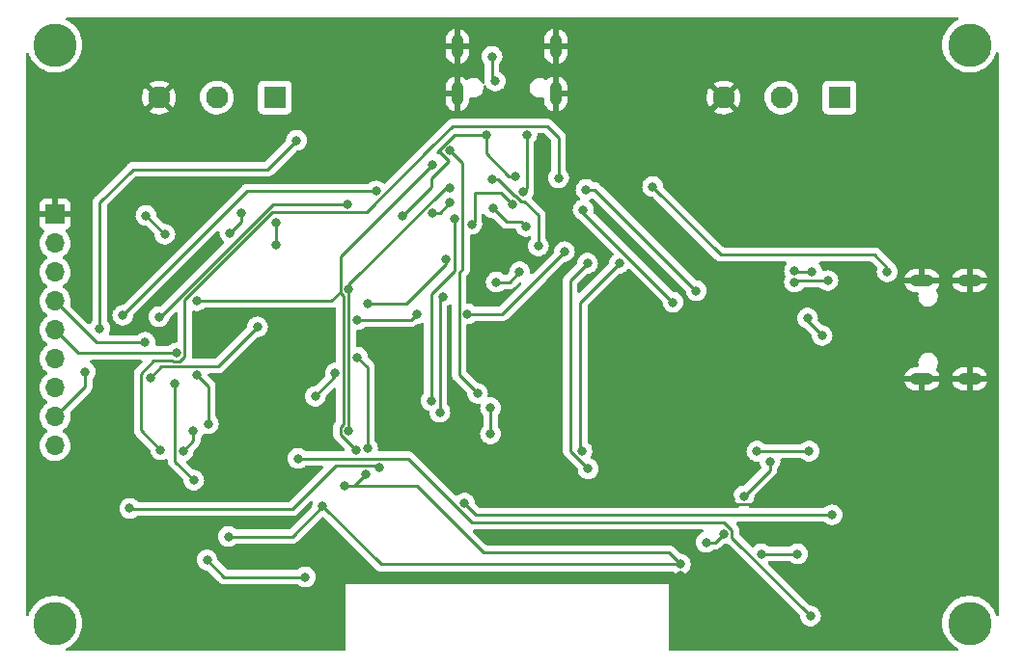
<source format=gbl>
%TF.GenerationSoftware,KiCad,Pcbnew,(6.0.1)*%
%TF.CreationDate,2022-03-17T16:13:42+01:00*%
%TF.ProjectId,Control,436f6e74-726f-46c2-9e6b-696361645f70,v01*%
%TF.SameCoordinates,Original*%
%TF.FileFunction,Copper,L2,Bot*%
%TF.FilePolarity,Positive*%
%FSLAX46Y46*%
G04 Gerber Fmt 4.6, Leading zero omitted, Abs format (unit mm)*
G04 Created by KiCad (PCBNEW (6.0.1)) date 2022-03-17 16:13:42*
%MOMM*%
%LPD*%
G01*
G04 APERTURE LIST*
%TA.AperFunction,ComponentPad*%
%ADD10O,2.100000X1.050000*%
%TD*%
%TA.AperFunction,ComponentPad*%
%ADD11O,1.050000X2.100000*%
%TD*%
%TA.AperFunction,ComponentPad*%
%ADD12R,1.950000X1.950000*%
%TD*%
%TA.AperFunction,ComponentPad*%
%ADD13C,1.950000*%
%TD*%
%TA.AperFunction,ComponentPad*%
%ADD14C,3.800000*%
%TD*%
%TA.AperFunction,ComponentPad*%
%ADD15R,1.700000X1.700000*%
%TD*%
%TA.AperFunction,ComponentPad*%
%ADD16O,1.700000X1.700000*%
%TD*%
%TA.AperFunction,ViaPad*%
%ADD17C,0.800000*%
%TD*%
%TA.AperFunction,Conductor*%
%ADD18C,0.250000*%
%TD*%
G04 APERTURE END LIST*
D10*
%TO.P,J7,S1,SHIELD*%
%TO.N,GND*%
X183780000Y-106047000D03*
%TO.P,J7,S2,SHIELD*%
X183780000Y-97407000D03*
%TO.P,J7,S3,SHIELD*%
X187960000Y-106047000D03*
%TO.P,J7,S4,SHIELD*%
X187960000Y-97407000D03*
%TD*%
D11*
%TO.P,J8,S1,SHIELD*%
%TO.N,GND*%
X151640000Y-81015000D03*
%TO.P,J8,S2,SHIELD*%
X143000000Y-81015000D03*
%TO.P,J8,S3,SHIELD*%
X151640000Y-76835000D03*
%TO.P,J8,S4,SHIELD*%
X143000000Y-76835000D03*
%TD*%
D12*
%TO.P,J2,1,Pin_1*%
%TO.N,SIG2A*%
X127000000Y-81325500D03*
D13*
%TO.P,J2,2,Pin_2*%
%TO.N,SIG2B*%
X121920000Y-81325500D03*
%TO.P,J2,3,Pin_3*%
%TO.N,GND*%
X116840000Y-81325500D03*
%TD*%
D12*
%TO.P,J1,1,Pin_1*%
%TO.N,SIG1A*%
X176530000Y-81325500D03*
D13*
%TO.P,J1,2,Pin_2*%
%TO.N,SIG1B*%
X171450000Y-81325500D03*
%TO.P,J1,3,Pin_3*%
%TO.N,GND*%
X166370000Y-81325500D03*
%TD*%
D14*
%TO.P,,1*%
%TO.N,N/C*%
X107696000Y-127508000D03*
%TD*%
D15*
%TO.P,J3,1,Pin_1*%
%TO.N,GND*%
X107721000Y-91577000D03*
D16*
%TO.P,J3,2,Pin_2*%
%TO.N,TX*%
X107721000Y-94117000D03*
%TO.P,J3,3,Pin_3*%
%TO.N,RX*%
X107721000Y-96657000D03*
%TO.P,J3,4,Pin_4*%
%TO.N,EN*%
X107721000Y-99197000D03*
%TO.P,J3,5,Pin_5*%
%TO.N,BOOT*%
X107721000Y-101737000D03*
%TO.P,J3,6,Pin_6*%
%TO.N,EXTTX*%
X107721000Y-104277000D03*
%TO.P,J3,7,Pin_7*%
%TO.N,EXTRX*%
X107721000Y-106817000D03*
%TO.P,J3,8,Pin_8*%
%TO.N,VCC*%
X107721000Y-109357000D03*
%TO.P,J3,9,Pin_9*%
%TO.N,VDD*%
X107721000Y-111897000D03*
%TD*%
D14*
%TO.P,,1*%
%TO.N,N/C*%
X187960000Y-76708000D03*
%TD*%
%TO.P,REF\u002A\u002A,1*%
%TO.N,N/C*%
X107696000Y-76708000D03*
%TD*%
%TO.P,,1*%
%TO.N,N/C*%
X187960000Y-127508000D03*
%TD*%
D17*
%TO.N,VDD*%
X164846000Y-120396000D03*
X133096000Y-115443000D03*
X173736000Y-100711000D03*
X170434000Y-113284000D03*
X166370000Y-119634000D03*
X142023500Y-95542849D03*
X134239000Y-104140000D03*
X168148000Y-116332000D03*
X135128000Y-99441000D03*
X148463000Y-96647000D03*
X162574027Y-122317596D03*
X135001000Y-114427000D03*
X135128000Y-112141000D03*
X146431000Y-97536000D03*
X175006000Y-102235000D03*
X122936000Y-119888000D03*
X131191000Y-117221000D03*
%TO.N,GND*%
X173601500Y-116572000D03*
X145034000Y-93726000D03*
X162560000Y-123317000D03*
X108204000Y-83820000D03*
X177292000Y-122936000D03*
X166983500Y-116586000D03*
X175641000Y-119888000D03*
%TO.N,MUXDTR*%
X161925000Y-99314000D03*
X154051000Y-91186000D03*
%TO.N,VCC*%
X110363000Y-105410000D03*
X180721000Y-96647000D03*
X169291000Y-112395000D03*
X111633000Y-101600000D03*
X160147000Y-89154000D03*
X128905000Y-85090000D03*
X173863000Y-112395000D03*
%TO.N,Net-(D1-Pad2)*%
X123063000Y-93218000D03*
X124079000Y-91440000D03*
%TO.N,Net-(D1-Pad1)*%
X115697000Y-91694000D03*
X117348000Y-93345000D03*
%TO.N,Net-(D1-Pad3)*%
X127127000Y-94234000D03*
X127127000Y-92329000D03*
%TO.N,RX*%
X134138543Y-112282351D03*
X120142000Y-99187000D03*
X140838701Y-87244701D03*
%TO.N,TX*%
X133477000Y-98171000D03*
X133477000Y-110617000D03*
X142367000Y-89281000D03*
%TO.N,EN*%
X143637000Y-116967000D03*
X172847000Y-121412000D03*
X175895000Y-117983000D03*
X121057011Y-121946011D03*
X119888000Y-114935000D03*
X118237000Y-106426000D03*
X169672000Y-121412000D03*
X115613985Y-102834613D03*
X129667000Y-123444000D03*
%TO.N,BOOT*%
X118364000Y-103759000D03*
X130556000Y-107569000D03*
X132302989Y-105537000D03*
X121158000Y-109982000D03*
X120142000Y-105664000D03*
%TO.N,EXTRTS*%
X148098246Y-88238881D03*
X141478000Y-108966000D03*
X138176000Y-91694000D03*
X145542000Y-84582000D03*
X141732000Y-98806000D03*
%TO.N,EXTDTR*%
X148807985Y-89608787D03*
X142748000Y-91948000D03*
X149098000Y-84582000D03*
X147828000Y-90678000D03*
X146050000Y-77724000D03*
X144272000Y-92456000D03*
X146328532Y-79880548D03*
X140716000Y-107950000D03*
%TO.N,SIG1A*%
X154432000Y-95885000D03*
X154482019Y-113947910D03*
%TO.N,SIG1B*%
X157226000Y-95885000D03*
X153938854Y-112380146D03*
%TO.N,SIG2A*%
X145923000Y-108585000D03*
X145923000Y-110871000D03*
%TO.N,RTS*%
X116967000Y-112268000D03*
X151892000Y-88392000D03*
%TO.N,Net-(Q3-Pad1)*%
X119837078Y-110574676D03*
X118961500Y-112357303D03*
%TO.N,EXTRX*%
X116840000Y-100584000D03*
X133350000Y-90678000D03*
%TO.N,EXTTX*%
X142367000Y-90551000D03*
X135890000Y-89535000D03*
X113665000Y-100457000D03*
X140843000Y-91440000D03*
%TO.N,DTR*%
X152400000Y-94869000D03*
X134239000Y-100838000D03*
X139446000Y-100330000D03*
X116078000Y-105918000D03*
X143891000Y-100330000D03*
X125476000Y-101473000D03*
%TO.N,STOPRST*%
X114268508Y-117419909D03*
X136144000Y-113792000D03*
%TO.N,MUXRX*%
X172593000Y-97536000D03*
X146050000Y-88519000D03*
X150114000Y-94361000D03*
X175514000Y-97409000D03*
%TO.N,MUXTX*%
X172593000Y-96536497D03*
X146124999Y-91034016D03*
X174117000Y-96647000D03*
X149030201Y-92650799D03*
%TO.N,MUX*%
X144780000Y-107315000D03*
X142375598Y-85979000D03*
%TO.N,Net-(Q1-Pad3)*%
X129032000Y-113030000D03*
X173990000Y-126873000D03*
%TO.N,MUXRTS*%
X163957000Y-98298000D03*
X154305000Y-89408000D03*
%TD*%
D18*
%TO.N,VDD*%
X165608000Y-120396000D02*
X166370000Y-119634000D01*
X131191000Y-117221000D02*
X136297543Y-122327543D01*
X122936000Y-119888000D02*
X128524000Y-119888000D01*
X136297543Y-122327543D02*
X162564080Y-122327543D01*
X173736000Y-100965000D02*
X175006000Y-102235000D01*
X162564080Y-122327543D02*
X162574027Y-122317596D01*
X146431000Y-97536000D02*
X147574000Y-97536000D01*
X135128000Y-99441000D02*
X138558700Y-99441000D01*
X135128000Y-112141000D02*
X135128000Y-105029000D01*
X170434000Y-114046000D02*
X170434000Y-113284000D01*
X145288000Y-121285000D02*
X161541431Y-121285000D01*
X147574000Y-97536000D02*
X148463000Y-96647000D01*
X142023500Y-95976200D02*
X142023500Y-95542849D01*
X168148000Y-116332000D02*
X170434000Y-114046000D01*
X161541431Y-121285000D02*
X162574027Y-122317596D01*
X173736000Y-100711000D02*
X173736000Y-100965000D01*
X133096000Y-115443000D02*
X133985000Y-115443000D01*
X128524000Y-119888000D02*
X131191000Y-117221000D01*
X135128000Y-105029000D02*
X134239000Y-104140000D01*
X133096000Y-115443000D02*
X139446000Y-115443000D01*
X139446000Y-115443000D02*
X145288000Y-121285000D01*
X133985000Y-115443000D02*
X135001000Y-114427000D01*
X164846000Y-120396000D02*
X165608000Y-120396000D01*
X138558700Y-99441000D02*
X142023500Y-95976200D01*
%TO.N,GND*%
X167454001Y-117056501D02*
X173116999Y-117056501D01*
X177292000Y-121539000D02*
X177292000Y-122936000D01*
X173116999Y-117056501D02*
X173601500Y-116572000D01*
X166983500Y-116586000D02*
X167454001Y-117056501D01*
X175641000Y-119888000D02*
X177292000Y-121539000D01*
%TO.N,MUXDTR*%
X161925000Y-99314000D02*
X154051000Y-91440000D01*
X154051000Y-91440000D02*
X154051000Y-91186000D01*
%TO.N,VCC*%
X111633000Y-90551000D02*
X111633000Y-101600000D01*
X166116000Y-95123000D02*
X179578000Y-95123000D01*
X110363000Y-106715000D02*
X107721000Y-109357000D01*
X128905000Y-85090000D02*
X126365000Y-87630000D01*
X180721000Y-96266000D02*
X180721000Y-96647000D01*
X160147000Y-89154000D02*
X166116000Y-95123000D01*
X114554000Y-87630000D02*
X111633000Y-90551000D01*
X179578000Y-95123000D02*
X180721000Y-96266000D01*
X173863000Y-112395000D02*
X169291000Y-112395000D01*
X110363000Y-105410000D02*
X110363000Y-106715000D01*
X126365000Y-87630000D02*
X114554000Y-87630000D01*
%TO.N,Net-(D1-Pad2)*%
X124079000Y-92202000D02*
X123063000Y-93218000D01*
X124079000Y-91440000D02*
X124079000Y-92202000D01*
%TO.N,Net-(D1-Pad1)*%
X115697000Y-91694000D02*
X117348000Y-93345000D01*
%TO.N,Net-(D1-Pad3)*%
X127127000Y-92329000D02*
X127127000Y-94234000D01*
%TO.N,RX*%
X131953000Y-99187000D02*
X132752499Y-98387501D01*
X134117751Y-112282351D02*
X134138543Y-112282351D01*
X132752499Y-98471099D02*
X133027489Y-98746089D01*
X120142000Y-99187000D02*
X131953000Y-99187000D01*
X132752499Y-95330903D02*
X140838701Y-87244701D01*
X132752499Y-110316901D02*
X132752499Y-110917099D01*
X132752499Y-98387501D02*
X132752499Y-98471099D01*
X133027489Y-110041911D02*
X132752499Y-110316901D01*
X132752499Y-98387501D02*
X132752499Y-95330903D01*
X132752499Y-110917099D02*
X134117751Y-112282351D01*
X133027489Y-98746089D02*
X133027489Y-110041911D01*
%TO.N,TX*%
X133477000Y-97781400D02*
X133477000Y-98171000D01*
X142367000Y-89281000D02*
X141977400Y-89281000D01*
X141977400Y-89281000D02*
X133477000Y-97781400D01*
X133477000Y-98171000D02*
X133477000Y-110617000D01*
%TO.N,EN*%
X111358613Y-102834613D02*
X115613985Y-102834613D01*
X122555000Y-123444000D02*
X121057011Y-121946011D01*
X118237000Y-106426000D02*
X118237000Y-113284000D01*
X172847000Y-121412000D02*
X169672000Y-121412000D01*
X175895000Y-117983000D02*
X144653000Y-117983000D01*
X144653000Y-117983000D02*
X143637000Y-116967000D01*
X107721000Y-99197000D02*
X111358613Y-102834613D01*
X118237000Y-113284000D02*
X119888000Y-114935000D01*
X129667000Y-123444000D02*
X122555000Y-123444000D01*
%TO.N,BOOT*%
X107721000Y-101737000D02*
X109743000Y-103759000D01*
X121158000Y-106680000D02*
X120142000Y-105664000D01*
X130556000Y-107569000D02*
X132302989Y-105822011D01*
X109743000Y-103759000D02*
X118364000Y-103759000D01*
X132302989Y-105822011D02*
X132302989Y-105537000D01*
X121158000Y-109982000D02*
X121158000Y-106680000D01*
%TO.N,EXTRTS*%
X140716000Y-88392000D02*
X142240000Y-86868000D01*
X141478000Y-86106000D02*
X141224000Y-86106000D01*
X141478000Y-108966000D02*
X141478000Y-99060000D01*
X140716000Y-89154000D02*
X140716000Y-88392000D01*
X141224000Y-86106000D02*
X142748000Y-84582000D01*
X141478000Y-99060000D02*
X141732000Y-98806000D01*
X145542000Y-84582000D02*
X145542000Y-86233000D01*
X145542000Y-86233000D02*
X147547881Y-88238881D01*
X142240000Y-86868000D02*
X141478000Y-86106000D01*
X138176000Y-91694000D02*
X140716000Y-89154000D01*
X142748000Y-84582000D02*
X145542000Y-84582000D01*
X147547881Y-88238881D02*
X148098246Y-88238881D01*
%TO.N,EXTDTR*%
X149098000Y-89318772D02*
X148807985Y-89608787D01*
X142748000Y-96520000D02*
X142748000Y-91948000D01*
X144526000Y-92202000D02*
X144526000Y-89662000D01*
X140716000Y-98552000D02*
X142494000Y-96774000D01*
X149098000Y-84582000D02*
X149098000Y-89318772D01*
X146812000Y-89662000D02*
X147828000Y-90678000D01*
X140716000Y-107950000D02*
X140716000Y-98552000D01*
X144526000Y-89662000D02*
X146812000Y-89662000D01*
X142494000Y-96774000D02*
X142748000Y-96520000D01*
X144272000Y-92456000D02*
X144526000Y-92202000D01*
X146050000Y-79602016D02*
X146328532Y-79880548D01*
X146050000Y-77724000D02*
X146050000Y-79602016D01*
%TO.N,SIG1A*%
X152908000Y-112373891D02*
X154482019Y-113947910D01*
X154432000Y-95885000D02*
X152908000Y-97409000D01*
X152908000Y-97409000D02*
X152908000Y-112373891D01*
%TO.N,SIG1B*%
X157226000Y-95885000D02*
X153797000Y-99314000D01*
X153797000Y-99314000D02*
X153797000Y-112238292D01*
X153797000Y-112238292D02*
X153938854Y-112380146D01*
%TO.N,SIG2A*%
X145923000Y-108585000D02*
X145923000Y-110871000D01*
%TO.N,RTS*%
X140774489Y-85675111D02*
X135047099Y-91402501D01*
X126792817Y-91402501D02*
X119088501Y-99106817D01*
X151892000Y-84836000D02*
X150876000Y-83820000D01*
X119088501Y-99106817D02*
X119088501Y-104059099D01*
X118042911Y-104462511D02*
X116391193Y-104462511D01*
X118664099Y-104483501D02*
X118063901Y-104483501D01*
X151892000Y-88392000D02*
X151892000Y-84836000D01*
X119088501Y-104059099D02*
X118664099Y-104483501D01*
X140774489Y-85665807D02*
X140774489Y-85675111D01*
X142620296Y-83820000D02*
X140774489Y-85665807D01*
X115257511Y-110558511D02*
X116967000Y-112268000D01*
X115257511Y-105596193D02*
X115257511Y-110558511D01*
X150876000Y-83820000D02*
X142620296Y-83820000D01*
X135047099Y-91402501D02*
X126792817Y-91402501D01*
X118063901Y-104483501D02*
X118042911Y-104462511D01*
X116391193Y-104462511D02*
X115257511Y-105596193D01*
%TO.N,Net-(Q3-Pad1)*%
X119837078Y-111481725D02*
X118961500Y-112357303D01*
X119837078Y-110574676D02*
X119837078Y-111481725D01*
%TO.N,EXTRX*%
X126881600Y-90678000D02*
X133350000Y-90678000D01*
X116975600Y-100584000D02*
X126881600Y-90678000D01*
X116840000Y-100584000D02*
X116975600Y-100584000D01*
%TO.N,EXTTX*%
X141478000Y-91440000D02*
X142367000Y-90551000D01*
X140843000Y-91440000D02*
X141478000Y-91440000D01*
X124587000Y-89535000D02*
X135890000Y-89535000D01*
X113665000Y-100457000D02*
X124587000Y-89535000D01*
%TO.N,DTR*%
X139446000Y-100330000D02*
X138938000Y-100838000D01*
X125476000Y-101473000D02*
X122015989Y-104933011D01*
X117062989Y-104933011D02*
X116078000Y-105918000D01*
X122015989Y-104933011D02*
X117062989Y-104933011D01*
X138938000Y-100838000D02*
X134239000Y-100838000D01*
X146939000Y-100330000D02*
X143891000Y-100330000D01*
X152400000Y-94869000D02*
X146939000Y-100330000D01*
%TO.N,STOPRST*%
X128524000Y-117475000D02*
X114323599Y-117475000D01*
X136144000Y-113792000D02*
X136017000Y-113665000D01*
X132334000Y-113665000D02*
X128524000Y-117475000D01*
X136017000Y-113665000D02*
X132334000Y-113665000D01*
X114323599Y-117475000D02*
X114268508Y-117419909D01*
%TO.N,MUXRX*%
X150114000Y-91685400D02*
X148890099Y-90461499D01*
X147993203Y-89953499D02*
X146558704Y-88519000D01*
X148890099Y-90461499D02*
X148636099Y-90461499D01*
X172720000Y-97409000D02*
X172593000Y-97536000D01*
X146558704Y-88519000D02*
X146050000Y-88519000D01*
X148636099Y-90461499D02*
X148128099Y-89953499D01*
X148128099Y-89953499D02*
X147993203Y-89953499D01*
X175514000Y-97409000D02*
X172720000Y-97409000D01*
X150114000Y-94361000D02*
X150114000Y-91685400D01*
%TO.N,MUXTX*%
X149030201Y-92650799D02*
X148598894Y-92219492D01*
X147310475Y-92219492D02*
X146124999Y-91034016D01*
X174117000Y-96647000D02*
X172703503Y-96647000D01*
X148598894Y-92219492D02*
X147310475Y-92219492D01*
X172703503Y-96647000D02*
X172593000Y-96536497D01*
%TO.N,MUX*%
X143472501Y-96431203D02*
X143472501Y-87075903D01*
X143166499Y-96737205D02*
X143472501Y-96431203D01*
X143472501Y-87075903D02*
X142375598Y-85979000D01*
X144780000Y-107315000D02*
X143166499Y-105701499D01*
X143166499Y-105701499D02*
X143166499Y-96737205D01*
%TO.N,Net-(Q1-Pad3)*%
X167094501Y-119977501D02*
X173990000Y-126873000D01*
X129032000Y-113030000D02*
X138675400Y-113030000D01*
X144300899Y-118655499D02*
X166416099Y-118655499D01*
X138675400Y-113030000D02*
X144300899Y-118655499D01*
X166416099Y-118655499D02*
X167094501Y-119333901D01*
X167094501Y-119333901D02*
X167094501Y-119977501D01*
%TO.N,MUXRTS*%
X155067000Y-89408000D02*
X154305000Y-89408000D01*
X163957000Y-98298000D02*
X155067000Y-89408000D01*
%TD*%
%TA.AperFunction,Conductor*%
%TO.N,GND*%
G36*
X186927172Y-74315002D02*
G01*
X186973665Y-74368658D01*
X186983769Y-74438932D01*
X186954275Y-74503512D01*
X186919752Y-74531414D01*
X186666910Y-74670416D01*
X186421729Y-74848550D01*
X186200808Y-75056008D01*
X186007630Y-75289520D01*
X185845242Y-75545402D01*
X185827378Y-75583366D01*
X185757998Y-75730807D01*
X185716206Y-75819619D01*
X185622555Y-76107846D01*
X185565767Y-76405538D01*
X185546738Y-76708000D01*
X185565767Y-77010462D01*
X185622555Y-77308154D01*
X185716206Y-77596381D01*
X185845242Y-77870598D01*
X185847366Y-77873944D01*
X185847366Y-77873945D01*
X185888774Y-77939193D01*
X186007630Y-78126480D01*
X186200808Y-78359992D01*
X186421729Y-78567450D01*
X186666910Y-78745584D01*
X186932483Y-78891585D01*
X186936152Y-78893038D01*
X186936157Y-78893040D01*
X187210591Y-79001696D01*
X187214261Y-79003149D01*
X187507800Y-79078516D01*
X187808470Y-79116500D01*
X188111530Y-79116500D01*
X188412200Y-79078516D01*
X188705739Y-79003149D01*
X188709409Y-79001696D01*
X188983843Y-78893040D01*
X188983848Y-78893038D01*
X188987517Y-78891585D01*
X189253090Y-78745584D01*
X189498271Y-78567450D01*
X189719192Y-78359992D01*
X189912370Y-78126480D01*
X190031226Y-77939193D01*
X190072634Y-77873945D01*
X190072634Y-77873944D01*
X190074758Y-77870598D01*
X190203794Y-77596381D01*
X190254167Y-77441349D01*
X190294240Y-77382743D01*
X190359637Y-77355106D01*
X190429594Y-77367213D01*
X190481900Y-77415219D01*
X190500000Y-77480285D01*
X190500000Y-126735715D01*
X190479998Y-126803836D01*
X190426342Y-126850329D01*
X190356068Y-126860433D01*
X190291488Y-126830939D01*
X190254167Y-126774651D01*
X190205020Y-126623392D01*
X190205020Y-126623391D01*
X190203794Y-126619619D01*
X190074758Y-126345402D01*
X189912370Y-126089520D01*
X189906052Y-126081882D01*
X189792397Y-125944498D01*
X189719192Y-125856008D01*
X189498271Y-125648550D01*
X189253090Y-125470416D01*
X188987517Y-125324415D01*
X188983848Y-125322962D01*
X188983843Y-125322960D01*
X188709409Y-125214304D01*
X188709408Y-125214304D01*
X188705739Y-125212851D01*
X188412200Y-125137484D01*
X188111530Y-125099500D01*
X187808470Y-125099500D01*
X187507800Y-125137484D01*
X187214261Y-125212851D01*
X187210592Y-125214304D01*
X187210591Y-125214304D01*
X186936157Y-125322960D01*
X186936152Y-125322962D01*
X186932483Y-125324415D01*
X186666910Y-125470416D01*
X186421729Y-125648550D01*
X186200808Y-125856008D01*
X186127603Y-125944498D01*
X186013949Y-126081882D01*
X186007630Y-126089520D01*
X185845242Y-126345402D01*
X185716206Y-126619619D01*
X185622555Y-126907846D01*
X185565767Y-127205538D01*
X185546738Y-127508000D01*
X185565767Y-127810462D01*
X185622555Y-128108154D01*
X185716206Y-128396381D01*
X185845242Y-128670598D01*
X186007630Y-128926480D01*
X186200808Y-129159992D01*
X186421729Y-129367450D01*
X186666910Y-129545584D01*
X186670379Y-129547491D01*
X186670382Y-129547493D01*
X186919752Y-129684586D01*
X186969811Y-129734931D01*
X186984704Y-129804348D01*
X186959703Y-129870797D01*
X186902746Y-129913181D01*
X186859051Y-129921000D01*
X161670000Y-129921000D01*
X161601879Y-129900998D01*
X161555386Y-129847342D01*
X161544000Y-129795000D01*
X161544000Y-124079000D01*
X133223000Y-124079000D01*
X133223000Y-129795000D01*
X133202998Y-129863121D01*
X133149342Y-129909614D01*
X133097000Y-129921000D01*
X108796949Y-129921000D01*
X108728828Y-129900998D01*
X108682335Y-129847342D01*
X108672231Y-129777068D01*
X108701725Y-129712488D01*
X108736248Y-129684586D01*
X108985618Y-129547493D01*
X108985621Y-129547491D01*
X108989090Y-129545584D01*
X109234271Y-129367450D01*
X109455192Y-129159992D01*
X109648370Y-128926480D01*
X109810758Y-128670598D01*
X109939794Y-128396381D01*
X110033445Y-128108154D01*
X110090233Y-127810462D01*
X110109262Y-127508000D01*
X110090233Y-127205538D01*
X110033445Y-126907846D01*
X109939794Y-126619619D01*
X109810758Y-126345402D01*
X109648370Y-126089520D01*
X109642052Y-126081882D01*
X109528397Y-125944498D01*
X109455192Y-125856008D01*
X109234271Y-125648550D01*
X108989090Y-125470416D01*
X108723517Y-125324415D01*
X108719848Y-125322962D01*
X108719843Y-125322960D01*
X108445409Y-125214304D01*
X108445408Y-125214304D01*
X108441739Y-125212851D01*
X108148200Y-125137484D01*
X107847530Y-125099500D01*
X107544470Y-125099500D01*
X107243800Y-125137484D01*
X106950261Y-125212851D01*
X106946592Y-125214304D01*
X106946591Y-125214304D01*
X106672157Y-125322960D01*
X106672152Y-125322962D01*
X106668483Y-125324415D01*
X106402910Y-125470416D01*
X106157729Y-125648550D01*
X105936808Y-125856008D01*
X105863603Y-125944498D01*
X105749949Y-126081882D01*
X105743630Y-126089520D01*
X105581242Y-126345402D01*
X105452206Y-126619619D01*
X105450980Y-126623391D01*
X105450980Y-126623392D01*
X105401833Y-126774651D01*
X105361760Y-126833257D01*
X105296363Y-126860894D01*
X105226406Y-126848787D01*
X105174100Y-126800781D01*
X105156000Y-126735715D01*
X105156000Y-121946011D01*
X120143507Y-121946011D01*
X120144197Y-121952576D01*
X120162600Y-122127668D01*
X120163469Y-122135939D01*
X120222484Y-122317567D01*
X120317971Y-122482955D01*
X120322389Y-122487862D01*
X120322390Y-122487863D01*
X120340093Y-122507524D01*
X120445758Y-122624877D01*
X120489645Y-122656763D01*
X120584994Y-122726038D01*
X120600259Y-122737129D01*
X120606287Y-122739813D01*
X120606289Y-122739814D01*
X120768692Y-122812120D01*
X120774723Y-122814805D01*
X120868123Y-122834658D01*
X120955067Y-122853139D01*
X120955072Y-122853139D01*
X120961524Y-122854511D01*
X121017417Y-122854511D01*
X121085538Y-122874513D01*
X121106512Y-122891416D01*
X122051343Y-123836247D01*
X122058887Y-123844537D01*
X122063000Y-123851018D01*
X122068777Y-123856443D01*
X122112667Y-123897658D01*
X122115509Y-123900413D01*
X122135230Y-123920134D01*
X122138425Y-123922612D01*
X122147447Y-123930318D01*
X122179679Y-123960586D01*
X122186628Y-123964406D01*
X122197432Y-123970346D01*
X122213956Y-123981199D01*
X122229959Y-123993613D01*
X122270543Y-124011176D01*
X122281173Y-124016383D01*
X122319940Y-124037695D01*
X122327617Y-124039666D01*
X122327622Y-124039668D01*
X122339558Y-124042732D01*
X122358266Y-124049137D01*
X122376855Y-124057181D01*
X122384680Y-124058420D01*
X122384682Y-124058421D01*
X122420519Y-124064097D01*
X122432140Y-124066504D01*
X122467289Y-124075528D01*
X122474970Y-124077500D01*
X122495231Y-124077500D01*
X122514940Y-124079051D01*
X122534943Y-124082219D01*
X122542835Y-124081473D01*
X122548062Y-124080979D01*
X122578954Y-124078059D01*
X122590811Y-124077500D01*
X128958800Y-124077500D01*
X129026921Y-124097502D01*
X129046147Y-124113843D01*
X129046420Y-124113540D01*
X129051332Y-124117963D01*
X129055747Y-124122866D01*
X129210248Y-124235118D01*
X129216276Y-124237802D01*
X129216278Y-124237803D01*
X129378681Y-124310109D01*
X129384712Y-124312794D01*
X129478113Y-124332647D01*
X129565056Y-124351128D01*
X129565061Y-124351128D01*
X129571513Y-124352500D01*
X129762487Y-124352500D01*
X129768939Y-124351128D01*
X129768944Y-124351128D01*
X129855887Y-124332647D01*
X129949288Y-124312794D01*
X129955319Y-124310109D01*
X130117722Y-124237803D01*
X130117724Y-124237802D01*
X130123752Y-124235118D01*
X130278253Y-124122866D01*
X130314852Y-124082219D01*
X130401621Y-123985852D01*
X130401622Y-123985851D01*
X130406040Y-123980944D01*
X130481053Y-123851018D01*
X130498223Y-123821279D01*
X130498224Y-123821278D01*
X130501527Y-123815556D01*
X130560542Y-123633928D01*
X130580504Y-123444000D01*
X130560542Y-123254072D01*
X130501527Y-123072444D01*
X130406040Y-122907056D01*
X130399627Y-122899933D01*
X130282675Y-122770045D01*
X130282674Y-122770044D01*
X130278253Y-122765134D01*
X130123752Y-122652882D01*
X130117724Y-122650198D01*
X130117722Y-122650197D01*
X129955319Y-122577891D01*
X129955318Y-122577891D01*
X129949288Y-122575206D01*
X129855887Y-122555353D01*
X129768944Y-122536872D01*
X129768939Y-122536872D01*
X129762487Y-122535500D01*
X129571513Y-122535500D01*
X129565061Y-122536872D01*
X129565056Y-122536872D01*
X129478113Y-122555353D01*
X129384712Y-122575206D01*
X129378682Y-122577891D01*
X129378681Y-122577891D01*
X129216278Y-122650197D01*
X129216276Y-122650198D01*
X129210248Y-122652882D01*
X129055747Y-122765134D01*
X129051332Y-122770037D01*
X129046420Y-122774460D01*
X129045295Y-122773211D01*
X128991986Y-122806051D01*
X128958800Y-122810500D01*
X122869595Y-122810500D01*
X122801474Y-122790498D01*
X122780500Y-122773595D01*
X122004133Y-121997228D01*
X121970107Y-121934916D01*
X121967918Y-121921303D01*
X121951243Y-121762646D01*
X121951243Y-121762644D01*
X121950553Y-121756083D01*
X121891538Y-121574455D01*
X121796051Y-121409067D01*
X121668264Y-121267145D01*
X121513763Y-121154893D01*
X121507735Y-121152209D01*
X121507733Y-121152208D01*
X121345330Y-121079902D01*
X121345329Y-121079902D01*
X121339299Y-121077217D01*
X121245899Y-121057364D01*
X121158955Y-121038883D01*
X121158950Y-121038883D01*
X121152498Y-121037511D01*
X120961524Y-121037511D01*
X120955072Y-121038883D01*
X120955067Y-121038883D01*
X120868123Y-121057364D01*
X120774723Y-121077217D01*
X120768693Y-121079902D01*
X120768692Y-121079902D01*
X120606289Y-121152208D01*
X120606287Y-121152209D01*
X120600259Y-121154893D01*
X120445758Y-121267145D01*
X120317971Y-121409067D01*
X120222484Y-121574455D01*
X120163469Y-121756083D01*
X120162779Y-121762644D01*
X120162779Y-121762646D01*
X120160286Y-121786370D01*
X120143507Y-121946011D01*
X105156000Y-121946011D01*
X105156000Y-111863695D01*
X106358251Y-111863695D01*
X106358548Y-111868848D01*
X106358548Y-111868851D01*
X106364011Y-111963590D01*
X106371110Y-112086715D01*
X106372247Y-112091761D01*
X106372248Y-112091767D01*
X106392119Y-112179939D01*
X106420222Y-112304639D01*
X106469040Y-112424863D01*
X106496730Y-112493056D01*
X106504266Y-112511616D01*
X106543936Y-112576352D01*
X106608376Y-112681508D01*
X106620987Y-112702088D01*
X106767250Y-112870938D01*
X106939126Y-113013632D01*
X107132000Y-113126338D01*
X107340692Y-113206030D01*
X107345760Y-113207061D01*
X107345763Y-113207062D01*
X107453017Y-113228883D01*
X107559597Y-113250567D01*
X107564772Y-113250757D01*
X107564774Y-113250757D01*
X107777673Y-113258564D01*
X107777677Y-113258564D01*
X107782837Y-113258753D01*
X107787957Y-113258097D01*
X107787959Y-113258097D01*
X107999288Y-113231025D01*
X107999289Y-113231025D01*
X108004416Y-113230368D01*
X108058780Y-113214058D01*
X108213429Y-113167661D01*
X108213434Y-113167659D01*
X108218384Y-113166174D01*
X108418994Y-113067896D01*
X108600860Y-112938173D01*
X108759096Y-112780489D01*
X108764996Y-112772279D01*
X108886435Y-112603277D01*
X108889453Y-112599077D01*
X108899217Y-112579322D01*
X108986136Y-112403453D01*
X108986137Y-112403451D01*
X108988430Y-112398811D01*
X109053370Y-112185069D01*
X109082529Y-111963590D01*
X109082611Y-111960240D01*
X109084074Y-111900365D01*
X109084074Y-111900361D01*
X109084156Y-111897000D01*
X109065852Y-111674361D01*
X109011431Y-111457702D01*
X108922354Y-111252840D01*
X108854676Y-111148226D01*
X108803822Y-111069617D01*
X108803820Y-111069614D01*
X108801014Y-111065277D01*
X108650670Y-110900051D01*
X108646619Y-110896852D01*
X108646615Y-110896848D01*
X108479414Y-110764800D01*
X108479410Y-110764798D01*
X108475359Y-110761598D01*
X108434053Y-110738796D01*
X108384084Y-110688364D01*
X108369312Y-110618921D01*
X108394428Y-110552516D01*
X108421780Y-110525909D01*
X108486501Y-110479744D01*
X108600860Y-110398173D01*
X108659464Y-110339774D01*
X108746755Y-110252787D01*
X108759096Y-110240489D01*
X108818594Y-110157689D01*
X108886435Y-110063277D01*
X108889453Y-110059077D01*
X108900003Y-110037732D01*
X108986136Y-109863453D01*
X108986137Y-109863451D01*
X108988430Y-109858811D01*
X109053370Y-109645069D01*
X109082529Y-109423590D01*
X109084156Y-109357000D01*
X109065852Y-109134361D01*
X109037821Y-109022765D01*
X109040625Y-108951823D01*
X109070930Y-108902974D01*
X110755247Y-107218657D01*
X110763537Y-107211113D01*
X110770018Y-107207000D01*
X110816659Y-107157332D01*
X110819413Y-107154491D01*
X110839134Y-107134770D01*
X110841612Y-107131575D01*
X110849318Y-107122553D01*
X110874158Y-107096101D01*
X110879586Y-107090321D01*
X110889346Y-107072568D01*
X110900199Y-107056045D01*
X110907753Y-107046306D01*
X110912613Y-107040041D01*
X110930176Y-106999457D01*
X110935383Y-106988827D01*
X110956695Y-106950060D01*
X110958666Y-106942383D01*
X110958668Y-106942378D01*
X110961732Y-106930442D01*
X110968138Y-106911730D01*
X110973033Y-106900419D01*
X110976181Y-106893145D01*
X110977421Y-106885317D01*
X110977423Y-106885310D01*
X110983099Y-106849476D01*
X110985505Y-106837856D01*
X110994528Y-106802711D01*
X110994528Y-106802710D01*
X110996500Y-106795030D01*
X110996500Y-106774776D01*
X110998051Y-106755065D01*
X110999980Y-106742886D01*
X111001220Y-106735057D01*
X110997059Y-106691038D01*
X110996500Y-106679181D01*
X110996500Y-106112524D01*
X111016502Y-106044403D01*
X111028858Y-106028221D01*
X111102040Y-105946944D01*
X111173097Y-105823870D01*
X111194223Y-105787279D01*
X111194224Y-105787278D01*
X111197527Y-105781556D01*
X111256542Y-105599928D01*
X111259866Y-105568307D01*
X111275814Y-105416565D01*
X111276504Y-105410000D01*
X111266176Y-105311730D01*
X111257232Y-105226635D01*
X111257232Y-105226633D01*
X111256542Y-105220072D01*
X111197527Y-105038444D01*
X111188275Y-105022418D01*
X111138979Y-104937036D01*
X111102040Y-104873056D01*
X111092834Y-104862831D01*
X110978675Y-104736045D01*
X110978674Y-104736044D01*
X110974253Y-104731134D01*
X110845567Y-104637638D01*
X110821891Y-104620436D01*
X110778537Y-104564214D01*
X110772462Y-104493477D01*
X110805594Y-104430686D01*
X110867414Y-104395774D01*
X110895952Y-104392500D01*
X115261109Y-104392500D01*
X115329230Y-104412502D01*
X115375723Y-104466158D01*
X115385827Y-104536432D01*
X115356333Y-104601012D01*
X115350204Y-104607595D01*
X114865258Y-105092541D01*
X114856972Y-105100081D01*
X114850493Y-105104193D01*
X114845068Y-105109970D01*
X114803868Y-105153844D01*
X114801113Y-105156686D01*
X114781376Y-105176423D01*
X114778896Y-105179620D01*
X114771193Y-105188640D01*
X114740925Y-105220872D01*
X114737106Y-105227818D01*
X114737104Y-105227821D01*
X114731163Y-105238627D01*
X114720312Y-105255146D01*
X114707897Y-105271152D01*
X114704752Y-105278421D01*
X114704749Y-105278425D01*
X114690337Y-105311730D01*
X114685120Y-105322380D01*
X114663816Y-105361133D01*
X114661845Y-105368808D01*
X114661845Y-105368809D01*
X114658778Y-105380755D01*
X114652374Y-105399459D01*
X114650654Y-105403435D01*
X114644330Y-105418048D01*
X114643091Y-105425871D01*
X114643088Y-105425881D01*
X114637412Y-105461717D01*
X114635006Y-105473337D01*
X114625983Y-105508482D01*
X114624011Y-105516163D01*
X114624011Y-105536417D01*
X114622460Y-105556127D01*
X114619291Y-105576136D01*
X114620037Y-105584028D01*
X114623452Y-105620154D01*
X114624011Y-105632012D01*
X114624011Y-110479744D01*
X114623484Y-110490927D01*
X114621809Y-110498420D01*
X114622058Y-110506346D01*
X114622058Y-110506347D01*
X114623949Y-110566497D01*
X114624011Y-110570456D01*
X114624011Y-110598367D01*
X114624508Y-110602301D01*
X114624508Y-110602302D01*
X114624516Y-110602367D01*
X114625449Y-110614204D01*
X114626838Y-110658400D01*
X114631601Y-110674794D01*
X114632489Y-110677850D01*
X114636498Y-110697211D01*
X114639037Y-110717308D01*
X114641956Y-110724679D01*
X114641956Y-110724681D01*
X114655315Y-110758423D01*
X114659160Y-110769653D01*
X114671493Y-110812104D01*
X114675526Y-110818923D01*
X114675528Y-110818928D01*
X114681804Y-110829539D01*
X114690499Y-110847287D01*
X114697959Y-110866128D01*
X114702621Y-110872544D01*
X114702621Y-110872545D01*
X114723947Y-110901898D01*
X114730463Y-110911818D01*
X114747100Y-110939949D01*
X114752969Y-110949873D01*
X114767290Y-110964194D01*
X114780130Y-110979227D01*
X114792039Y-110995618D01*
X114817216Y-111016446D01*
X114826116Y-111023809D01*
X114834895Y-111031799D01*
X116019878Y-112216782D01*
X116053904Y-112279094D01*
X116056092Y-112292703D01*
X116057850Y-112309425D01*
X116070480Y-112429590D01*
X116073458Y-112457928D01*
X116132473Y-112639556D01*
X116135776Y-112645278D01*
X116135777Y-112645279D01*
X116147007Y-112664729D01*
X116227960Y-112804944D01*
X116232378Y-112809851D01*
X116232379Y-112809852D01*
X116330500Y-112918826D01*
X116355747Y-112946866D01*
X116454843Y-113018864D01*
X116479207Y-113036565D01*
X116510248Y-113059118D01*
X116516276Y-113061802D01*
X116516278Y-113061803D01*
X116678681Y-113134109D01*
X116684712Y-113136794D01*
X116766163Y-113154107D01*
X116865056Y-113175128D01*
X116865061Y-113175128D01*
X116871513Y-113176500D01*
X117062487Y-113176500D01*
X117068939Y-113175128D01*
X117068944Y-113175128D01*
X117167837Y-113154107D01*
X117249288Y-113136794D01*
X117268634Y-113128181D01*
X117423752Y-113059118D01*
X117424677Y-113061196D01*
X117483488Y-113046924D01*
X117550581Y-113070141D01*
X117594472Y-113125945D01*
X117603500Y-113172782D01*
X117603500Y-113205233D01*
X117602973Y-113216416D01*
X117601298Y-113223909D01*
X117601547Y-113231835D01*
X117601547Y-113231836D01*
X117603438Y-113291986D01*
X117603500Y-113295945D01*
X117603500Y-113323856D01*
X117603997Y-113327790D01*
X117603997Y-113327791D01*
X117604005Y-113327856D01*
X117604938Y-113339693D01*
X117606327Y-113383889D01*
X117609634Y-113395271D01*
X117611978Y-113403339D01*
X117615987Y-113422700D01*
X117618526Y-113442797D01*
X117621445Y-113450168D01*
X117621445Y-113450170D01*
X117634804Y-113483912D01*
X117638649Y-113495142D01*
X117650982Y-113537593D01*
X117655015Y-113544412D01*
X117655017Y-113544417D01*
X117661293Y-113555028D01*
X117669988Y-113572776D01*
X117677448Y-113591617D01*
X117682110Y-113598033D01*
X117682110Y-113598034D01*
X117703436Y-113627387D01*
X117709952Y-113637307D01*
X117728074Y-113667949D01*
X117732458Y-113675362D01*
X117746779Y-113689683D01*
X117759619Y-113704716D01*
X117771528Y-113721107D01*
X117777634Y-113726158D01*
X117805605Y-113749298D01*
X117814384Y-113757288D01*
X118940878Y-114883782D01*
X118974904Y-114946094D01*
X118977092Y-114959703D01*
X118994458Y-115124928D01*
X119053473Y-115306556D01*
X119148960Y-115471944D01*
X119276747Y-115613866D01*
X119431248Y-115726118D01*
X119437276Y-115728802D01*
X119437278Y-115728803D01*
X119575062Y-115790148D01*
X119605712Y-115803794D01*
X119699113Y-115823647D01*
X119786056Y-115842128D01*
X119786061Y-115842128D01*
X119792513Y-115843500D01*
X119983487Y-115843500D01*
X119989939Y-115842128D01*
X119989944Y-115842128D01*
X120076887Y-115823647D01*
X120170288Y-115803794D01*
X120200938Y-115790148D01*
X120338722Y-115728803D01*
X120338724Y-115728802D01*
X120344752Y-115726118D01*
X120499253Y-115613866D01*
X120627040Y-115471944D01*
X120722527Y-115306556D01*
X120781542Y-115124928D01*
X120801504Y-114935000D01*
X120793100Y-114855038D01*
X120782232Y-114751635D01*
X120782232Y-114751633D01*
X120781542Y-114745072D01*
X120722527Y-114563444D01*
X120627040Y-114398056D01*
X120603722Y-114372158D01*
X120503675Y-114261045D01*
X120503674Y-114261044D01*
X120499253Y-114256134D01*
X120371831Y-114163556D01*
X120350094Y-114147763D01*
X120350093Y-114147762D01*
X120344752Y-114143882D01*
X120338724Y-114141198D01*
X120338722Y-114141197D01*
X120176319Y-114068891D01*
X120176318Y-114068891D01*
X120170288Y-114066206D01*
X120076888Y-114046353D01*
X119989944Y-114027872D01*
X119989939Y-114027872D01*
X119983487Y-114026500D01*
X119927594Y-114026500D01*
X119859473Y-114006498D01*
X119838499Y-113989595D01*
X119256634Y-113407730D01*
X119222608Y-113345418D01*
X119227673Y-113274603D01*
X119270220Y-113217767D01*
X119294480Y-113203528D01*
X119412222Y-113151106D01*
X119412224Y-113151105D01*
X119418252Y-113148421D01*
X119449188Y-113125945D01*
X119473657Y-113108167D01*
X119572753Y-113036169D01*
X119590695Y-113016242D01*
X119696121Y-112899155D01*
X119696122Y-112899154D01*
X119700540Y-112894247D01*
X119766747Y-112779574D01*
X119792723Y-112734582D01*
X119792724Y-112734581D01*
X119796027Y-112728859D01*
X119855042Y-112547231D01*
X119857398Y-112524821D01*
X119868879Y-112415577D01*
X119872407Y-112382009D01*
X119899420Y-112316353D01*
X119908622Y-112306085D01*
X120229325Y-111985382D01*
X120237615Y-111977838D01*
X120244096Y-111973725D01*
X120290737Y-111924057D01*
X120293491Y-111921216D01*
X120313212Y-111901495D01*
X120315690Y-111898300D01*
X120323396Y-111889278D01*
X120348236Y-111862826D01*
X120353664Y-111857046D01*
X120363424Y-111839293D01*
X120374277Y-111822770D01*
X120381831Y-111813031D01*
X120386691Y-111806766D01*
X120404254Y-111766182D01*
X120409461Y-111755552D01*
X120430773Y-111716785D01*
X120432744Y-111709108D01*
X120432746Y-111709103D01*
X120435810Y-111697167D01*
X120442216Y-111678455D01*
X120447111Y-111667144D01*
X120450259Y-111659870D01*
X120451499Y-111652042D01*
X120451501Y-111652035D01*
X120457177Y-111616201D01*
X120459583Y-111604581D01*
X120468606Y-111569436D01*
X120468606Y-111569435D01*
X120470578Y-111561755D01*
X120470578Y-111541501D01*
X120472129Y-111521790D01*
X120474058Y-111509611D01*
X120475298Y-111501782D01*
X120471137Y-111457763D01*
X120470578Y-111445906D01*
X120470578Y-111277200D01*
X120490580Y-111209079D01*
X120502936Y-111192897D01*
X120576118Y-111111620D01*
X120643092Y-110995618D01*
X120668301Y-110951955D01*
X120668302Y-110951954D01*
X120671605Y-110946232D01*
X120681248Y-110916554D01*
X120721322Y-110857948D01*
X120786719Y-110830312D01*
X120852328Y-110840384D01*
X120869673Y-110848106D01*
X120869679Y-110848108D01*
X120875712Y-110850794D01*
X120969112Y-110870647D01*
X121056056Y-110889128D01*
X121056061Y-110889128D01*
X121062513Y-110890500D01*
X121253487Y-110890500D01*
X121259939Y-110889128D01*
X121259944Y-110889128D01*
X121346888Y-110870647D01*
X121440288Y-110850794D01*
X121446319Y-110848109D01*
X121608722Y-110775803D01*
X121608724Y-110775802D01*
X121614752Y-110773118D01*
X121626471Y-110764604D01*
X121670157Y-110732864D01*
X121769253Y-110660866D01*
X121800517Y-110626144D01*
X121892621Y-110523852D01*
X121892622Y-110523851D01*
X121897040Y-110518944D01*
X121992527Y-110353556D01*
X122051542Y-110171928D01*
X122055029Y-110138756D01*
X122070814Y-109988565D01*
X122071504Y-109982000D01*
X122060211Y-109874553D01*
X122052232Y-109798635D01*
X122052232Y-109798633D01*
X122051542Y-109792072D01*
X121992527Y-109610444D01*
X121897040Y-109445056D01*
X121823863Y-109363785D01*
X121793147Y-109299779D01*
X121791500Y-109279476D01*
X121791500Y-106758767D01*
X121792027Y-106747584D01*
X121793702Y-106740091D01*
X121792449Y-106700206D01*
X121791562Y-106672001D01*
X121791500Y-106668043D01*
X121791500Y-106640144D01*
X121790994Y-106636134D01*
X121790063Y-106624311D01*
X121789611Y-106609911D01*
X121788674Y-106580111D01*
X121786462Y-106572497D01*
X121786461Y-106572492D01*
X121783023Y-106560659D01*
X121779012Y-106541295D01*
X121778112Y-106534166D01*
X121776474Y-106521203D01*
X121773557Y-106513836D01*
X121773556Y-106513831D01*
X121760198Y-106480092D01*
X121756354Y-106468865D01*
X121750648Y-106449226D01*
X121744018Y-106426407D01*
X121733707Y-106408972D01*
X121725012Y-106391224D01*
X121717552Y-106372383D01*
X121691564Y-106336613D01*
X121685048Y-106326693D01*
X121666580Y-106295465D01*
X121666578Y-106295462D01*
X121662542Y-106288638D01*
X121648221Y-106274317D01*
X121635380Y-106259283D01*
X121628131Y-106249306D01*
X121623472Y-106242893D01*
X121589395Y-106214702D01*
X121580616Y-106206712D01*
X121155510Y-105781606D01*
X121121484Y-105719294D01*
X121126549Y-105648479D01*
X121169096Y-105591643D01*
X121235616Y-105566832D01*
X121244605Y-105566511D01*
X121937222Y-105566511D01*
X121948405Y-105567038D01*
X121955898Y-105568713D01*
X121963824Y-105568464D01*
X121963825Y-105568464D01*
X122023975Y-105566573D01*
X122027934Y-105566511D01*
X122055845Y-105566511D01*
X122059780Y-105566014D01*
X122059845Y-105566006D01*
X122071682Y-105565073D01*
X122103940Y-105564059D01*
X122107959Y-105563933D01*
X122115878Y-105563684D01*
X122135332Y-105558032D01*
X122154689Y-105554024D01*
X122166919Y-105552479D01*
X122166920Y-105552479D01*
X122174786Y-105551485D01*
X122182157Y-105548566D01*
X122182159Y-105548566D01*
X122215901Y-105535207D01*
X122227131Y-105531362D01*
X122261972Y-105521240D01*
X122261973Y-105521240D01*
X122269582Y-105519029D01*
X122276401Y-105514996D01*
X122276406Y-105514994D01*
X122287017Y-105508718D01*
X122304765Y-105500023D01*
X122323606Y-105492563D01*
X122359376Y-105466575D01*
X122369296Y-105460059D01*
X122400524Y-105441591D01*
X122400527Y-105441589D01*
X122407351Y-105437553D01*
X122421672Y-105423232D01*
X122436706Y-105410391D01*
X122446683Y-105403142D01*
X122453096Y-105398483D01*
X122481287Y-105364406D01*
X122489277Y-105355627D01*
X125426499Y-102418405D01*
X125488811Y-102384379D01*
X125515594Y-102381500D01*
X125571487Y-102381500D01*
X125577939Y-102380128D01*
X125577944Y-102380128D01*
X125691360Y-102356020D01*
X125758288Y-102341794D01*
X125857395Y-102297669D01*
X125926722Y-102266803D01*
X125926724Y-102266802D01*
X125932752Y-102264118D01*
X125963794Y-102241565D01*
X126031583Y-102192313D01*
X126087253Y-102151866D01*
X126187248Y-102040810D01*
X126210621Y-102014852D01*
X126210622Y-102014851D01*
X126215040Y-102009944D01*
X126273314Y-101909010D01*
X126307223Y-101850279D01*
X126307224Y-101850278D01*
X126310527Y-101844556D01*
X126369542Y-101662928D01*
X126372814Y-101631803D01*
X126388814Y-101479565D01*
X126389504Y-101473000D01*
X126387767Y-101456474D01*
X126370232Y-101289635D01*
X126370232Y-101289633D01*
X126369542Y-101283072D01*
X126310527Y-101101444D01*
X126215040Y-100936056D01*
X126208103Y-100928351D01*
X126091675Y-100799045D01*
X126091674Y-100799044D01*
X126087253Y-100794134D01*
X125972829Y-100711000D01*
X125938094Y-100685763D01*
X125938093Y-100685762D01*
X125932752Y-100681882D01*
X125926724Y-100679198D01*
X125926722Y-100679197D01*
X125764319Y-100606891D01*
X125764318Y-100606891D01*
X125758288Y-100604206D01*
X125663227Y-100584000D01*
X125577944Y-100565872D01*
X125577939Y-100565872D01*
X125571487Y-100564500D01*
X125380513Y-100564500D01*
X125374061Y-100565872D01*
X125374056Y-100565872D01*
X125288773Y-100584000D01*
X125193712Y-100604206D01*
X125187682Y-100606891D01*
X125187681Y-100606891D01*
X125025278Y-100679197D01*
X125025276Y-100679198D01*
X125019248Y-100681882D01*
X125013907Y-100685762D01*
X125013906Y-100685763D01*
X124979171Y-100711000D01*
X124864747Y-100794134D01*
X124860326Y-100799044D01*
X124860325Y-100799045D01*
X124743898Y-100928351D01*
X124736960Y-100936056D01*
X124641473Y-101101444D01*
X124582458Y-101283072D01*
X124581768Y-101289633D01*
X124581768Y-101289635D01*
X124575783Y-101346580D01*
X124565149Y-101447763D01*
X124565093Y-101448292D01*
X124538080Y-101513949D01*
X124528878Y-101524217D01*
X121790489Y-104262606D01*
X121728177Y-104296632D01*
X121701394Y-104299511D01*
X119843260Y-104299511D01*
X119775139Y-104279509D01*
X119728646Y-104225853D01*
X119718542Y-104155579D01*
X119719575Y-104150409D01*
X119720030Y-104146805D01*
X119722001Y-104139129D01*
X119722001Y-104118875D01*
X119723552Y-104099164D01*
X119725481Y-104086985D01*
X119726721Y-104079156D01*
X119722560Y-104035137D01*
X119722001Y-104023280D01*
X119722001Y-100182120D01*
X119742003Y-100113999D01*
X119795659Y-100067506D01*
X119865933Y-100057402D01*
X119874195Y-100058872D01*
X119905191Y-100065461D01*
X120040056Y-100094128D01*
X120040061Y-100094128D01*
X120046513Y-100095500D01*
X120237487Y-100095500D01*
X120243939Y-100094128D01*
X120243944Y-100094128D01*
X120336284Y-100074500D01*
X120424288Y-100055794D01*
X120454938Y-100042148D01*
X120592722Y-99980803D01*
X120592724Y-99980802D01*
X120598752Y-99978118D01*
X120685423Y-99915148D01*
X120747914Y-99869745D01*
X120753253Y-99865866D01*
X120757668Y-99860963D01*
X120762580Y-99856540D01*
X120763705Y-99857789D01*
X120817014Y-99824949D01*
X120850200Y-99820500D01*
X131874233Y-99820500D01*
X131885416Y-99821027D01*
X131892909Y-99822702D01*
X131900835Y-99822453D01*
X131900836Y-99822453D01*
X131960986Y-99820562D01*
X131964945Y-99820500D01*
X131992856Y-99820500D01*
X131996791Y-99820003D01*
X131996856Y-99819995D01*
X132008693Y-99819062D01*
X132040951Y-99818048D01*
X132044970Y-99817922D01*
X132052889Y-99817673D01*
X132072343Y-99812021D01*
X132091700Y-99808013D01*
X132103930Y-99806468D01*
X132103931Y-99806468D01*
X132111797Y-99805474D01*
X132119168Y-99802555D01*
X132119170Y-99802555D01*
X132152912Y-99789196D01*
X132164142Y-99785351D01*
X132198979Y-99775230D01*
X132206593Y-99773018D01*
X132213419Y-99768981D01*
X132217948Y-99767021D01*
X132288409Y-99758324D01*
X132352388Y-99789101D01*
X132389570Y-99849583D01*
X132393989Y-99882658D01*
X132393989Y-104502500D01*
X132373987Y-104570621D01*
X132320331Y-104617114D01*
X132267989Y-104628500D01*
X132207502Y-104628500D01*
X132201050Y-104629872D01*
X132201045Y-104629872D01*
X132132393Y-104644465D01*
X132020701Y-104668206D01*
X132014671Y-104670891D01*
X132014670Y-104670891D01*
X131852267Y-104743197D01*
X131852265Y-104743198D01*
X131846237Y-104745882D01*
X131840896Y-104749762D01*
X131840895Y-104749763D01*
X131807733Y-104773857D01*
X131691736Y-104858134D01*
X131687315Y-104863044D01*
X131687314Y-104863045D01*
X131577867Y-104984599D01*
X131563949Y-105000056D01*
X131468462Y-105165444D01*
X131409447Y-105347072D01*
X131408757Y-105353633D01*
X131408757Y-105353635D01*
X131391798Y-105514994D01*
X131389485Y-105537000D01*
X131409447Y-105726928D01*
X131411487Y-105733208D01*
X131412059Y-105735897D01*
X131406656Y-105806688D01*
X131377907Y-105851189D01*
X130991253Y-106237842D01*
X130605499Y-106623596D01*
X130543187Y-106657621D01*
X130516404Y-106660500D01*
X130460513Y-106660500D01*
X130454061Y-106661872D01*
X130454056Y-106661872D01*
X130372626Y-106679181D01*
X130273712Y-106700206D01*
X130267682Y-106702891D01*
X130267681Y-106702891D01*
X130105278Y-106775197D01*
X130105276Y-106775198D01*
X130099248Y-106777882D01*
X130093907Y-106781762D01*
X130093906Y-106781763D01*
X130075646Y-106795030D01*
X129944747Y-106890134D01*
X129940326Y-106895044D01*
X129940325Y-106895045D01*
X129843191Y-107002924D01*
X129816960Y-107032056D01*
X129721473Y-107197444D01*
X129662458Y-107379072D01*
X129661768Y-107385633D01*
X129661768Y-107385635D01*
X129648570Y-107511206D01*
X129642496Y-107569000D01*
X129643186Y-107575565D01*
X129657824Y-107714834D01*
X129662458Y-107758928D01*
X129721473Y-107940556D01*
X129724776Y-107946278D01*
X129724777Y-107946279D01*
X129730716Y-107956565D01*
X129816960Y-108105944D01*
X129821378Y-108110851D01*
X129821379Y-108110852D01*
X129921572Y-108222128D01*
X129944747Y-108247866D01*
X130099248Y-108360118D01*
X130105276Y-108362802D01*
X130105278Y-108362803D01*
X130254086Y-108429056D01*
X130273712Y-108437794D01*
X130367113Y-108457647D01*
X130454056Y-108476128D01*
X130454061Y-108476128D01*
X130460513Y-108477500D01*
X130651487Y-108477500D01*
X130657939Y-108476128D01*
X130657944Y-108476128D01*
X130744887Y-108457647D01*
X130838288Y-108437794D01*
X130857914Y-108429056D01*
X131006722Y-108362803D01*
X131006724Y-108362802D01*
X131012752Y-108360118D01*
X131167253Y-108247866D01*
X131190428Y-108222128D01*
X131290621Y-108110852D01*
X131290622Y-108110851D01*
X131295040Y-108105944D01*
X131381284Y-107956565D01*
X131387223Y-107946279D01*
X131387224Y-107946278D01*
X131390527Y-107940556D01*
X131449542Y-107758928D01*
X131454177Y-107714834D01*
X131463924Y-107622088D01*
X131466907Y-107593706D01*
X131493920Y-107528050D01*
X131503122Y-107517782D01*
X132178894Y-106842010D01*
X132241206Y-106807984D01*
X132312021Y-106813049D01*
X132368857Y-106855596D01*
X132393668Y-106922116D01*
X132393989Y-106931105D01*
X132393989Y-109726770D01*
X132373987Y-109794891D01*
X132349818Y-109822149D01*
X132345481Y-109824901D01*
X132340053Y-109830682D01*
X132340051Y-109830683D01*
X132298855Y-109874553D01*
X132296100Y-109877395D01*
X132276364Y-109897131D01*
X132273884Y-109900328D01*
X132266181Y-109909348D01*
X132235913Y-109941580D01*
X132232094Y-109948526D01*
X132232092Y-109948529D01*
X132226151Y-109959335D01*
X132215300Y-109975854D01*
X132202885Y-109991860D01*
X132199740Y-109999129D01*
X132199737Y-109999133D01*
X132185325Y-110032438D01*
X132180108Y-110043088D01*
X132158804Y-110081841D01*
X132156833Y-110089516D01*
X132156833Y-110089517D01*
X132153766Y-110101463D01*
X132147362Y-110120167D01*
X132139318Y-110138756D01*
X132138079Y-110146579D01*
X132138076Y-110146589D01*
X132132400Y-110182425D01*
X132129994Y-110194045D01*
X132118999Y-110236871D01*
X132118999Y-110257125D01*
X132117448Y-110276835D01*
X132114279Y-110296844D01*
X132115025Y-110304736D01*
X132118440Y-110340862D01*
X132118999Y-110352720D01*
X132118999Y-110838332D01*
X132118472Y-110849515D01*
X132116797Y-110857008D01*
X132117046Y-110864934D01*
X132117046Y-110864935D01*
X132118937Y-110925085D01*
X132118999Y-110929044D01*
X132118999Y-110956955D01*
X132119496Y-110960889D01*
X132119496Y-110960890D01*
X132119504Y-110960955D01*
X132120437Y-110972792D01*
X132121826Y-111016988D01*
X132127477Y-111036438D01*
X132131486Y-111055799D01*
X132134025Y-111075896D01*
X132136944Y-111083267D01*
X132136944Y-111083269D01*
X132150303Y-111117011D01*
X132154148Y-111128241D01*
X132166481Y-111170692D01*
X132170514Y-111177511D01*
X132170516Y-111177516D01*
X132176792Y-111188127D01*
X132185487Y-111205875D01*
X132192947Y-111224716D01*
X132197609Y-111231132D01*
X132197609Y-111231133D01*
X132218935Y-111260486D01*
X132225451Y-111270406D01*
X132247957Y-111308461D01*
X132262278Y-111322782D01*
X132275118Y-111337815D01*
X132287027Y-111354206D01*
X132293131Y-111359256D01*
X132293136Y-111359261D01*
X132321097Y-111382392D01*
X132329878Y-111390382D01*
X133120900Y-112181405D01*
X133154925Y-112243717D01*
X133149860Y-112314533D01*
X133107313Y-112371368D01*
X133040793Y-112396179D01*
X133031804Y-112396500D01*
X129740200Y-112396500D01*
X129672079Y-112376498D01*
X129652853Y-112360157D01*
X129652580Y-112360460D01*
X129647668Y-112356037D01*
X129643253Y-112351134D01*
X129566162Y-112295124D01*
X129494094Y-112242763D01*
X129494093Y-112242762D01*
X129488752Y-112238882D01*
X129482724Y-112236198D01*
X129482722Y-112236197D01*
X129320319Y-112163891D01*
X129320318Y-112163891D01*
X129314288Y-112161206D01*
X129219227Y-112141000D01*
X129133944Y-112122872D01*
X129133939Y-112122872D01*
X129127487Y-112121500D01*
X128936513Y-112121500D01*
X128930061Y-112122872D01*
X128930056Y-112122872D01*
X128844773Y-112141000D01*
X128749712Y-112161206D01*
X128743682Y-112163891D01*
X128743681Y-112163891D01*
X128581278Y-112236197D01*
X128581276Y-112236198D01*
X128575248Y-112238882D01*
X128420747Y-112351134D01*
X128416326Y-112356044D01*
X128416325Y-112356045D01*
X128307203Y-112477238D01*
X128292960Y-112493056D01*
X128197473Y-112658444D01*
X128138458Y-112840072D01*
X128137768Y-112846633D01*
X128137768Y-112846635D01*
X128124476Y-112973102D01*
X128118496Y-113030000D01*
X128119186Y-113036565D01*
X128136914Y-113205233D01*
X128138458Y-113219928D01*
X128197473Y-113401556D01*
X128200776Y-113407278D01*
X128200777Y-113407279D01*
X128225540Y-113450170D01*
X128292960Y-113566944D01*
X128297378Y-113571851D01*
X128297379Y-113571852D01*
X128409790Y-113696697D01*
X128420747Y-113708866D01*
X128476397Y-113749298D01*
X128544207Y-113798565D01*
X128575248Y-113821118D01*
X128581276Y-113823802D01*
X128581278Y-113823803D01*
X128689558Y-113872012D01*
X128749712Y-113898794D01*
X128833167Y-113916533D01*
X128930056Y-113937128D01*
X128930061Y-113937128D01*
X128936513Y-113938500D01*
X129127487Y-113938500D01*
X129133939Y-113937128D01*
X129133944Y-113937128D01*
X129230833Y-113916533D01*
X129314288Y-113898794D01*
X129374442Y-113872012D01*
X129482722Y-113823803D01*
X129482724Y-113823802D01*
X129488752Y-113821118D01*
X129519794Y-113798565D01*
X129635231Y-113714694D01*
X129643253Y-113708866D01*
X129647668Y-113703963D01*
X129652580Y-113699540D01*
X129653705Y-113700789D01*
X129707014Y-113667949D01*
X129740200Y-113663500D01*
X131135406Y-113663500D01*
X131203527Y-113683502D01*
X131250020Y-113737158D01*
X131260124Y-113807432D01*
X131230630Y-113872012D01*
X131224502Y-113878594D01*
X129716500Y-115386595D01*
X128298500Y-116804595D01*
X128236188Y-116838621D01*
X128209405Y-116841500D01*
X115026312Y-116841500D01*
X114958191Y-116821498D01*
X114932676Y-116799811D01*
X114884176Y-116745946D01*
X114884174Y-116745945D01*
X114879761Y-116741043D01*
X114809196Y-116689774D01*
X114730602Y-116632672D01*
X114730601Y-116632671D01*
X114725260Y-116628791D01*
X114719232Y-116626107D01*
X114719230Y-116626106D01*
X114556827Y-116553800D01*
X114556826Y-116553800D01*
X114550796Y-116551115D01*
X114457396Y-116531262D01*
X114370452Y-116512781D01*
X114370447Y-116512781D01*
X114363995Y-116511409D01*
X114173021Y-116511409D01*
X114166569Y-116512781D01*
X114166564Y-116512781D01*
X114079620Y-116531262D01*
X113986220Y-116551115D01*
X113980190Y-116553800D01*
X113980189Y-116553800D01*
X113817786Y-116626106D01*
X113817784Y-116626107D01*
X113811756Y-116628791D01*
X113657255Y-116741043D01*
X113652834Y-116745953D01*
X113652833Y-116745954D01*
X113542093Y-116868944D01*
X113529468Y-116882965D01*
X113526167Y-116888683D01*
X113458460Y-117005955D01*
X113433981Y-117048353D01*
X113374966Y-117229981D01*
X113355004Y-117419909D01*
X113374966Y-117609837D01*
X113433981Y-117791465D01*
X113529468Y-117956853D01*
X113533886Y-117961760D01*
X113533887Y-117961761D01*
X113544845Y-117973931D01*
X113657255Y-118098775D01*
X113750284Y-118166365D01*
X113804836Y-118205999D01*
X113811756Y-118211027D01*
X113817784Y-118213711D01*
X113817786Y-118213712D01*
X113980189Y-118286018D01*
X113986220Y-118288703D01*
X114079621Y-118308556D01*
X114166564Y-118327037D01*
X114166569Y-118327037D01*
X114173021Y-118328409D01*
X114363995Y-118328409D01*
X114370447Y-118327037D01*
X114370452Y-118327037D01*
X114457395Y-118308556D01*
X114550796Y-118288703D01*
X114556827Y-118286018D01*
X114719230Y-118213712D01*
X114719232Y-118213711D01*
X114725260Y-118211027D01*
X114732181Y-118205999D01*
X114833255Y-118132564D01*
X114900123Y-118108705D01*
X114907316Y-118108500D01*
X128445233Y-118108500D01*
X128456416Y-118109027D01*
X128463909Y-118110702D01*
X128471835Y-118110453D01*
X128471836Y-118110453D01*
X128531986Y-118108562D01*
X128535945Y-118108500D01*
X128563856Y-118108500D01*
X128567791Y-118108003D01*
X128567856Y-118107995D01*
X128579693Y-118107062D01*
X128611951Y-118106048D01*
X128615970Y-118105922D01*
X128623889Y-118105673D01*
X128643343Y-118100021D01*
X128662700Y-118096013D01*
X128674930Y-118094468D01*
X128674931Y-118094468D01*
X128682797Y-118093474D01*
X128690168Y-118090555D01*
X128690170Y-118090555D01*
X128723912Y-118077196D01*
X128735142Y-118073351D01*
X128769983Y-118063229D01*
X128769984Y-118063229D01*
X128777593Y-118061018D01*
X128784412Y-118056985D01*
X128784417Y-118056983D01*
X128795028Y-118050707D01*
X128812776Y-118042012D01*
X128831617Y-118034552D01*
X128867387Y-118008564D01*
X128877307Y-118002048D01*
X128908535Y-117983580D01*
X128908538Y-117983578D01*
X128915362Y-117979542D01*
X128929683Y-117965221D01*
X128944717Y-117952380D01*
X128954694Y-117945131D01*
X128961107Y-117940472D01*
X128989298Y-117906395D01*
X128997288Y-117897616D01*
X130135057Y-116759847D01*
X130197369Y-116725821D01*
X130268184Y-116730886D01*
X130325020Y-116773433D01*
X130349831Y-116839953D01*
X130343985Y-116887878D01*
X130297458Y-117031072D01*
X130296768Y-117037633D01*
X130296768Y-117037635D01*
X130292749Y-117075872D01*
X130280149Y-117195763D01*
X130280093Y-117196293D01*
X130253080Y-117261950D01*
X130243878Y-117272218D01*
X128298500Y-119217595D01*
X128236188Y-119251621D01*
X128209405Y-119254500D01*
X123644200Y-119254500D01*
X123576079Y-119234498D01*
X123556853Y-119218157D01*
X123556580Y-119218460D01*
X123551668Y-119214037D01*
X123547253Y-119209134D01*
X123443838Y-119133998D01*
X123398094Y-119100763D01*
X123398093Y-119100762D01*
X123392752Y-119096882D01*
X123386724Y-119094198D01*
X123386722Y-119094197D01*
X123224319Y-119021891D01*
X123224318Y-119021891D01*
X123218288Y-119019206D01*
X123124888Y-118999353D01*
X123037944Y-118980872D01*
X123037939Y-118980872D01*
X123031487Y-118979500D01*
X122840513Y-118979500D01*
X122834061Y-118980872D01*
X122834056Y-118980872D01*
X122747112Y-118999353D01*
X122653712Y-119019206D01*
X122647682Y-119021891D01*
X122647681Y-119021891D01*
X122485278Y-119094197D01*
X122485276Y-119094198D01*
X122479248Y-119096882D01*
X122324747Y-119209134D01*
X122320326Y-119214044D01*
X122320325Y-119214045D01*
X122221373Y-119323943D01*
X122196960Y-119351056D01*
X122101473Y-119516444D01*
X122042458Y-119698072D01*
X122041768Y-119704633D01*
X122041768Y-119704635D01*
X122039938Y-119722045D01*
X122022496Y-119888000D01*
X122042458Y-120077928D01*
X122101473Y-120259556D01*
X122196960Y-120424944D01*
X122201378Y-120429851D01*
X122201379Y-120429852D01*
X122283452Y-120521003D01*
X122324747Y-120566866D01*
X122390440Y-120614595D01*
X122473535Y-120674967D01*
X122479248Y-120679118D01*
X122485276Y-120681802D01*
X122485278Y-120681803D01*
X122647681Y-120754109D01*
X122653712Y-120756794D01*
X122747113Y-120776647D01*
X122834056Y-120795128D01*
X122834061Y-120795128D01*
X122840513Y-120796500D01*
X123031487Y-120796500D01*
X123037939Y-120795128D01*
X123037944Y-120795128D01*
X123124887Y-120776647D01*
X123218288Y-120756794D01*
X123224319Y-120754109D01*
X123386722Y-120681803D01*
X123386724Y-120681802D01*
X123392752Y-120679118D01*
X123398466Y-120674967D01*
X123530050Y-120579365D01*
X123547253Y-120566866D01*
X123551668Y-120561963D01*
X123556580Y-120557540D01*
X123557705Y-120558789D01*
X123611014Y-120525949D01*
X123644200Y-120521500D01*
X128445233Y-120521500D01*
X128456416Y-120522027D01*
X128463909Y-120523702D01*
X128471835Y-120523453D01*
X128471836Y-120523453D01*
X128531986Y-120521562D01*
X128535945Y-120521500D01*
X128563856Y-120521500D01*
X128567791Y-120521003D01*
X128567856Y-120520995D01*
X128579693Y-120520062D01*
X128611951Y-120519048D01*
X128615970Y-120518922D01*
X128623889Y-120518673D01*
X128643343Y-120513021D01*
X128662700Y-120509013D01*
X128674930Y-120507468D01*
X128674931Y-120507468D01*
X128682797Y-120506474D01*
X128690168Y-120503555D01*
X128690170Y-120503555D01*
X128723912Y-120490196D01*
X128735142Y-120486351D01*
X128769983Y-120476229D01*
X128769984Y-120476229D01*
X128777593Y-120474018D01*
X128784412Y-120469985D01*
X128784417Y-120469983D01*
X128795028Y-120463707D01*
X128812776Y-120455012D01*
X128831617Y-120447552D01*
X128867387Y-120421564D01*
X128877307Y-120415048D01*
X128908535Y-120396580D01*
X128908538Y-120396578D01*
X128915362Y-120392542D01*
X128929683Y-120378221D01*
X128944717Y-120365380D01*
X128954694Y-120358131D01*
X128961107Y-120353472D01*
X128989298Y-120319395D01*
X128997288Y-120310616D01*
X131101905Y-118205999D01*
X131164217Y-118171973D01*
X131235032Y-118177038D01*
X131280095Y-118205999D01*
X135793886Y-122719790D01*
X135801430Y-122728080D01*
X135805543Y-122734561D01*
X135811320Y-122739986D01*
X135855210Y-122781201D01*
X135858052Y-122783956D01*
X135877773Y-122803677D01*
X135880968Y-122806155D01*
X135889990Y-122813861D01*
X135922222Y-122844129D01*
X135929171Y-122847949D01*
X135939975Y-122853889D01*
X135956499Y-122864742D01*
X135972502Y-122877156D01*
X136013086Y-122894719D01*
X136023716Y-122899926D01*
X136062483Y-122921238D01*
X136070160Y-122923209D01*
X136070165Y-122923211D01*
X136082101Y-122926275D01*
X136100809Y-122932680D01*
X136119398Y-122940724D01*
X136127223Y-122941963D01*
X136127225Y-122941964D01*
X136163062Y-122947640D01*
X136174683Y-122950047D01*
X136209832Y-122959071D01*
X136217513Y-122961043D01*
X136237774Y-122961043D01*
X136257483Y-122962594D01*
X136277486Y-122965762D01*
X136285378Y-122965016D01*
X136290605Y-122964522D01*
X136321497Y-122961602D01*
X136333354Y-122961043D01*
X161876102Y-122961043D01*
X161944223Y-122981045D01*
X161959168Y-122992457D01*
X161962774Y-122996462D01*
X162117275Y-123108714D01*
X162123303Y-123111398D01*
X162123305Y-123111399D01*
X162285708Y-123183705D01*
X162291739Y-123186390D01*
X162385140Y-123206243D01*
X162472083Y-123224724D01*
X162472088Y-123224724D01*
X162478540Y-123226096D01*
X162669514Y-123226096D01*
X162675966Y-123224724D01*
X162675971Y-123224724D01*
X162762914Y-123206243D01*
X162856315Y-123186390D01*
X162862346Y-123183705D01*
X163024749Y-123111399D01*
X163024751Y-123111398D01*
X163030779Y-123108714D01*
X163185280Y-122996462D01*
X163199162Y-122981045D01*
X163308648Y-122859448D01*
X163308649Y-122859447D01*
X163313067Y-122854540D01*
X163408554Y-122689152D01*
X163467569Y-122507524D01*
X163469636Y-122487863D01*
X163486841Y-122324161D01*
X163487531Y-122317596D01*
X163468463Y-122136175D01*
X163468259Y-122134231D01*
X163468259Y-122134229D01*
X163467569Y-122127668D01*
X163408554Y-121946040D01*
X163313067Y-121780652D01*
X163296855Y-121762646D01*
X163189702Y-121643641D01*
X163189701Y-121643640D01*
X163185280Y-121638730D01*
X163030779Y-121526478D01*
X163024751Y-121523794D01*
X163024749Y-121523793D01*
X162862346Y-121451487D01*
X162862345Y-121451487D01*
X162856315Y-121448802D01*
X162762915Y-121428949D01*
X162675971Y-121410468D01*
X162675966Y-121410468D01*
X162669514Y-121409096D01*
X162613622Y-121409096D01*
X162545501Y-121389094D01*
X162524527Y-121372191D01*
X162045083Y-120892747D01*
X162037543Y-120884461D01*
X162033431Y-120877982D01*
X162015850Y-120861472D01*
X161983780Y-120831357D01*
X161980938Y-120828602D01*
X161961201Y-120808865D01*
X161958004Y-120806385D01*
X161948982Y-120798680D01*
X161946661Y-120796500D01*
X161916752Y-120768414D01*
X161909806Y-120764595D01*
X161909803Y-120764593D01*
X161898997Y-120758652D01*
X161882478Y-120747801D01*
X161875201Y-120742157D01*
X161866472Y-120735386D01*
X161859203Y-120732241D01*
X161859199Y-120732238D01*
X161825894Y-120717826D01*
X161815244Y-120712609D01*
X161776491Y-120691305D01*
X161756868Y-120686267D01*
X161738165Y-120679863D01*
X161726851Y-120674967D01*
X161726850Y-120674967D01*
X161719576Y-120671819D01*
X161711753Y-120670580D01*
X161711743Y-120670577D01*
X161675907Y-120664901D01*
X161664287Y-120662495D01*
X161629142Y-120653472D01*
X161629141Y-120653472D01*
X161621461Y-120651500D01*
X161601207Y-120651500D01*
X161581496Y-120649949D01*
X161569317Y-120648020D01*
X161561488Y-120646780D01*
X161553596Y-120647526D01*
X161517470Y-120650941D01*
X161505612Y-120651500D01*
X145602594Y-120651500D01*
X145534473Y-120631498D01*
X145513499Y-120614595D01*
X144402998Y-119504094D01*
X144368972Y-119441782D01*
X144374037Y-119370967D01*
X144416584Y-119314131D01*
X144483104Y-119289320D01*
X144492093Y-119288999D01*
X164505949Y-119288999D01*
X164574070Y-119309001D01*
X164620563Y-119362657D01*
X164630667Y-119432931D01*
X164601173Y-119497511D01*
X164557198Y-119530106D01*
X164395278Y-119602197D01*
X164395276Y-119602198D01*
X164389248Y-119604882D01*
X164234747Y-119717134D01*
X164106960Y-119859056D01*
X164011473Y-120024444D01*
X163952458Y-120206072D01*
X163951768Y-120212633D01*
X163951768Y-120212635D01*
X163940547Y-120319395D01*
X163932496Y-120396000D01*
X163933186Y-120402565D01*
X163950863Y-120570749D01*
X163952458Y-120585928D01*
X164011473Y-120767556D01*
X164014776Y-120773278D01*
X164014777Y-120773279D01*
X164027392Y-120795128D01*
X164106960Y-120932944D01*
X164111378Y-120937851D01*
X164111379Y-120937852D01*
X164193452Y-121029003D01*
X164234747Y-121074866D01*
X164389248Y-121187118D01*
X164395276Y-121189802D01*
X164395278Y-121189803D01*
X164467756Y-121222072D01*
X164563712Y-121264794D01*
X164657113Y-121284647D01*
X164744056Y-121303128D01*
X164744061Y-121303128D01*
X164750513Y-121304500D01*
X164941487Y-121304500D01*
X164947939Y-121303128D01*
X164947944Y-121303128D01*
X165034887Y-121284647D01*
X165128288Y-121264794D01*
X165224244Y-121222072D01*
X165296722Y-121189803D01*
X165296724Y-121189802D01*
X165302752Y-121187118D01*
X165457253Y-121074866D01*
X165461668Y-121069963D01*
X165466580Y-121065540D01*
X165468252Y-121067397D01*
X165519111Y-121036073D01*
X165548326Y-121031689D01*
X165615986Y-121029562D01*
X165619945Y-121029500D01*
X165647856Y-121029500D01*
X165651791Y-121029003D01*
X165651856Y-121028995D01*
X165663693Y-121028062D01*
X165695951Y-121027048D01*
X165699970Y-121026922D01*
X165707889Y-121026673D01*
X165727343Y-121021021D01*
X165746700Y-121017013D01*
X165758930Y-121015468D01*
X165758931Y-121015468D01*
X165766797Y-121014474D01*
X165774168Y-121011555D01*
X165774170Y-121011555D01*
X165807912Y-120998196D01*
X165819142Y-120994351D01*
X165853983Y-120984229D01*
X165853984Y-120984229D01*
X165861593Y-120982018D01*
X165868412Y-120977985D01*
X165868417Y-120977983D01*
X165879028Y-120971707D01*
X165896776Y-120963012D01*
X165915617Y-120955552D01*
X165951387Y-120929564D01*
X165961307Y-120923048D01*
X165992535Y-120904580D01*
X165992538Y-120904578D01*
X165999362Y-120900542D01*
X166013683Y-120886221D01*
X166028717Y-120873380D01*
X166033166Y-120870148D01*
X166045107Y-120861472D01*
X166073293Y-120827401D01*
X166081282Y-120818622D01*
X166320499Y-120579405D01*
X166382811Y-120545379D01*
X166409594Y-120542500D01*
X166465487Y-120542500D01*
X166471939Y-120541128D01*
X166471944Y-120541128D01*
X166644422Y-120504466D01*
X166715213Y-120509868D01*
X166759714Y-120538618D01*
X173042878Y-126821782D01*
X173076904Y-126884094D01*
X173079092Y-126897703D01*
X173096458Y-127062928D01*
X173155473Y-127244556D01*
X173250960Y-127409944D01*
X173378747Y-127551866D01*
X173533248Y-127664118D01*
X173539276Y-127666802D01*
X173539278Y-127666803D01*
X173701681Y-127739109D01*
X173707712Y-127741794D01*
X173801113Y-127761647D01*
X173888056Y-127780128D01*
X173888061Y-127780128D01*
X173894513Y-127781500D01*
X174085487Y-127781500D01*
X174091939Y-127780128D01*
X174091944Y-127780128D01*
X174178887Y-127761647D01*
X174272288Y-127741794D01*
X174278319Y-127739109D01*
X174440722Y-127666803D01*
X174440724Y-127666802D01*
X174446752Y-127664118D01*
X174601253Y-127551866D01*
X174729040Y-127409944D01*
X174824527Y-127244556D01*
X174883542Y-127062928D01*
X174903504Y-126873000D01*
X174883542Y-126683072D01*
X174824527Y-126501444D01*
X174729040Y-126336056D01*
X174601253Y-126194134D01*
X174502157Y-126122136D01*
X174452094Y-126085763D01*
X174452093Y-126085762D01*
X174446752Y-126081882D01*
X174440724Y-126079198D01*
X174440722Y-126079197D01*
X174278319Y-126006891D01*
X174278318Y-126006891D01*
X174272288Y-126004206D01*
X174178888Y-125984353D01*
X174091944Y-125965872D01*
X174091939Y-125965872D01*
X174085487Y-125964500D01*
X174029595Y-125964500D01*
X173961474Y-125944498D01*
X173940500Y-125927595D01*
X170282207Y-122269302D01*
X170248181Y-122206990D01*
X170253246Y-122136175D01*
X170283762Y-122091321D01*
X170283255Y-122090864D01*
X170286566Y-122087187D01*
X170286581Y-122087178D01*
X170286603Y-122087145D01*
X170287672Y-122085959D01*
X170292584Y-122081536D01*
X170293710Y-122082786D01*
X170347014Y-122049949D01*
X170380200Y-122045500D01*
X172138800Y-122045500D01*
X172206921Y-122065502D01*
X172226147Y-122081843D01*
X172226420Y-122081540D01*
X172231332Y-122085963D01*
X172235747Y-122090866D01*
X172257329Y-122106546D01*
X172295434Y-122134231D01*
X172390248Y-122203118D01*
X172396276Y-122205802D01*
X172396278Y-122205803D01*
X172538900Y-122269302D01*
X172564712Y-122280794D01*
X172658113Y-122300647D01*
X172745056Y-122319128D01*
X172745061Y-122319128D01*
X172751513Y-122320500D01*
X172942487Y-122320500D01*
X172948939Y-122319128D01*
X172948944Y-122319128D01*
X173035887Y-122300647D01*
X173129288Y-122280794D01*
X173155100Y-122269302D01*
X173297722Y-122205803D01*
X173297724Y-122205802D01*
X173303752Y-122203118D01*
X173458253Y-122090866D01*
X173586040Y-121948944D01*
X173681527Y-121783556D01*
X173740542Y-121601928D01*
X173743430Y-121574455D01*
X173759814Y-121418565D01*
X173760504Y-121412000D01*
X173756320Y-121372191D01*
X173741232Y-121228635D01*
X173741232Y-121228633D01*
X173740542Y-121222072D01*
X173681527Y-121040444D01*
X173675209Y-121029500D01*
X173603086Y-120904580D01*
X173586040Y-120875056D01*
X173526442Y-120808865D01*
X173462675Y-120738045D01*
X173462674Y-120738044D01*
X173458253Y-120733134D01*
X173345894Y-120651500D01*
X173309094Y-120624763D01*
X173309093Y-120624762D01*
X173303752Y-120620882D01*
X173297724Y-120618198D01*
X173297722Y-120618197D01*
X173135319Y-120545891D01*
X173135318Y-120545891D01*
X173129288Y-120543206D01*
X173024794Y-120520995D01*
X172948944Y-120504872D01*
X172948939Y-120504872D01*
X172942487Y-120503500D01*
X172751513Y-120503500D01*
X172745061Y-120504872D01*
X172745056Y-120504872D01*
X172669206Y-120520995D01*
X172564712Y-120543206D01*
X172558682Y-120545891D01*
X172558681Y-120545891D01*
X172396278Y-120618197D01*
X172396276Y-120618198D01*
X172390248Y-120620882D01*
X172384907Y-120624762D01*
X172384906Y-120624763D01*
X172315807Y-120674967D01*
X172235747Y-120733134D01*
X172231332Y-120738037D01*
X172226420Y-120742460D01*
X172225295Y-120741211D01*
X172171986Y-120774051D01*
X172138800Y-120778500D01*
X170380200Y-120778500D01*
X170312079Y-120758498D01*
X170292853Y-120742157D01*
X170292580Y-120742460D01*
X170287668Y-120738037D01*
X170283253Y-120733134D01*
X170203193Y-120674967D01*
X170134094Y-120624763D01*
X170134093Y-120624762D01*
X170128752Y-120620882D01*
X170122724Y-120618198D01*
X170122722Y-120618197D01*
X169960319Y-120545891D01*
X169960318Y-120545891D01*
X169954288Y-120543206D01*
X169849794Y-120520995D01*
X169773944Y-120504872D01*
X169773939Y-120504872D01*
X169767487Y-120503500D01*
X169576513Y-120503500D01*
X169570061Y-120504872D01*
X169570056Y-120504872D01*
X169494206Y-120520995D01*
X169389712Y-120543206D01*
X169383682Y-120545891D01*
X169383681Y-120545891D01*
X169221278Y-120618197D01*
X169221276Y-120618198D01*
X169215248Y-120620882D01*
X169209907Y-120624762D01*
X169209906Y-120624763D01*
X169173106Y-120651500D01*
X169060747Y-120733134D01*
X169056326Y-120738044D01*
X169056325Y-120738045D01*
X169000484Y-120800063D01*
X168940038Y-120837303D01*
X168869055Y-120835951D01*
X168817753Y-120804848D01*
X167764906Y-119752001D01*
X167730880Y-119689689D01*
X167728001Y-119662906D01*
X167728001Y-119412668D01*
X167728528Y-119401485D01*
X167730203Y-119393992D01*
X167728063Y-119325915D01*
X167728001Y-119321956D01*
X167728001Y-119294045D01*
X167727496Y-119290045D01*
X167726563Y-119278202D01*
X167726545Y-119277611D01*
X167725174Y-119234011D01*
X167719523Y-119214559D01*
X167715515Y-119195207D01*
X167713968Y-119182964D01*
X167712975Y-119175104D01*
X167710057Y-119167733D01*
X167696701Y-119133998D01*
X167692856Y-119122771D01*
X167692222Y-119120588D01*
X167680519Y-119080308D01*
X167676485Y-119073486D01*
X167676482Y-119073480D01*
X167670207Y-119062869D01*
X167661511Y-119045119D01*
X167656973Y-119033657D01*
X167656970Y-119033652D01*
X167654053Y-119026284D01*
X167628074Y-118990526D01*
X167621558Y-118980608D01*
X167603076Y-118949358D01*
X167599043Y-118942538D01*
X167584719Y-118928214D01*
X167571877Y-118913179D01*
X167559973Y-118896794D01*
X167525907Y-118868612D01*
X167517128Y-118860623D01*
X167488100Y-118831595D01*
X167454074Y-118769283D01*
X167459139Y-118698468D01*
X167501686Y-118641632D01*
X167568206Y-118616821D01*
X167577195Y-118616500D01*
X175186800Y-118616500D01*
X175254921Y-118636502D01*
X175274147Y-118652843D01*
X175274420Y-118652540D01*
X175279332Y-118656963D01*
X175283747Y-118661866D01*
X175438248Y-118774118D01*
X175444276Y-118776802D01*
X175444278Y-118776803D01*
X175567344Y-118831595D01*
X175612712Y-118851794D01*
X175674037Y-118864829D01*
X175793056Y-118890128D01*
X175793061Y-118890128D01*
X175799513Y-118891500D01*
X175990487Y-118891500D01*
X175996939Y-118890128D01*
X175996944Y-118890128D01*
X176115963Y-118864829D01*
X176177288Y-118851794D01*
X176222656Y-118831595D01*
X176345722Y-118776803D01*
X176345724Y-118776802D01*
X176351752Y-118774118D01*
X176506253Y-118661866D01*
X176634040Y-118519944D01*
X176729527Y-118354556D01*
X176788542Y-118172928D01*
X176792785Y-118132564D01*
X176807814Y-117989565D01*
X176808504Y-117983000D01*
X176800453Y-117906395D01*
X176789232Y-117799635D01*
X176789232Y-117799633D01*
X176788542Y-117793072D01*
X176729527Y-117611444D01*
X176634040Y-117446056D01*
X176506253Y-117304134D01*
X176391829Y-117221000D01*
X176357094Y-117195763D01*
X176357093Y-117195762D01*
X176351752Y-117191882D01*
X176345724Y-117189198D01*
X176345722Y-117189197D01*
X176183319Y-117116891D01*
X176183318Y-117116891D01*
X176177288Y-117114206D01*
X176083887Y-117094353D01*
X175996944Y-117075872D01*
X175996939Y-117075872D01*
X175990487Y-117074500D01*
X175799513Y-117074500D01*
X175793061Y-117075872D01*
X175793056Y-117075872D01*
X175706113Y-117094353D01*
X175612712Y-117114206D01*
X175606682Y-117116891D01*
X175606681Y-117116891D01*
X175444278Y-117189197D01*
X175444276Y-117189198D01*
X175438248Y-117191882D01*
X175432907Y-117195762D01*
X175432906Y-117195763D01*
X175371331Y-117240500D01*
X175283747Y-117304134D01*
X175279332Y-117309037D01*
X175274420Y-117313460D01*
X175273295Y-117312211D01*
X175219986Y-117345051D01*
X175186800Y-117349500D01*
X168680952Y-117349500D01*
X168612831Y-117329498D01*
X168566338Y-117275842D01*
X168556234Y-117205568D01*
X168585728Y-117140988D01*
X168606891Y-117121564D01*
X168669780Y-117075872D01*
X168759253Y-117010866D01*
X168869992Y-116887878D01*
X168882621Y-116873852D01*
X168882622Y-116873851D01*
X168887040Y-116868944D01*
X168950027Y-116759847D01*
X168979223Y-116709279D01*
X168979224Y-116709278D01*
X168982527Y-116703556D01*
X169041542Y-116521928D01*
X169042504Y-116512781D01*
X169051216Y-116429882D01*
X169058907Y-116356706D01*
X169085920Y-116291050D01*
X169095122Y-116280782D01*
X170826247Y-114549657D01*
X170834537Y-114542113D01*
X170841018Y-114538000D01*
X170887659Y-114488332D01*
X170890413Y-114485491D01*
X170910134Y-114465770D01*
X170912612Y-114462575D01*
X170920318Y-114453553D01*
X170945158Y-114427101D01*
X170950586Y-114421321D01*
X170956732Y-114410142D01*
X170960346Y-114403568D01*
X170971199Y-114387045D01*
X170978753Y-114377306D01*
X170983613Y-114371041D01*
X171001176Y-114330457D01*
X171006383Y-114319827D01*
X171027695Y-114281060D01*
X171029666Y-114273383D01*
X171029668Y-114273378D01*
X171032732Y-114261442D01*
X171039138Y-114242730D01*
X171044033Y-114231419D01*
X171047181Y-114224145D01*
X171048421Y-114216317D01*
X171048423Y-114216310D01*
X171054099Y-114180476D01*
X171056505Y-114168856D01*
X171065528Y-114133711D01*
X171065528Y-114133710D01*
X171067500Y-114126030D01*
X171067500Y-114105776D01*
X171069051Y-114086065D01*
X171070980Y-114073886D01*
X171072220Y-114066057D01*
X171068059Y-114022038D01*
X171067500Y-114010181D01*
X171067500Y-113986524D01*
X171087502Y-113918403D01*
X171099858Y-113902221D01*
X171173040Y-113820944D01*
X171252392Y-113683502D01*
X171265223Y-113661279D01*
X171265224Y-113661278D01*
X171268527Y-113655556D01*
X171327542Y-113473928D01*
X171334160Y-113410966D01*
X171346814Y-113290565D01*
X171347504Y-113284000D01*
X171335277Y-113167669D01*
X171348049Y-113097832D01*
X171396551Y-113045986D01*
X171460587Y-113028500D01*
X173154800Y-113028500D01*
X173222921Y-113048502D01*
X173242147Y-113064843D01*
X173242420Y-113064540D01*
X173247332Y-113068963D01*
X173251747Y-113073866D01*
X173258226Y-113078573D01*
X173391122Y-113175128D01*
X173406248Y-113186118D01*
X173412276Y-113188802D01*
X173412278Y-113188803D01*
X173574681Y-113261109D01*
X173580712Y-113263794D01*
X173674112Y-113283647D01*
X173761056Y-113302128D01*
X173761061Y-113302128D01*
X173767513Y-113303500D01*
X173958487Y-113303500D01*
X173964939Y-113302128D01*
X173964944Y-113302128D01*
X174051887Y-113283647D01*
X174145288Y-113263794D01*
X174151319Y-113261109D01*
X174313722Y-113188803D01*
X174313724Y-113188802D01*
X174319752Y-113186118D01*
X174334879Y-113175128D01*
X174405620Y-113123731D01*
X174474253Y-113073866D01*
X174478675Y-113068955D01*
X174597621Y-112936852D01*
X174597622Y-112936851D01*
X174602040Y-112931944D01*
X174681331Y-112794608D01*
X174694223Y-112772279D01*
X174694224Y-112772278D01*
X174697527Y-112766556D01*
X174756542Y-112584928D01*
X174757444Y-112576352D01*
X174775814Y-112401565D01*
X174776504Y-112395000D01*
X174763156Y-112268000D01*
X174757232Y-112211635D01*
X174757232Y-112211633D01*
X174756542Y-112205072D01*
X174697527Y-112023444D01*
X174602040Y-111858056D01*
X174588666Y-111843202D01*
X174478675Y-111721045D01*
X174478674Y-111721044D01*
X174474253Y-111716134D01*
X174319752Y-111603882D01*
X174313724Y-111601198D01*
X174313722Y-111601197D01*
X174151319Y-111528891D01*
X174151318Y-111528891D01*
X174145288Y-111526206D01*
X174030383Y-111501782D01*
X173964944Y-111487872D01*
X173964939Y-111487872D01*
X173958487Y-111486500D01*
X173767513Y-111486500D01*
X173761061Y-111487872D01*
X173761056Y-111487872D01*
X173695617Y-111501782D01*
X173580712Y-111526206D01*
X173574682Y-111528891D01*
X173574681Y-111528891D01*
X173412278Y-111601197D01*
X173412276Y-111601198D01*
X173406248Y-111603882D01*
X173251747Y-111716134D01*
X173247332Y-111721037D01*
X173242420Y-111725460D01*
X173241295Y-111724211D01*
X173187986Y-111757051D01*
X173154800Y-111761500D01*
X169999200Y-111761500D01*
X169931079Y-111741498D01*
X169911853Y-111725157D01*
X169911580Y-111725460D01*
X169906668Y-111721037D01*
X169902253Y-111716134D01*
X169747752Y-111603882D01*
X169741724Y-111601198D01*
X169741722Y-111601197D01*
X169579319Y-111528891D01*
X169579318Y-111528891D01*
X169573288Y-111526206D01*
X169458383Y-111501782D01*
X169392944Y-111487872D01*
X169392939Y-111487872D01*
X169386487Y-111486500D01*
X169195513Y-111486500D01*
X169189061Y-111487872D01*
X169189056Y-111487872D01*
X169123617Y-111501782D01*
X169008712Y-111526206D01*
X169002682Y-111528891D01*
X169002681Y-111528891D01*
X168840278Y-111601197D01*
X168840276Y-111601198D01*
X168834248Y-111603882D01*
X168679747Y-111716134D01*
X168675326Y-111721044D01*
X168675325Y-111721045D01*
X168565335Y-111843202D01*
X168551960Y-111858056D01*
X168456473Y-112023444D01*
X168397458Y-112205072D01*
X168396768Y-112211633D01*
X168396768Y-112211635D01*
X168390844Y-112268000D01*
X168377496Y-112395000D01*
X168378186Y-112401565D01*
X168396557Y-112576352D01*
X168397458Y-112584928D01*
X168456473Y-112766556D01*
X168459776Y-112772278D01*
X168459777Y-112772279D01*
X168472669Y-112794608D01*
X168551960Y-112931944D01*
X168556378Y-112936851D01*
X168556379Y-112936852D01*
X168675325Y-113068955D01*
X168679747Y-113073866D01*
X168748380Y-113123731D01*
X168819122Y-113175128D01*
X168834248Y-113186118D01*
X168840276Y-113188802D01*
X168840278Y-113188803D01*
X169002681Y-113261109D01*
X169008712Y-113263794D01*
X169102112Y-113283647D01*
X169189056Y-113302128D01*
X169189061Y-113302128D01*
X169195513Y-113303500D01*
X169386487Y-113303500D01*
X169392947Y-113302127D01*
X169395677Y-113301840D01*
X169465515Y-113314612D01*
X169517362Y-113363115D01*
X169534157Y-113413979D01*
X169540458Y-113473928D01*
X169599473Y-113655556D01*
X169602776Y-113661278D01*
X169602777Y-113661279D01*
X169671578Y-113780446D01*
X169688316Y-113849442D01*
X169665095Y-113916533D01*
X169651554Y-113932541D01*
X168197500Y-115386595D01*
X168135188Y-115420621D01*
X168108405Y-115423500D01*
X168052513Y-115423500D01*
X168046061Y-115424872D01*
X168046056Y-115424872D01*
X167960773Y-115443000D01*
X167865712Y-115463206D01*
X167859682Y-115465891D01*
X167859681Y-115465891D01*
X167697278Y-115538197D01*
X167697276Y-115538198D01*
X167691248Y-115540882D01*
X167536747Y-115653134D01*
X167408960Y-115795056D01*
X167313473Y-115960444D01*
X167254458Y-116142072D01*
X167253768Y-116148633D01*
X167253768Y-116148635D01*
X167236401Y-116313872D01*
X167234496Y-116332000D01*
X167235186Y-116338565D01*
X167253497Y-116512781D01*
X167254458Y-116521928D01*
X167313473Y-116703556D01*
X167316776Y-116709278D01*
X167316777Y-116709279D01*
X167345973Y-116759847D01*
X167408960Y-116868944D01*
X167413378Y-116873851D01*
X167413379Y-116873852D01*
X167426008Y-116887878D01*
X167536747Y-117010866D01*
X167626220Y-117075872D01*
X167689109Y-117121564D01*
X167732463Y-117177786D01*
X167738538Y-117248523D01*
X167705406Y-117311314D01*
X167643586Y-117346226D01*
X167615048Y-117349500D01*
X144967594Y-117349500D01*
X144899473Y-117329498D01*
X144878499Y-117312595D01*
X144584122Y-117018218D01*
X144550096Y-116955906D01*
X144547907Y-116942293D01*
X144531232Y-116783635D01*
X144531232Y-116783633D01*
X144530542Y-116777072D01*
X144471527Y-116595444D01*
X144445142Y-116549743D01*
X144379341Y-116435774D01*
X144376040Y-116430056D01*
X144255771Y-116296483D01*
X144252675Y-116293045D01*
X144252674Y-116293044D01*
X144248253Y-116288134D01*
X144093752Y-116175882D01*
X144087724Y-116173198D01*
X144087722Y-116173197D01*
X143925319Y-116100891D01*
X143925318Y-116100891D01*
X143919288Y-116098206D01*
X143817170Y-116076500D01*
X143738944Y-116059872D01*
X143738939Y-116059872D01*
X143732487Y-116058500D01*
X143541513Y-116058500D01*
X143535061Y-116059872D01*
X143535056Y-116059872D01*
X143456830Y-116076500D01*
X143354712Y-116098206D01*
X143348682Y-116100891D01*
X143348681Y-116100891D01*
X143186278Y-116173197D01*
X143186276Y-116173198D01*
X143180248Y-116175882D01*
X143025747Y-116288134D01*
X143021325Y-116293045D01*
X143016423Y-116297459D01*
X143015544Y-116296483D01*
X142961125Y-116330003D01*
X142890141Y-116328645D01*
X142838850Y-116297545D01*
X139179052Y-112637747D01*
X139171512Y-112629461D01*
X139167400Y-112622982D01*
X139137004Y-112594438D01*
X139117749Y-112576357D01*
X139114907Y-112573602D01*
X139095170Y-112553865D01*
X139091973Y-112551385D01*
X139082951Y-112543680D01*
X139056500Y-112518841D01*
X139050721Y-112513414D01*
X139043775Y-112509595D01*
X139043772Y-112509593D01*
X139032966Y-112503652D01*
X139016447Y-112492801D01*
X139010448Y-112488148D01*
X139000441Y-112480386D01*
X138993172Y-112477241D01*
X138993168Y-112477238D01*
X138959863Y-112462826D01*
X138949213Y-112457609D01*
X138910460Y-112436305D01*
X138890837Y-112431267D01*
X138872134Y-112424863D01*
X138860820Y-112419967D01*
X138860819Y-112419967D01*
X138853545Y-112416819D01*
X138845722Y-112415580D01*
X138845712Y-112415577D01*
X138809876Y-112409901D01*
X138798256Y-112407495D01*
X138763111Y-112398472D01*
X138763110Y-112398472D01*
X138755430Y-112396500D01*
X138735176Y-112396500D01*
X138715465Y-112394949D01*
X138703286Y-112393020D01*
X138695457Y-112391780D01*
X138687565Y-112392526D01*
X138651439Y-112395941D01*
X138639581Y-112396500D01*
X136154587Y-112396500D01*
X136086466Y-112376498D01*
X136039973Y-112322842D01*
X136029277Y-112257329D01*
X136029830Y-112252074D01*
X136041504Y-112141000D01*
X136039599Y-112122872D01*
X136022232Y-111957635D01*
X136022232Y-111957633D01*
X136021542Y-111951072D01*
X135962527Y-111769444D01*
X135954499Y-111755538D01*
X135898321Y-111658237D01*
X135867040Y-111604056D01*
X135793863Y-111522785D01*
X135763147Y-111458779D01*
X135761500Y-111438476D01*
X135761500Y-105107767D01*
X135762027Y-105096584D01*
X135763702Y-105089091D01*
X135761562Y-105021000D01*
X135761500Y-105017043D01*
X135761500Y-104989144D01*
X135760996Y-104985153D01*
X135760063Y-104973311D01*
X135758923Y-104937036D01*
X135758674Y-104929111D01*
X135756462Y-104921497D01*
X135756461Y-104921492D01*
X135753023Y-104909659D01*
X135749012Y-104890295D01*
X135747467Y-104878064D01*
X135746474Y-104870203D01*
X135743557Y-104862836D01*
X135743556Y-104862831D01*
X135730198Y-104829092D01*
X135726354Y-104817865D01*
X135724232Y-104810561D01*
X135714018Y-104775407D01*
X135709697Y-104768100D01*
X135703707Y-104757972D01*
X135695012Y-104740224D01*
X135687552Y-104721383D01*
X135661564Y-104685613D01*
X135655048Y-104675693D01*
X135636580Y-104644465D01*
X135636578Y-104644462D01*
X135632542Y-104637638D01*
X135618221Y-104623317D01*
X135605380Y-104608283D01*
X135598131Y-104598306D01*
X135593472Y-104591893D01*
X135587367Y-104586842D01*
X135587362Y-104586837D01*
X135559402Y-104563706D01*
X135550624Y-104555719D01*
X135373335Y-104378430D01*
X135186122Y-104191218D01*
X135152097Y-104128905D01*
X135149907Y-104115292D01*
X135133232Y-103956635D01*
X135133232Y-103956633D01*
X135132542Y-103950072D01*
X135073527Y-103768444D01*
X135068623Y-103759949D01*
X134981341Y-103608774D01*
X134978040Y-103603056D01*
X134850253Y-103461134D01*
X134695752Y-103348882D01*
X134689724Y-103346198D01*
X134689722Y-103346197D01*
X134527319Y-103273891D01*
X134527318Y-103273891D01*
X134521288Y-103271206D01*
X134427887Y-103251353D01*
X134340944Y-103232872D01*
X134340939Y-103232872D01*
X134334487Y-103231500D01*
X134236500Y-103231500D01*
X134168379Y-103211498D01*
X134121886Y-103157842D01*
X134110500Y-103105500D01*
X134110500Y-101872500D01*
X134130502Y-101804379D01*
X134184158Y-101757886D01*
X134236500Y-101746500D01*
X134334487Y-101746500D01*
X134340939Y-101745128D01*
X134340944Y-101745128D01*
X134427887Y-101726647D01*
X134521288Y-101706794D01*
X134528249Y-101703695D01*
X134689722Y-101631803D01*
X134689724Y-101631802D01*
X134695752Y-101629118D01*
X134726794Y-101606565D01*
X134844914Y-101520745D01*
X134850253Y-101516866D01*
X134854668Y-101511963D01*
X134859580Y-101507540D01*
X134860705Y-101508789D01*
X134914014Y-101475949D01*
X134947200Y-101471500D01*
X138859233Y-101471500D01*
X138870416Y-101472027D01*
X138877909Y-101473702D01*
X138885835Y-101473453D01*
X138885836Y-101473453D01*
X138945986Y-101471562D01*
X138949945Y-101471500D01*
X138977856Y-101471500D01*
X138981791Y-101471003D01*
X138981856Y-101470995D01*
X138993693Y-101470062D01*
X139025951Y-101469048D01*
X139029970Y-101468922D01*
X139037889Y-101468673D01*
X139057343Y-101463021D01*
X139076700Y-101459013D01*
X139088930Y-101457468D01*
X139088931Y-101457468D01*
X139096797Y-101456474D01*
X139104168Y-101453555D01*
X139104170Y-101453555D01*
X139137912Y-101440196D01*
X139149142Y-101436351D01*
X139183983Y-101426229D01*
X139183984Y-101426229D01*
X139191593Y-101424018D01*
X139198412Y-101419985D01*
X139198417Y-101419983D01*
X139209028Y-101413707D01*
X139226776Y-101405012D01*
X139245617Y-101397552D01*
X139281387Y-101371564D01*
X139291307Y-101365048D01*
X139322535Y-101346580D01*
X139322538Y-101346578D01*
X139329362Y-101342542D01*
X139343683Y-101328221D01*
X139358717Y-101315380D01*
X139368694Y-101308131D01*
X139375107Y-101303472D01*
X139391062Y-101284186D01*
X139449895Y-101244447D01*
X139488148Y-101238500D01*
X139541487Y-101238500D01*
X139547939Y-101237128D01*
X139547944Y-101237128D01*
X139640491Y-101217456D01*
X139728288Y-101198794D01*
X139752656Y-101187945D01*
X139902752Y-101121118D01*
X139903677Y-101123196D01*
X139962488Y-101108924D01*
X140029581Y-101132141D01*
X140073472Y-101187945D01*
X140082500Y-101234782D01*
X140082500Y-107247476D01*
X140062498Y-107315597D01*
X140050142Y-107331779D01*
X139976960Y-107413056D01*
X139963702Y-107436020D01*
X139886926Y-107569000D01*
X139881473Y-107578444D01*
X139822458Y-107760072D01*
X139821768Y-107766633D01*
X139821768Y-107766635D01*
X139813403Y-107846226D01*
X139802496Y-107950000D01*
X139803186Y-107956565D01*
X139819187Y-108108803D01*
X139822458Y-108139928D01*
X139881473Y-108321556D01*
X139884776Y-108327278D01*
X139884777Y-108327279D01*
X139901496Y-108356237D01*
X139976960Y-108486944D01*
X139981378Y-108491851D01*
X139981379Y-108491852D01*
X139991787Y-108503411D01*
X140104747Y-108628866D01*
X140259248Y-108741118D01*
X140265276Y-108743802D01*
X140265278Y-108743803D01*
X140352497Y-108782635D01*
X140433712Y-108818794D01*
X140440173Y-108820167D01*
X140440172Y-108820167D01*
X140465798Y-108825614D01*
X140528272Y-108859341D01*
X140562594Y-108921490D01*
X140564387Y-108952829D01*
X140565186Y-108952829D01*
X140565186Y-108959435D01*
X140564496Y-108966000D01*
X140565186Y-108972565D01*
X140582734Y-109139522D01*
X140584458Y-109155928D01*
X140643473Y-109337556D01*
X140646776Y-109343278D01*
X140646777Y-109343279D01*
X140680686Y-109402010D01*
X140738960Y-109502944D01*
X140743378Y-109507851D01*
X140743379Y-109507852D01*
X140841412Y-109616729D01*
X140866747Y-109644866D01*
X141021248Y-109757118D01*
X141027276Y-109759802D01*
X141027278Y-109759803D01*
X141186478Y-109830683D01*
X141195712Y-109834794D01*
X141285396Y-109853857D01*
X141376056Y-109873128D01*
X141376061Y-109873128D01*
X141382513Y-109874500D01*
X141573487Y-109874500D01*
X141579939Y-109873128D01*
X141579944Y-109873128D01*
X141670604Y-109853857D01*
X141760288Y-109834794D01*
X141769522Y-109830683D01*
X141928722Y-109759803D01*
X141928724Y-109759802D01*
X141934752Y-109757118D01*
X142089253Y-109644866D01*
X142114588Y-109616729D01*
X142212621Y-109507852D01*
X142212622Y-109507851D01*
X142217040Y-109502944D01*
X142275314Y-109402010D01*
X142309223Y-109343279D01*
X142309224Y-109343278D01*
X142312527Y-109337556D01*
X142371542Y-109155928D01*
X142373267Y-109139522D01*
X142390814Y-108972565D01*
X142391504Y-108966000D01*
X142384880Y-108902974D01*
X142372232Y-108782635D01*
X142372232Y-108782633D01*
X142371542Y-108776072D01*
X142312527Y-108594444D01*
X142307075Y-108585000D01*
X142222085Y-108437794D01*
X142217040Y-108429056D01*
X142143863Y-108347785D01*
X142113147Y-108283779D01*
X142111500Y-108263476D01*
X142111500Y-99713339D01*
X142131502Y-99645218D01*
X142178180Y-99605153D01*
X142176999Y-99603107D01*
X142182722Y-99599803D01*
X142188752Y-99597118D01*
X142201019Y-99588206D01*
X142306464Y-99511595D01*
X142332939Y-99492360D01*
X142399805Y-99468502D01*
X142468957Y-99484582D01*
X142518437Y-99535496D01*
X142532999Y-99594296D01*
X142532999Y-105622732D01*
X142532472Y-105633915D01*
X142530797Y-105641408D01*
X142531046Y-105649334D01*
X142531046Y-105649335D01*
X142532937Y-105709485D01*
X142532999Y-105713444D01*
X142532999Y-105741355D01*
X142533496Y-105745289D01*
X142533496Y-105745290D01*
X142533504Y-105745355D01*
X142534437Y-105757192D01*
X142535826Y-105801388D01*
X142541248Y-105820051D01*
X142541477Y-105820838D01*
X142545486Y-105840199D01*
X142548025Y-105860296D01*
X142550944Y-105867667D01*
X142550944Y-105867669D01*
X142564303Y-105901411D01*
X142568148Y-105912641D01*
X142580481Y-105955092D01*
X142584514Y-105961911D01*
X142584516Y-105961916D01*
X142590792Y-105972527D01*
X142599487Y-105990275D01*
X142606947Y-106009116D01*
X142611609Y-106015532D01*
X142611609Y-106015533D01*
X142632935Y-106044886D01*
X142639451Y-106054806D01*
X142661957Y-106092861D01*
X142676278Y-106107182D01*
X142689118Y-106122215D01*
X142701027Y-106138606D01*
X142712836Y-106148375D01*
X142735104Y-106166797D01*
X142743883Y-106174787D01*
X143832878Y-107263783D01*
X143866904Y-107326095D01*
X143869093Y-107339708D01*
X143879216Y-107436020D01*
X143886458Y-107504928D01*
X143945473Y-107686556D01*
X144040960Y-107851944D01*
X144045378Y-107856851D01*
X144045379Y-107856852D01*
X144129250Y-107950000D01*
X144168747Y-107993866D01*
X144215885Y-108028114D01*
X144315319Y-108100357D01*
X144323248Y-108106118D01*
X144329276Y-108108802D01*
X144329278Y-108108803D01*
X144439427Y-108157844D01*
X144497712Y-108183794D01*
X144579215Y-108201118D01*
X144678056Y-108222128D01*
X144678061Y-108222128D01*
X144684513Y-108223500D01*
X144875487Y-108223500D01*
X144887291Y-108220991D01*
X144958082Y-108226391D01*
X145014715Y-108269206D01*
X145039211Y-108335843D01*
X145033325Y-108383171D01*
X145029458Y-108395072D01*
X145028768Y-108401633D01*
X145028768Y-108401635D01*
X145020403Y-108481226D01*
X145009496Y-108585000D01*
X145010186Y-108591565D01*
X145026187Y-108743803D01*
X145029458Y-108774928D01*
X145088473Y-108956556D01*
X145091776Y-108962278D01*
X145091777Y-108962279D01*
X145097716Y-108972565D01*
X145183960Y-109121944D01*
X145257137Y-109203215D01*
X145287853Y-109267221D01*
X145289500Y-109287524D01*
X145289500Y-110168476D01*
X145269498Y-110236597D01*
X145257142Y-110252779D01*
X145183960Y-110334056D01*
X145154693Y-110384748D01*
X145103376Y-110473632D01*
X145088473Y-110499444D01*
X145029458Y-110681072D01*
X145028768Y-110687633D01*
X145028768Y-110687635D01*
X145010967Y-110857008D01*
X145009496Y-110871000D01*
X145010186Y-110877565D01*
X145023125Y-111000669D01*
X145029458Y-111060928D01*
X145088473Y-111242556D01*
X145183960Y-111407944D01*
X145188378Y-111412851D01*
X145188379Y-111412852D01*
X145223493Y-111451850D01*
X145311747Y-111549866D01*
X145400543Y-111614380D01*
X145445037Y-111646707D01*
X145466248Y-111662118D01*
X145472276Y-111664802D01*
X145472278Y-111664803D01*
X145608517Y-111725460D01*
X145640712Y-111739794D01*
X145734112Y-111759647D01*
X145821056Y-111778128D01*
X145821061Y-111778128D01*
X145827513Y-111779500D01*
X146018487Y-111779500D01*
X146024939Y-111778128D01*
X146024944Y-111778128D01*
X146111887Y-111759647D01*
X146205288Y-111739794D01*
X146237483Y-111725460D01*
X146373722Y-111664803D01*
X146373724Y-111664802D01*
X146379752Y-111662118D01*
X146400964Y-111646707D01*
X146445457Y-111614380D01*
X146534253Y-111549866D01*
X146622507Y-111451850D01*
X146657621Y-111412852D01*
X146657622Y-111412851D01*
X146662040Y-111407944D01*
X146757527Y-111242556D01*
X146816542Y-111060928D01*
X146822876Y-111000669D01*
X146835814Y-110877565D01*
X146836504Y-110871000D01*
X146835033Y-110857008D01*
X146817232Y-110687635D01*
X146817232Y-110687633D01*
X146816542Y-110681072D01*
X146757527Y-110499444D01*
X146742625Y-110473632D01*
X146691307Y-110384748D01*
X146662040Y-110334056D01*
X146588863Y-110252785D01*
X146558147Y-110188779D01*
X146556500Y-110168476D01*
X146556500Y-109287524D01*
X146576502Y-109219403D01*
X146588858Y-109203221D01*
X146662040Y-109121944D01*
X146748284Y-108972565D01*
X146754223Y-108962279D01*
X146754224Y-108962278D01*
X146757527Y-108956556D01*
X146816542Y-108774928D01*
X146819814Y-108743803D01*
X146835814Y-108591565D01*
X146836504Y-108585000D01*
X146825597Y-108481226D01*
X146817232Y-108401635D01*
X146817232Y-108401633D01*
X146816542Y-108395072D01*
X146757527Y-108213444D01*
X146662040Y-108048056D01*
X146616744Y-107997749D01*
X146538675Y-107911045D01*
X146538674Y-107911044D01*
X146534253Y-107906134D01*
X146379752Y-107793882D01*
X146373724Y-107791198D01*
X146373722Y-107791197D01*
X146211319Y-107718891D01*
X146211318Y-107718891D01*
X146205288Y-107716206D01*
X146092721Y-107692279D01*
X146024944Y-107677872D01*
X146024939Y-107677872D01*
X146018487Y-107676500D01*
X145827513Y-107676500D01*
X145815709Y-107679009D01*
X145744918Y-107673609D01*
X145688285Y-107630794D01*
X145663789Y-107564157D01*
X145669675Y-107516829D01*
X145671503Y-107511204D01*
X145671503Y-107511202D01*
X145673542Y-107504928D01*
X145680785Y-107436020D01*
X145692814Y-107321565D01*
X145693504Y-107315000D01*
X145682721Y-107212409D01*
X145674232Y-107131635D01*
X145674232Y-107131633D01*
X145673542Y-107125072D01*
X145614527Y-106943444D01*
X145597054Y-106913179D01*
X145553583Y-106837886D01*
X145519040Y-106778056D01*
X145510385Y-106768443D01*
X145395675Y-106641045D01*
X145395674Y-106641044D01*
X145391253Y-106636134D01*
X145250907Y-106534166D01*
X145242094Y-106527763D01*
X145242093Y-106527762D01*
X145236752Y-106523882D01*
X145230724Y-106521198D01*
X145230722Y-106521197D01*
X145068319Y-106448891D01*
X145068318Y-106448891D01*
X145062288Y-106446206D01*
X144967227Y-106426000D01*
X144881944Y-106407872D01*
X144881939Y-106407872D01*
X144875487Y-106406500D01*
X144819595Y-106406500D01*
X144751474Y-106386498D01*
X144730499Y-106369595D01*
X143836903Y-105475998D01*
X143802878Y-105413686D01*
X143799999Y-105386903D01*
X143799999Y-101364500D01*
X143820001Y-101296379D01*
X143873657Y-101249886D01*
X143925999Y-101238500D01*
X143986487Y-101238500D01*
X143992939Y-101237128D01*
X143992944Y-101237128D01*
X144085491Y-101217456D01*
X144173288Y-101198794D01*
X144179319Y-101196109D01*
X144341722Y-101123803D01*
X144341724Y-101123802D01*
X144347752Y-101121118D01*
X144366181Y-101107729D01*
X144496914Y-101012745D01*
X144502253Y-101008866D01*
X144506668Y-101003963D01*
X144511580Y-100999540D01*
X144512705Y-101000789D01*
X144566014Y-100967949D01*
X144599200Y-100963500D01*
X146860233Y-100963500D01*
X146871416Y-100964027D01*
X146878909Y-100965702D01*
X146886835Y-100965453D01*
X146886836Y-100965453D01*
X146946986Y-100963562D01*
X146950945Y-100963500D01*
X146978856Y-100963500D01*
X146982791Y-100963003D01*
X146982856Y-100962995D01*
X146994693Y-100962062D01*
X147026951Y-100961048D01*
X147030970Y-100960922D01*
X147038889Y-100960673D01*
X147058343Y-100955021D01*
X147077700Y-100951013D01*
X147089930Y-100949468D01*
X147089931Y-100949468D01*
X147097797Y-100948474D01*
X147105168Y-100945555D01*
X147105170Y-100945555D01*
X147138912Y-100932196D01*
X147150142Y-100928351D01*
X147184983Y-100918229D01*
X147184984Y-100918229D01*
X147192593Y-100916018D01*
X147199412Y-100911985D01*
X147199417Y-100911983D01*
X147210028Y-100905707D01*
X147227776Y-100897012D01*
X147246617Y-100889552D01*
X147255070Y-100883411D01*
X147282387Y-100863564D01*
X147292307Y-100857048D01*
X147323535Y-100838580D01*
X147323538Y-100838578D01*
X147330362Y-100834542D01*
X147344683Y-100820221D01*
X147359717Y-100807380D01*
X147369694Y-100800131D01*
X147376107Y-100795472D01*
X147404298Y-100761395D01*
X147412288Y-100752616D01*
X150775961Y-97388943D01*
X152269780Y-97388943D01*
X152270526Y-97396835D01*
X152273941Y-97432961D01*
X152274500Y-97444819D01*
X152274500Y-112295124D01*
X152273973Y-112306307D01*
X152272298Y-112313800D01*
X152272547Y-112321726D01*
X152272547Y-112321727D01*
X152274438Y-112381877D01*
X152274500Y-112385836D01*
X152274500Y-112413747D01*
X152274997Y-112417681D01*
X152274997Y-112417682D01*
X152275005Y-112417747D01*
X152275938Y-112429584D01*
X152277327Y-112473780D01*
X152282853Y-112492801D01*
X152282978Y-112493230D01*
X152286987Y-112512591D01*
X152289526Y-112532688D01*
X152292445Y-112540059D01*
X152292445Y-112540061D01*
X152305804Y-112573803D01*
X152309649Y-112585033D01*
X152312381Y-112594438D01*
X152321982Y-112627484D01*
X152326015Y-112634303D01*
X152326017Y-112634308D01*
X152332293Y-112644919D01*
X152340988Y-112662667D01*
X152348448Y-112681508D01*
X152353110Y-112687924D01*
X152353110Y-112687925D01*
X152374436Y-112717278D01*
X152380952Y-112727198D01*
X152395444Y-112751702D01*
X152403458Y-112765253D01*
X152417779Y-112779574D01*
X152430619Y-112794607D01*
X152442528Y-112810998D01*
X152448634Y-112816049D01*
X152476605Y-112839189D01*
X152485384Y-112847179D01*
X153534897Y-113896693D01*
X153568923Y-113959005D01*
X153571112Y-113972616D01*
X153572750Y-113988206D01*
X153586403Y-114118101D01*
X153588477Y-114137838D01*
X153647492Y-114319466D01*
X153742979Y-114484854D01*
X153870766Y-114626776D01*
X154025267Y-114739028D01*
X154031295Y-114741712D01*
X154031297Y-114741713D01*
X154172949Y-114804780D01*
X154199731Y-114816704D01*
X154293131Y-114836557D01*
X154380075Y-114855038D01*
X154380080Y-114855038D01*
X154386532Y-114856410D01*
X154577506Y-114856410D01*
X154583958Y-114855038D01*
X154583963Y-114855038D01*
X154670907Y-114836557D01*
X154764307Y-114816704D01*
X154791089Y-114804780D01*
X154932741Y-114741713D01*
X154932743Y-114741712D01*
X154938771Y-114739028D01*
X155093272Y-114626776D01*
X155221059Y-114484854D01*
X155316546Y-114319466D01*
X155375561Y-114137838D01*
X155377636Y-114118101D01*
X155394833Y-113954475D01*
X155395523Y-113947910D01*
X155382197Y-113821118D01*
X155376251Y-113764545D01*
X155376251Y-113764543D01*
X155375561Y-113757982D01*
X155316546Y-113576354D01*
X155304234Y-113555028D01*
X155243693Y-113450170D01*
X155221059Y-113410966D01*
X155189549Y-113375970D01*
X155097694Y-113273955D01*
X155097693Y-113273954D01*
X155093272Y-113269044D01*
X154951684Y-113166174D01*
X154944113Y-113160673D01*
X154944112Y-113160672D01*
X154938771Y-113156792D01*
X154932743Y-113154108D01*
X154932741Y-113154107D01*
X154770338Y-113081801D01*
X154770337Y-113081801D01*
X154764307Y-113079116D01*
X154759794Y-113078157D01*
X154701798Y-113038499D01*
X154674161Y-112973102D01*
X154686268Y-112903145D01*
X154690221Y-112895740D01*
X154770077Y-112757425D01*
X154770078Y-112757424D01*
X154773381Y-112751702D01*
X154832396Y-112570074D01*
X154834355Y-112551441D01*
X154851668Y-112386711D01*
X154852358Y-112380146D01*
X154844925Y-112309425D01*
X154833086Y-112196781D01*
X154833086Y-112196779D01*
X154832396Y-112190218D01*
X154773381Y-112008590D01*
X154677894Y-111843202D01*
X154608560Y-111766198D01*
X154554529Y-111706191D01*
X154554528Y-111706190D01*
X154550107Y-111701280D01*
X154482439Y-111652116D01*
X154439085Y-111595893D01*
X154430500Y-111550180D01*
X154430500Y-106312768D01*
X182256363Y-106312768D01*
X182290846Y-106429932D01*
X182295439Y-106441300D01*
X182383586Y-106609911D01*
X182390302Y-106620173D01*
X182509515Y-106768443D01*
X182518103Y-106777213D01*
X182663838Y-106899499D01*
X182673969Y-106906437D01*
X182840692Y-106998094D01*
X182851962Y-107002924D01*
X183033315Y-107060452D01*
X183045309Y-107063002D01*
X183193350Y-107079607D01*
X183200374Y-107080000D01*
X183507885Y-107080000D01*
X183523124Y-107075525D01*
X183524329Y-107074135D01*
X183526000Y-107066452D01*
X183526000Y-107061885D01*
X184034000Y-107061885D01*
X184038475Y-107077124D01*
X184039865Y-107078329D01*
X184047548Y-107080000D01*
X184352890Y-107080000D01*
X184359035Y-107079700D01*
X184500481Y-107065830D01*
X184512519Y-107063447D01*
X184694651Y-107008458D01*
X184705993Y-107003783D01*
X184873977Y-106914465D01*
X184884193Y-106907678D01*
X185031634Y-106787428D01*
X185040338Y-106778784D01*
X185161610Y-106632191D01*
X185168470Y-106622020D01*
X185258962Y-106454658D01*
X185263714Y-106443353D01*
X185302422Y-106318308D01*
X185302503Y-106312768D01*
X186436363Y-106312768D01*
X186470846Y-106429932D01*
X186475439Y-106441300D01*
X186563586Y-106609911D01*
X186570302Y-106620173D01*
X186689515Y-106768443D01*
X186698103Y-106777213D01*
X186843838Y-106899499D01*
X186853969Y-106906437D01*
X187020692Y-106998094D01*
X187031962Y-107002924D01*
X187213315Y-107060452D01*
X187225309Y-107063002D01*
X187373350Y-107079607D01*
X187380374Y-107080000D01*
X187687885Y-107080000D01*
X187703124Y-107075525D01*
X187704329Y-107074135D01*
X187706000Y-107066452D01*
X187706000Y-107061885D01*
X188214000Y-107061885D01*
X188218475Y-107077124D01*
X188219865Y-107078329D01*
X188227548Y-107080000D01*
X188532890Y-107080000D01*
X188539035Y-107079700D01*
X188680481Y-107065830D01*
X188692519Y-107063447D01*
X188874651Y-107008458D01*
X188885993Y-107003783D01*
X189053977Y-106914465D01*
X189064193Y-106907678D01*
X189211634Y-106787428D01*
X189220338Y-106778784D01*
X189341610Y-106632191D01*
X189348470Y-106622020D01*
X189438962Y-106454658D01*
X189443714Y-106443353D01*
X189482422Y-106318308D01*
X189482628Y-106304205D01*
X189475873Y-106301000D01*
X188232115Y-106301000D01*
X188216876Y-106305475D01*
X188215671Y-106306865D01*
X188214000Y-106314548D01*
X188214000Y-107061885D01*
X187706000Y-107061885D01*
X187706000Y-106319115D01*
X187701525Y-106303876D01*
X187700135Y-106302671D01*
X187692452Y-106301000D01*
X186451014Y-106301000D01*
X186437483Y-106304973D01*
X186436363Y-106312768D01*
X185302503Y-106312768D01*
X185302628Y-106304205D01*
X185295873Y-106301000D01*
X184052115Y-106301000D01*
X184036876Y-106305475D01*
X184035671Y-106306865D01*
X184034000Y-106314548D01*
X184034000Y-107061885D01*
X183526000Y-107061885D01*
X183526000Y-106319115D01*
X183521525Y-106303876D01*
X183520135Y-106302671D01*
X183512452Y-106301000D01*
X182271014Y-106301000D01*
X182257483Y-106304973D01*
X182256363Y-106312768D01*
X154430500Y-106312768D01*
X154430500Y-105789795D01*
X182257372Y-105789795D01*
X182264127Y-105793000D01*
X185288986Y-105793000D01*
X185299901Y-105789795D01*
X186437372Y-105789795D01*
X186444127Y-105793000D01*
X187687885Y-105793000D01*
X187703124Y-105788525D01*
X187704329Y-105787135D01*
X187706000Y-105779452D01*
X187706000Y-105774885D01*
X188214000Y-105774885D01*
X188218475Y-105790124D01*
X188219865Y-105791329D01*
X188227548Y-105793000D01*
X189468986Y-105793000D01*
X189482517Y-105789027D01*
X189483637Y-105781232D01*
X189449154Y-105664068D01*
X189444561Y-105652700D01*
X189356414Y-105484089D01*
X189349698Y-105473827D01*
X189230485Y-105325557D01*
X189221897Y-105316787D01*
X189076162Y-105194501D01*
X189066031Y-105187563D01*
X188899308Y-105095906D01*
X188888038Y-105091076D01*
X188706685Y-105033548D01*
X188694691Y-105030998D01*
X188546650Y-105014393D01*
X188539626Y-105014000D01*
X188232115Y-105014000D01*
X188216876Y-105018475D01*
X188215671Y-105019865D01*
X188214000Y-105027548D01*
X188214000Y-105774885D01*
X187706000Y-105774885D01*
X187706000Y-105032115D01*
X187701525Y-105016876D01*
X187700135Y-105015671D01*
X187692452Y-105014000D01*
X187387110Y-105014000D01*
X187380965Y-105014300D01*
X187239519Y-105028170D01*
X187227481Y-105030553D01*
X187045349Y-105085542D01*
X187034007Y-105090217D01*
X186866023Y-105179535D01*
X186855807Y-105186322D01*
X186708366Y-105306572D01*
X186699662Y-105315216D01*
X186578390Y-105461809D01*
X186571530Y-105471980D01*
X186481038Y-105639342D01*
X186476286Y-105650647D01*
X186437578Y-105775692D01*
X186437372Y-105789795D01*
X185299901Y-105789795D01*
X185302517Y-105789027D01*
X185303637Y-105781232D01*
X185269154Y-105664068D01*
X185264561Y-105652700D01*
X185176414Y-105484089D01*
X185169698Y-105473827D01*
X185050484Y-105325556D01*
X185041899Y-105316789D01*
X185021185Y-105299407D01*
X184981859Y-105240297D01*
X184980733Y-105169309D01*
X184997965Y-105132064D01*
X185068646Y-105028060D01*
X185068647Y-105028058D01*
X185072480Y-105022418D01*
X185079138Y-105005774D01*
X185139215Y-104855570D01*
X185139216Y-104855568D01*
X185141751Y-104849229D01*
X185163978Y-104714966D01*
X185171101Y-104671942D01*
X185171101Y-104671939D01*
X185172216Y-104665205D01*
X185170772Y-104637638D01*
X185162810Y-104485746D01*
X185162453Y-104478933D01*
X185112920Y-104299102D01*
X185025925Y-104134102D01*
X185021520Y-104128889D01*
X185021517Y-104128885D01*
X184909936Y-103996847D01*
X184909932Y-103996843D01*
X184905529Y-103991633D01*
X184859754Y-103956635D01*
X184762769Y-103882484D01*
X184762765Y-103882481D01*
X184757348Y-103878340D01*
X184588296Y-103799510D01*
X184406260Y-103758820D01*
X184400537Y-103758500D01*
X184263404Y-103758500D01*
X184124563Y-103773583D01*
X183947777Y-103833078D01*
X183787891Y-103929147D01*
X183652364Y-104057308D01*
X183648529Y-104062951D01*
X183585344Y-104155926D01*
X183547520Y-104211582D01*
X183544988Y-104217911D01*
X183544987Y-104217914D01*
X183482788Y-104373423D01*
X183478249Y-104384771D01*
X183464683Y-104466715D01*
X183449253Y-104559923D01*
X183447784Y-104568795D01*
X183448141Y-104575611D01*
X183448141Y-104575615D01*
X183455445Y-104714966D01*
X183457547Y-104755067D01*
X183464087Y-104778811D01*
X183484946Y-104854540D01*
X183483752Y-104925527D01*
X183444369Y-104984599D01*
X183379301Y-105013001D01*
X183363470Y-105014000D01*
X183207110Y-105014000D01*
X183200965Y-105014300D01*
X183059519Y-105028170D01*
X183047481Y-105030553D01*
X182865349Y-105085542D01*
X182854007Y-105090217D01*
X182686023Y-105179535D01*
X182675807Y-105186322D01*
X182528366Y-105306572D01*
X182519662Y-105315216D01*
X182398390Y-105461809D01*
X182391530Y-105471980D01*
X182301038Y-105639342D01*
X182296286Y-105650647D01*
X182257578Y-105775692D01*
X182257372Y-105789795D01*
X154430500Y-105789795D01*
X154430500Y-100711000D01*
X172822496Y-100711000D01*
X172823186Y-100717565D01*
X172835481Y-100834542D01*
X172842458Y-100900928D01*
X172901473Y-101082556D01*
X172904776Y-101088278D01*
X172904777Y-101088279D01*
X172925287Y-101123803D01*
X172996960Y-101247944D01*
X173001378Y-101252851D01*
X173001379Y-101252852D01*
X173105861Y-101368891D01*
X173124747Y-101389866D01*
X173171753Y-101424018D01*
X173264122Y-101491128D01*
X173279248Y-101502118D01*
X173285276Y-101504802D01*
X173285278Y-101504803D01*
X173434504Y-101571242D01*
X173472350Y-101597254D01*
X174058878Y-102183782D01*
X174092904Y-102246094D01*
X174095092Y-102259703D01*
X174095839Y-102266803D01*
X174107894Y-102381500D01*
X174112458Y-102424928D01*
X174171473Y-102606556D01*
X174266960Y-102771944D01*
X174271378Y-102776851D01*
X174271379Y-102776852D01*
X174337536Y-102850327D01*
X174394747Y-102913866D01*
X174441885Y-102948114D01*
X174541319Y-103020357D01*
X174549248Y-103026118D01*
X174555276Y-103028802D01*
X174555278Y-103028803D01*
X174689574Y-103088595D01*
X174723712Y-103103794D01*
X174805215Y-103121118D01*
X174904056Y-103142128D01*
X174904061Y-103142128D01*
X174910513Y-103143500D01*
X175101487Y-103143500D01*
X175107939Y-103142128D01*
X175107944Y-103142128D01*
X175206785Y-103121118D01*
X175288288Y-103103794D01*
X175322426Y-103088595D01*
X175456722Y-103028803D01*
X175456724Y-103028802D01*
X175462752Y-103026118D01*
X175470682Y-103020357D01*
X175570115Y-102948114D01*
X175617253Y-102913866D01*
X175674464Y-102850327D01*
X175740621Y-102776852D01*
X175740622Y-102776851D01*
X175745040Y-102771944D01*
X175840527Y-102606556D01*
X175899542Y-102424928D01*
X175904107Y-102381500D01*
X175918814Y-102241565D01*
X175919504Y-102235000D01*
X175915475Y-102196664D01*
X175900232Y-102051635D01*
X175900232Y-102051633D01*
X175899542Y-102045072D01*
X175840527Y-101863444D01*
X175745040Y-101698056D01*
X175719064Y-101669206D01*
X175621675Y-101561045D01*
X175621674Y-101561044D01*
X175617253Y-101556134D01*
X175498786Y-101470062D01*
X175468094Y-101447763D01*
X175468093Y-101447762D01*
X175462752Y-101443882D01*
X175456724Y-101441198D01*
X175456722Y-101441197D01*
X175294319Y-101368891D01*
X175294318Y-101368891D01*
X175288288Y-101366206D01*
X175194887Y-101346353D01*
X175107944Y-101327872D01*
X175107939Y-101327872D01*
X175101487Y-101326500D01*
X175045595Y-101326500D01*
X174977474Y-101306498D01*
X174956500Y-101289595D01*
X174666170Y-100999265D01*
X174632144Y-100936953D01*
X174629955Y-100897000D01*
X174648814Y-100717565D01*
X174649504Y-100711000D01*
X174638280Y-100604206D01*
X174630232Y-100527635D01*
X174630232Y-100527633D01*
X174629542Y-100521072D01*
X174570527Y-100339444D01*
X174555625Y-100313632D01*
X174492617Y-100204500D01*
X174475040Y-100174056D01*
X174420965Y-100113999D01*
X174351675Y-100037045D01*
X174351674Y-100037044D01*
X174347253Y-100032134D01*
X174192752Y-99919882D01*
X174186724Y-99917198D01*
X174186722Y-99917197D01*
X174024319Y-99844891D01*
X174024318Y-99844891D01*
X174018288Y-99842206D01*
X173913794Y-99819995D01*
X173837944Y-99803872D01*
X173837939Y-99803872D01*
X173831487Y-99802500D01*
X173640513Y-99802500D01*
X173634061Y-99803872D01*
X173634056Y-99803872D01*
X173558206Y-99819995D01*
X173453712Y-99842206D01*
X173447682Y-99844891D01*
X173447681Y-99844891D01*
X173285278Y-99917197D01*
X173285276Y-99917198D01*
X173279248Y-99919882D01*
X173124747Y-100032134D01*
X173120326Y-100037044D01*
X173120325Y-100037045D01*
X173051036Y-100113999D01*
X172996960Y-100174056D01*
X172979383Y-100204500D01*
X172916376Y-100313632D01*
X172901473Y-100339444D01*
X172842458Y-100521072D01*
X172841768Y-100527633D01*
X172841768Y-100527635D01*
X172833720Y-100604206D01*
X172822496Y-100711000D01*
X154430500Y-100711000D01*
X154430500Y-99628594D01*
X154450502Y-99560473D01*
X154467405Y-99539499D01*
X157176499Y-96830405D01*
X157238811Y-96796379D01*
X157265594Y-96793500D01*
X157321487Y-96793500D01*
X157327939Y-96792128D01*
X157327944Y-96792128D01*
X157414888Y-96773647D01*
X157508288Y-96753794D01*
X157514319Y-96751109D01*
X157676722Y-96678803D01*
X157676724Y-96678802D01*
X157682752Y-96676118D01*
X157695019Y-96667206D01*
X157766602Y-96615197D01*
X157837253Y-96563866D01*
X157957689Y-96430108D01*
X158018135Y-96392869D01*
X158089119Y-96394221D01*
X158140420Y-96425324D01*
X160977878Y-99262782D01*
X161011904Y-99325094D01*
X161014092Y-99338703D01*
X161018595Y-99381547D01*
X161029455Y-99484866D01*
X161031458Y-99503928D01*
X161090473Y-99685556D01*
X161093776Y-99691278D01*
X161093777Y-99691279D01*
X161106799Y-99713834D01*
X161185960Y-99850944D01*
X161190378Y-99855851D01*
X161190379Y-99855852D01*
X161234753Y-99905134D01*
X161313747Y-99992866D01*
X161412843Y-100064864D01*
X161453122Y-100094128D01*
X161468248Y-100105118D01*
X161474276Y-100107802D01*
X161474278Y-100107803D01*
X161623086Y-100174056D01*
X161642712Y-100182794D01*
X161736112Y-100202647D01*
X161823056Y-100221128D01*
X161823061Y-100221128D01*
X161829513Y-100222500D01*
X162020487Y-100222500D01*
X162026939Y-100221128D01*
X162026944Y-100221128D01*
X162113887Y-100202647D01*
X162207288Y-100182794D01*
X162226914Y-100174056D01*
X162375722Y-100107803D01*
X162375724Y-100107802D01*
X162381752Y-100105118D01*
X162396879Y-100094128D01*
X162437157Y-100064864D01*
X162536253Y-99992866D01*
X162615247Y-99905134D01*
X162659621Y-99855852D01*
X162659622Y-99855851D01*
X162664040Y-99850944D01*
X162743201Y-99713834D01*
X162756223Y-99691279D01*
X162756224Y-99691278D01*
X162759527Y-99685556D01*
X162818542Y-99503928D01*
X162820546Y-99484866D01*
X162837814Y-99320565D01*
X162838504Y-99314000D01*
X162836110Y-99291222D01*
X162819232Y-99130635D01*
X162819232Y-99130633D01*
X162818542Y-99124072D01*
X162759527Y-98942444D01*
X162664040Y-98777056D01*
X162659002Y-98771460D01*
X162540675Y-98640045D01*
X162540674Y-98640044D01*
X162536253Y-98635134D01*
X162423894Y-98553500D01*
X162387094Y-98526763D01*
X162387093Y-98526762D01*
X162381752Y-98522882D01*
X162375724Y-98520198D01*
X162375722Y-98520197D01*
X162213319Y-98447891D01*
X162213318Y-98447891D01*
X162207288Y-98445206D01*
X162097572Y-98421885D01*
X162026944Y-98406872D01*
X162026939Y-98406872D01*
X162020487Y-98405500D01*
X161964594Y-98405500D01*
X161896473Y-98385498D01*
X161875499Y-98368595D01*
X154981170Y-91474265D01*
X154947144Y-91411953D01*
X154944955Y-91372000D01*
X154963814Y-91192565D01*
X154964504Y-91186000D01*
X154947062Y-91020045D01*
X154945232Y-91002635D01*
X154945232Y-91002633D01*
X154944542Y-90996072D01*
X154885527Y-90814444D01*
X154790040Y-90649056D01*
X154676642Y-90523114D01*
X154666675Y-90512045D01*
X154666674Y-90512044D01*
X154662253Y-90507134D01*
X154613752Y-90471896D01*
X154570400Y-90415674D01*
X154564325Y-90344938D01*
X154597457Y-90282146D01*
X154636566Y-90254854D01*
X154755722Y-90201803D01*
X154755724Y-90201802D01*
X154761752Y-90199118D01*
X154767090Y-90195240D01*
X154767093Y-90195238D01*
X154790798Y-90178015D01*
X154857666Y-90154157D01*
X154926817Y-90170239D01*
X154953953Y-90190857D01*
X163009878Y-98246782D01*
X163043904Y-98309094D01*
X163046092Y-98322703D01*
X163049420Y-98354365D01*
X163058894Y-98444500D01*
X163063458Y-98487928D01*
X163122473Y-98669556D01*
X163125776Y-98675278D01*
X163125777Y-98675279D01*
X163139434Y-98698933D01*
X163217960Y-98834944D01*
X163222378Y-98839851D01*
X163222379Y-98839852D01*
X163309600Y-98936721D01*
X163345747Y-98976866D01*
X163500248Y-99089118D01*
X163506276Y-99091802D01*
X163506278Y-99091803D01*
X163661557Y-99160937D01*
X163674712Y-99166794D01*
X163768113Y-99186647D01*
X163855056Y-99205128D01*
X163855061Y-99205128D01*
X163861513Y-99206500D01*
X164052487Y-99206500D01*
X164058939Y-99205128D01*
X164058944Y-99205128D01*
X164145887Y-99186647D01*
X164239288Y-99166794D01*
X164252443Y-99160937D01*
X164407722Y-99091803D01*
X164407724Y-99091802D01*
X164413752Y-99089118D01*
X164568253Y-98976866D01*
X164604400Y-98936721D01*
X164691621Y-98839852D01*
X164691622Y-98839851D01*
X164696040Y-98834944D01*
X164774566Y-98698933D01*
X164788223Y-98675279D01*
X164788224Y-98675278D01*
X164791527Y-98669556D01*
X164850542Y-98487928D01*
X164855107Y-98444500D01*
X164869814Y-98304565D01*
X164870504Y-98298000D01*
X164868830Y-98282074D01*
X164851232Y-98114635D01*
X164851232Y-98114633D01*
X164850542Y-98108072D01*
X164791527Y-97926444D01*
X164772707Y-97893846D01*
X164748845Y-97852516D01*
X164696040Y-97761056D01*
X164670064Y-97732206D01*
X164572675Y-97624045D01*
X164572674Y-97624044D01*
X164568253Y-97619134D01*
X164453829Y-97536000D01*
X164419094Y-97510763D01*
X164419093Y-97510762D01*
X164413752Y-97506882D01*
X164407724Y-97504198D01*
X164407722Y-97504197D01*
X164245319Y-97431891D01*
X164245318Y-97431891D01*
X164239288Y-97429206D01*
X164144227Y-97409000D01*
X164058944Y-97390872D01*
X164058939Y-97390872D01*
X164052487Y-97389500D01*
X163996594Y-97389500D01*
X163928473Y-97369498D01*
X163907499Y-97352595D01*
X159747556Y-93192651D01*
X155708905Y-89154000D01*
X159233496Y-89154000D01*
X159234186Y-89160565D01*
X159252093Y-89330937D01*
X159253458Y-89343928D01*
X159312473Y-89525556D01*
X159407960Y-89690944D01*
X159412378Y-89695851D01*
X159412379Y-89695852D01*
X159499088Y-89792152D01*
X159535747Y-89832866D01*
X159690248Y-89945118D01*
X159696276Y-89947802D01*
X159696278Y-89947803D01*
X159769365Y-89980343D01*
X159864712Y-90022794D01*
X159958113Y-90042647D01*
X160045056Y-90061128D01*
X160045061Y-90061128D01*
X160051513Y-90062500D01*
X160107406Y-90062500D01*
X160175527Y-90082502D01*
X160196501Y-90099405D01*
X162905151Y-92808056D01*
X165612348Y-95515253D01*
X165619888Y-95523539D01*
X165624000Y-95530018D01*
X165629777Y-95535443D01*
X165673651Y-95576643D01*
X165676493Y-95579398D01*
X165696230Y-95599135D01*
X165699427Y-95601615D01*
X165708447Y-95609318D01*
X165740679Y-95639586D01*
X165747625Y-95643405D01*
X165747628Y-95643407D01*
X165758434Y-95649348D01*
X165774953Y-95660199D01*
X165790959Y-95672614D01*
X165798228Y-95675759D01*
X165798232Y-95675762D01*
X165831537Y-95690174D01*
X165842187Y-95695391D01*
X165880940Y-95716695D01*
X165888615Y-95718666D01*
X165888616Y-95718666D01*
X165900562Y-95721733D01*
X165919266Y-95728137D01*
X165929989Y-95732777D01*
X165937855Y-95736181D01*
X165945678Y-95737420D01*
X165945688Y-95737423D01*
X165981524Y-95743099D01*
X165993144Y-95745505D01*
X166028289Y-95754528D01*
X166035970Y-95756500D01*
X166056224Y-95756500D01*
X166075934Y-95758051D01*
X166095943Y-95761220D01*
X166103835Y-95760474D01*
X166129467Y-95758051D01*
X166139962Y-95757059D01*
X166151819Y-95756500D01*
X171789806Y-95756500D01*
X171857927Y-95776502D01*
X171904420Y-95830158D01*
X171914524Y-95900432D01*
X171883443Y-95966809D01*
X171853960Y-95999553D01*
X171758473Y-96164941D01*
X171699458Y-96346569D01*
X171698768Y-96353130D01*
X171698768Y-96353132D01*
X171686352Y-96471268D01*
X171679496Y-96536497D01*
X171680186Y-96543062D01*
X171697306Y-96705946D01*
X171699458Y-96726425D01*
X171758473Y-96908053D01*
X171761776Y-96913775D01*
X171761777Y-96913776D01*
X171796114Y-96973249D01*
X171812852Y-97042244D01*
X171796115Y-97099247D01*
X171758473Y-97164444D01*
X171699458Y-97346072D01*
X171698768Y-97352633D01*
X171698768Y-97352635D01*
X171680186Y-97529435D01*
X171679496Y-97536000D01*
X171680186Y-97542565D01*
X171692810Y-97662671D01*
X171699458Y-97725928D01*
X171758473Y-97907556D01*
X171761776Y-97913278D01*
X171761777Y-97913279D01*
X171787549Y-97957917D01*
X171853960Y-98072944D01*
X171858378Y-98077851D01*
X171858379Y-98077852D01*
X171968468Y-98200118D01*
X171981747Y-98214866D01*
X172043179Y-98259499D01*
X172121122Y-98316128D01*
X172136248Y-98327118D01*
X172142276Y-98329802D01*
X172142278Y-98329803D01*
X172251416Y-98378394D01*
X172310712Y-98404794D01*
X172398467Y-98423447D01*
X172491056Y-98443128D01*
X172491061Y-98443128D01*
X172497513Y-98444500D01*
X172688487Y-98444500D01*
X172694939Y-98443128D01*
X172694944Y-98443128D01*
X172787533Y-98423447D01*
X172875288Y-98404794D01*
X172934584Y-98378394D01*
X173043722Y-98329803D01*
X173043724Y-98329802D01*
X173049752Y-98327118D01*
X173064879Y-98316128D01*
X173142821Y-98259499D01*
X173204253Y-98214866D01*
X173217593Y-98200051D01*
X173315108Y-98091749D01*
X173321914Y-98084190D01*
X173382360Y-98046950D01*
X173415550Y-98042500D01*
X174805800Y-98042500D01*
X174873921Y-98062502D01*
X174893147Y-98078843D01*
X174893420Y-98078540D01*
X174898332Y-98082963D01*
X174902747Y-98087866D01*
X174913326Y-98095552D01*
X175026207Y-98177565D01*
X175057248Y-98200118D01*
X175063276Y-98202802D01*
X175063278Y-98202803D01*
X175208591Y-98267500D01*
X175231712Y-98277794D01*
X175295888Y-98291435D01*
X175412056Y-98316128D01*
X175412061Y-98316128D01*
X175418513Y-98317500D01*
X175609487Y-98317500D01*
X175615939Y-98316128D01*
X175615944Y-98316128D01*
X175732112Y-98291435D01*
X175796288Y-98277794D01*
X175819409Y-98267500D01*
X175964722Y-98202803D01*
X175964724Y-98202802D01*
X175970752Y-98200118D01*
X176001794Y-98177565D01*
X176071205Y-98127134D01*
X176125253Y-98087866D01*
X176143837Y-98067226D01*
X176248621Y-97950852D01*
X176248622Y-97950851D01*
X176253040Y-97945944D01*
X176322342Y-97825909D01*
X176345223Y-97786279D01*
X176345224Y-97786278D01*
X176348527Y-97780556D01*
X176383550Y-97672768D01*
X182256363Y-97672768D01*
X182290846Y-97789932D01*
X182295439Y-97801300D01*
X182383586Y-97969911D01*
X182390302Y-97980173D01*
X182509515Y-98128443D01*
X182518103Y-98137213D01*
X182663838Y-98259499D01*
X182673969Y-98266437D01*
X182840692Y-98358094D01*
X182851962Y-98362924D01*
X183033315Y-98420452D01*
X183045309Y-98423002D01*
X183193350Y-98439607D01*
X183200374Y-98440000D01*
X183359020Y-98440000D01*
X183427141Y-98460002D01*
X183473634Y-98513658D01*
X183483738Y-98583932D01*
X183480573Y-98598960D01*
X183478249Y-98604771D01*
X183477135Y-98611498D01*
X183477134Y-98611503D01*
X183450540Y-98772148D01*
X183447784Y-98788795D01*
X183448141Y-98795611D01*
X183448141Y-98795615D01*
X183452837Y-98885205D01*
X183457547Y-98975067D01*
X183507080Y-99154898D01*
X183594075Y-99319898D01*
X183598480Y-99325111D01*
X183598483Y-99325115D01*
X183710064Y-99457153D01*
X183710068Y-99457157D01*
X183714471Y-99462367D01*
X183719895Y-99466514D01*
X183719896Y-99466515D01*
X183857231Y-99571516D01*
X183857235Y-99571519D01*
X183862652Y-99575660D01*
X184031704Y-99654490D01*
X184213740Y-99695180D01*
X184219463Y-99695500D01*
X184356596Y-99695500D01*
X184373893Y-99693621D01*
X184395451Y-99691279D01*
X184495437Y-99680417D01*
X184672223Y-99620922D01*
X184832109Y-99524853D01*
X184967636Y-99396692D01*
X184974416Y-99386715D01*
X185068646Y-99248060D01*
X185068647Y-99248058D01*
X185072480Y-99242418D01*
X185086847Y-99206500D01*
X185139215Y-99075570D01*
X185139216Y-99075568D01*
X185141751Y-99069229D01*
X185172216Y-98885205D01*
X185168144Y-98807500D01*
X185162810Y-98705746D01*
X185162453Y-98698933D01*
X185112920Y-98519102D01*
X185025925Y-98354102D01*
X185007620Y-98332441D01*
X184978929Y-98267500D01*
X184989902Y-98197357D01*
X185024226Y-98153468D01*
X185031638Y-98147423D01*
X185040338Y-98138784D01*
X185161610Y-97992191D01*
X185168470Y-97982020D01*
X185258962Y-97814658D01*
X185263714Y-97803353D01*
X185302422Y-97678308D01*
X185302503Y-97672768D01*
X186436363Y-97672768D01*
X186470846Y-97789932D01*
X186475439Y-97801300D01*
X186563586Y-97969911D01*
X186570302Y-97980173D01*
X186689515Y-98128443D01*
X186698103Y-98137213D01*
X186843838Y-98259499D01*
X186853969Y-98266437D01*
X187020692Y-98358094D01*
X187031962Y-98362924D01*
X187213315Y-98420452D01*
X187225309Y-98423002D01*
X187373350Y-98439607D01*
X187380374Y-98440000D01*
X187687885Y-98440000D01*
X187703124Y-98435525D01*
X187704329Y-98434135D01*
X187706000Y-98426452D01*
X187706000Y-98421885D01*
X188214000Y-98421885D01*
X188218475Y-98437124D01*
X188219865Y-98438329D01*
X188227548Y-98440000D01*
X188532890Y-98440000D01*
X188539035Y-98439700D01*
X188680481Y-98425830D01*
X188692519Y-98423447D01*
X188874651Y-98368458D01*
X188885993Y-98363783D01*
X189053977Y-98274465D01*
X189064193Y-98267678D01*
X189211634Y-98147428D01*
X189220338Y-98138784D01*
X189341610Y-97992191D01*
X189348470Y-97982020D01*
X189438962Y-97814658D01*
X189443714Y-97803353D01*
X189482422Y-97678308D01*
X189482628Y-97664205D01*
X189475873Y-97661000D01*
X188232115Y-97661000D01*
X188216876Y-97665475D01*
X188215671Y-97666865D01*
X188214000Y-97674548D01*
X188214000Y-98421885D01*
X187706000Y-98421885D01*
X187706000Y-97679115D01*
X187701525Y-97663876D01*
X187700135Y-97662671D01*
X187692452Y-97661000D01*
X186451014Y-97661000D01*
X186437483Y-97664973D01*
X186436363Y-97672768D01*
X185302503Y-97672768D01*
X185302628Y-97664205D01*
X185295873Y-97661000D01*
X182271014Y-97661000D01*
X182257483Y-97664973D01*
X182256363Y-97672768D01*
X176383550Y-97672768D01*
X176407542Y-97598928D01*
X176412107Y-97555500D01*
X176426814Y-97415565D01*
X176427504Y-97409000D01*
X176425599Y-97390872D01*
X176408232Y-97225635D01*
X176408232Y-97225633D01*
X176407542Y-97219072D01*
X176348527Y-97037444D01*
X176340805Y-97024068D01*
X176285693Y-96928612D01*
X176253040Y-96872056D01*
X176248002Y-96866460D01*
X176129675Y-96735045D01*
X176129674Y-96735044D01*
X176125253Y-96730134D01*
X176010341Y-96646645D01*
X175976094Y-96621763D01*
X175976093Y-96621762D01*
X175970752Y-96617882D01*
X175964724Y-96615198D01*
X175964722Y-96615197D01*
X175802319Y-96542891D01*
X175802318Y-96542891D01*
X175796288Y-96540206D01*
X175696118Y-96518914D01*
X175615944Y-96501872D01*
X175615939Y-96501872D01*
X175609487Y-96500500D01*
X175418513Y-96500500D01*
X175412061Y-96501872D01*
X175412056Y-96501872D01*
X175331882Y-96518914D01*
X175231712Y-96540206D01*
X175187672Y-96559814D01*
X175187207Y-96560021D01*
X175116840Y-96569455D01*
X175052543Y-96539349D01*
X175014729Y-96479260D01*
X175012951Y-96470027D01*
X175012606Y-96470100D01*
X175011232Y-96463635D01*
X175010542Y-96457072D01*
X174951527Y-96275444D01*
X174856040Y-96110056D01*
X174830064Y-96081206D01*
X174728253Y-95968134D01*
X174730132Y-95966442D01*
X174698864Y-95915672D01*
X174700226Y-95844688D01*
X174739749Y-95785710D01*
X174804884Y-95757461D01*
X174820419Y-95756500D01*
X179263405Y-95756500D01*
X179331526Y-95776502D01*
X179352501Y-95793405D01*
X179819139Y-96260044D01*
X179853164Y-96322356D01*
X179849876Y-96388075D01*
X179831204Y-96445542D01*
X179827458Y-96457072D01*
X179826768Y-96463635D01*
X179826767Y-96463642D01*
X179809401Y-96628872D01*
X179807496Y-96647000D01*
X179808186Y-96653565D01*
X179825155Y-96815013D01*
X179827458Y-96836928D01*
X179886473Y-97018556D01*
X179889776Y-97024278D01*
X179889777Y-97024279D01*
X179910468Y-97060117D01*
X179981960Y-97183944D01*
X179986378Y-97188851D01*
X179986379Y-97188852D01*
X180068799Y-97280389D01*
X180109747Y-97325866D01*
X180161239Y-97363277D01*
X180251982Y-97429206D01*
X180264248Y-97438118D01*
X180270276Y-97440802D01*
X180270278Y-97440803D01*
X180418695Y-97506882D01*
X180438712Y-97515794D01*
X180502888Y-97529435D01*
X180619056Y-97554128D01*
X180619061Y-97554128D01*
X180625513Y-97555500D01*
X180816487Y-97555500D01*
X180822939Y-97554128D01*
X180822944Y-97554128D01*
X180939112Y-97529435D01*
X181003288Y-97515794D01*
X181023305Y-97506882D01*
X181171722Y-97440803D01*
X181171724Y-97440802D01*
X181177752Y-97438118D01*
X181190019Y-97429206D01*
X181280761Y-97363277D01*
X181332253Y-97325866D01*
X181373201Y-97280389D01*
X181455621Y-97188852D01*
X181455622Y-97188851D01*
X181460040Y-97183944D01*
X181479756Y-97149795D01*
X182257372Y-97149795D01*
X182264127Y-97153000D01*
X183507885Y-97153000D01*
X183523124Y-97148525D01*
X183524329Y-97147135D01*
X183526000Y-97139452D01*
X183526000Y-97134885D01*
X184034000Y-97134885D01*
X184038475Y-97150124D01*
X184039865Y-97151329D01*
X184047548Y-97153000D01*
X185288986Y-97153000D01*
X185299901Y-97149795D01*
X186437372Y-97149795D01*
X186444127Y-97153000D01*
X187687885Y-97153000D01*
X187703124Y-97148525D01*
X187704329Y-97147135D01*
X187706000Y-97139452D01*
X187706000Y-97134885D01*
X188214000Y-97134885D01*
X188218475Y-97150124D01*
X188219865Y-97151329D01*
X188227548Y-97153000D01*
X189468986Y-97153000D01*
X189482517Y-97149027D01*
X189483637Y-97141232D01*
X189449154Y-97024068D01*
X189444561Y-97012700D01*
X189356414Y-96844089D01*
X189349698Y-96833827D01*
X189230485Y-96685557D01*
X189221897Y-96676787D01*
X189076162Y-96554501D01*
X189066031Y-96547563D01*
X188899308Y-96455906D01*
X188888038Y-96451076D01*
X188706685Y-96393548D01*
X188694691Y-96390998D01*
X188546650Y-96374393D01*
X188539626Y-96374000D01*
X188232115Y-96374000D01*
X188216876Y-96378475D01*
X188215671Y-96379865D01*
X188214000Y-96387548D01*
X188214000Y-97134885D01*
X187706000Y-97134885D01*
X187706000Y-96392115D01*
X187701525Y-96376876D01*
X187700135Y-96375671D01*
X187692452Y-96374000D01*
X187387110Y-96374000D01*
X187380965Y-96374300D01*
X187239519Y-96388170D01*
X187227481Y-96390553D01*
X187045349Y-96445542D01*
X187034007Y-96450217D01*
X186866023Y-96539535D01*
X186855807Y-96546322D01*
X186708366Y-96666572D01*
X186699662Y-96675216D01*
X186578390Y-96821809D01*
X186571530Y-96831980D01*
X186481038Y-96999342D01*
X186476286Y-97010647D01*
X186437578Y-97135692D01*
X186437372Y-97149795D01*
X185299901Y-97149795D01*
X185302517Y-97149027D01*
X185303637Y-97141232D01*
X185269154Y-97024068D01*
X185264561Y-97012700D01*
X185176414Y-96844089D01*
X185169698Y-96833827D01*
X185050485Y-96685557D01*
X185041897Y-96676787D01*
X184896162Y-96554501D01*
X184886031Y-96547563D01*
X184719308Y-96455906D01*
X184708038Y-96451076D01*
X184526685Y-96393548D01*
X184514691Y-96390998D01*
X184366650Y-96374393D01*
X184359626Y-96374000D01*
X184052115Y-96374000D01*
X184036876Y-96378475D01*
X184035671Y-96379865D01*
X184034000Y-96387548D01*
X184034000Y-97134885D01*
X183526000Y-97134885D01*
X183526000Y-96392115D01*
X183521525Y-96376876D01*
X183520135Y-96375671D01*
X183512452Y-96374000D01*
X183207110Y-96374000D01*
X183200965Y-96374300D01*
X183059519Y-96388170D01*
X183047481Y-96390553D01*
X182865349Y-96445542D01*
X182854007Y-96450217D01*
X182686023Y-96539535D01*
X182675807Y-96546322D01*
X182528366Y-96666572D01*
X182519662Y-96675216D01*
X182398390Y-96821809D01*
X182391530Y-96831980D01*
X182301038Y-96999342D01*
X182296286Y-97010647D01*
X182257578Y-97135692D01*
X182257372Y-97149795D01*
X181479756Y-97149795D01*
X181531532Y-97060117D01*
X181552223Y-97024279D01*
X181552224Y-97024278D01*
X181555527Y-97018556D01*
X181614542Y-96836928D01*
X181616846Y-96815013D01*
X181633814Y-96653565D01*
X181634504Y-96647000D01*
X181632599Y-96628872D01*
X181615232Y-96463635D01*
X181615232Y-96463633D01*
X181614542Y-96457072D01*
X181555527Y-96275444D01*
X181460040Y-96110056D01*
X181434064Y-96081206D01*
X181336675Y-95973045D01*
X181336674Y-95973044D01*
X181332253Y-95968134D01*
X181326911Y-95964253D01*
X181326909Y-95964251D01*
X181263208Y-95917970D01*
X181235173Y-95887159D01*
X181234439Y-95887729D01*
X181229577Y-95881461D01*
X181225542Y-95874638D01*
X181211221Y-95860317D01*
X181198380Y-95845283D01*
X181191131Y-95835306D01*
X181186472Y-95828893D01*
X181152395Y-95800702D01*
X181143616Y-95792712D01*
X180081652Y-94730747D01*
X180074112Y-94722461D01*
X180070000Y-94715982D01*
X180020348Y-94669356D01*
X180017507Y-94666602D01*
X179997770Y-94646865D01*
X179994573Y-94644385D01*
X179985551Y-94636680D01*
X179970944Y-94622963D01*
X179953321Y-94606414D01*
X179946375Y-94602595D01*
X179946372Y-94602593D01*
X179935566Y-94596652D01*
X179919047Y-94585801D01*
X179918583Y-94585441D01*
X179903041Y-94573386D01*
X179895772Y-94570241D01*
X179895768Y-94570238D01*
X179862463Y-94555826D01*
X179851813Y-94550609D01*
X179813060Y-94529305D01*
X179793437Y-94524267D01*
X179774734Y-94517863D01*
X179763420Y-94512967D01*
X179763419Y-94512967D01*
X179756145Y-94509819D01*
X179748322Y-94508580D01*
X179748312Y-94508577D01*
X179712476Y-94502901D01*
X179700856Y-94500495D01*
X179665711Y-94491472D01*
X179665710Y-94491472D01*
X179658030Y-94489500D01*
X179637776Y-94489500D01*
X179618065Y-94487949D01*
X179605886Y-94486020D01*
X179598057Y-94484780D01*
X179590165Y-94485526D01*
X179554039Y-94488941D01*
X179542181Y-94489500D01*
X166430594Y-94489500D01*
X166362473Y-94469498D01*
X166341499Y-94452595D01*
X161094122Y-89205217D01*
X161060096Y-89142905D01*
X161057907Y-89129292D01*
X161041232Y-88970635D01*
X161041232Y-88970633D01*
X161040542Y-88964072D01*
X160981527Y-88782444D01*
X160974932Y-88771020D01*
X160898405Y-88638473D01*
X160886040Y-88617056D01*
X160860064Y-88588206D01*
X160762675Y-88480045D01*
X160762674Y-88480044D01*
X160758253Y-88475134D01*
X160643829Y-88392000D01*
X160609094Y-88366763D01*
X160609093Y-88366762D01*
X160603752Y-88362882D01*
X160597724Y-88360198D01*
X160597722Y-88360197D01*
X160435319Y-88287891D01*
X160435318Y-88287891D01*
X160429288Y-88285206D01*
X160324794Y-88262995D01*
X160248944Y-88246872D01*
X160248939Y-88246872D01*
X160242487Y-88245500D01*
X160051513Y-88245500D01*
X160045061Y-88246872D01*
X160045056Y-88246872D01*
X159969206Y-88262995D01*
X159864712Y-88285206D01*
X159858682Y-88287891D01*
X159858681Y-88287891D01*
X159696278Y-88360197D01*
X159696276Y-88360198D01*
X159690248Y-88362882D01*
X159684907Y-88366762D01*
X159684906Y-88366763D01*
X159650171Y-88392000D01*
X159535747Y-88475134D01*
X159531326Y-88480044D01*
X159531325Y-88480045D01*
X159433937Y-88588206D01*
X159407960Y-88617056D01*
X159395595Y-88638473D01*
X159319069Y-88771020D01*
X159312473Y-88782444D01*
X159253458Y-88964072D01*
X159252768Y-88970633D01*
X159252768Y-88970635D01*
X159241402Y-89078774D01*
X159233496Y-89154000D01*
X155708905Y-89154000D01*
X155570652Y-89015747D01*
X155563112Y-89007461D01*
X155559000Y-89000982D01*
X155509348Y-88954356D01*
X155506507Y-88951602D01*
X155486770Y-88931865D01*
X155483573Y-88929385D01*
X155474551Y-88921680D01*
X155462091Y-88909979D01*
X155442321Y-88891414D01*
X155435375Y-88887595D01*
X155435372Y-88887593D01*
X155424566Y-88881652D01*
X155408047Y-88870801D01*
X155402048Y-88866148D01*
X155392041Y-88858386D01*
X155384772Y-88855241D01*
X155384768Y-88855238D01*
X155351463Y-88840826D01*
X155340813Y-88835609D01*
X155302060Y-88814305D01*
X155282437Y-88809267D01*
X155263734Y-88802863D01*
X155252420Y-88797967D01*
X155252419Y-88797967D01*
X155245145Y-88794819D01*
X155237322Y-88793580D01*
X155237312Y-88793577D01*
X155201476Y-88787901D01*
X155189856Y-88785495D01*
X155154711Y-88776472D01*
X155154710Y-88776472D01*
X155147030Y-88774500D01*
X155126776Y-88774500D01*
X155107065Y-88772949D01*
X155094886Y-88771020D01*
X155087057Y-88769780D01*
X155059066Y-88772426D01*
X155043039Y-88773941D01*
X155031181Y-88774500D01*
X155013200Y-88774500D01*
X154945079Y-88754498D01*
X154925853Y-88738157D01*
X154925580Y-88738460D01*
X154920668Y-88734037D01*
X154916253Y-88729134D01*
X154833336Y-88668891D01*
X154767094Y-88620763D01*
X154767093Y-88620762D01*
X154761752Y-88616882D01*
X154755724Y-88614198D01*
X154755722Y-88614197D01*
X154593319Y-88541891D01*
X154593318Y-88541891D01*
X154587288Y-88539206D01*
X154492227Y-88519000D01*
X154406944Y-88500872D01*
X154406939Y-88500872D01*
X154400487Y-88499500D01*
X154209513Y-88499500D01*
X154203061Y-88500872D01*
X154203056Y-88500872D01*
X154117773Y-88519000D01*
X154022712Y-88539206D01*
X154016682Y-88541891D01*
X154016681Y-88541891D01*
X153854278Y-88614197D01*
X153854276Y-88614198D01*
X153848248Y-88616882D01*
X153842907Y-88620762D01*
X153842906Y-88620763D01*
X153818531Y-88638473D01*
X153693747Y-88729134D01*
X153689326Y-88734044D01*
X153689325Y-88734045D01*
X153570999Y-88865460D01*
X153565960Y-88871056D01*
X153515015Y-88959295D01*
X153476382Y-89026210D01*
X153470473Y-89036444D01*
X153411458Y-89218072D01*
X153410768Y-89224633D01*
X153410768Y-89224635D01*
X153398920Y-89337365D01*
X153391496Y-89408000D01*
X153411458Y-89597928D01*
X153470473Y-89779556D01*
X153565960Y-89944944D01*
X153693747Y-90086866D01*
X153742248Y-90122104D01*
X153785600Y-90178326D01*
X153791675Y-90249062D01*
X153758543Y-90311854D01*
X153719434Y-90339146D01*
X153600278Y-90392197D01*
X153600276Y-90392198D01*
X153594248Y-90394882D01*
X153439747Y-90507134D01*
X153435326Y-90512044D01*
X153435325Y-90512045D01*
X153425359Y-90523114D01*
X153311960Y-90649056D01*
X153216473Y-90814444D01*
X153157458Y-90996072D01*
X153156768Y-91002633D01*
X153156768Y-91002635D01*
X153154938Y-91020045D01*
X153137496Y-91186000D01*
X153138186Y-91192565D01*
X153155455Y-91356866D01*
X153157458Y-91375928D01*
X153216473Y-91557556D01*
X153219776Y-91563278D01*
X153219777Y-91563279D01*
X153240092Y-91598465D01*
X153311960Y-91722944D01*
X153316378Y-91727851D01*
X153316379Y-91727852D01*
X153425565Y-91849115D01*
X153439747Y-91864866D01*
X153594248Y-91977118D01*
X153600276Y-91979802D01*
X153600278Y-91979803D01*
X153704080Y-92026018D01*
X153735507Y-92040010D01*
X153749504Y-92046242D01*
X153787350Y-92072254D01*
X156687942Y-94972846D01*
X156721968Y-95035158D01*
X156716903Y-95105973D01*
X156672910Y-95163876D01*
X156614747Y-95206134D01*
X156610326Y-95211044D01*
X156610325Y-95211045D01*
X156567325Y-95258802D01*
X156486960Y-95348056D01*
X156391473Y-95513444D01*
X156332458Y-95695072D01*
X156331768Y-95701633D01*
X156331768Y-95701635D01*
X156327749Y-95739872D01*
X156315149Y-95859763D01*
X156315093Y-95860292D01*
X156288080Y-95925949D01*
X156278878Y-95936217D01*
X153756595Y-98458500D01*
X153694283Y-98492526D01*
X153623468Y-98487461D01*
X153566632Y-98444914D01*
X153541821Y-98378394D01*
X153541500Y-98369405D01*
X153541500Y-97723594D01*
X153561502Y-97655473D01*
X153578405Y-97634499D01*
X154382499Y-96830405D01*
X154444811Y-96796379D01*
X154471594Y-96793500D01*
X154527487Y-96793500D01*
X154533939Y-96792128D01*
X154533944Y-96792128D01*
X154620888Y-96773647D01*
X154714288Y-96753794D01*
X154720319Y-96751109D01*
X154882722Y-96678803D01*
X154882724Y-96678802D01*
X154888752Y-96676118D01*
X154901019Y-96667206D01*
X154972602Y-96615197D01*
X155043253Y-96563866D01*
X155117811Y-96481061D01*
X155166621Y-96426852D01*
X155166622Y-96426851D01*
X155171040Y-96421944D01*
X155266527Y-96256556D01*
X155325542Y-96074928D01*
X155331569Y-96017590D01*
X155344814Y-95891565D01*
X155345504Y-95885000D01*
X155339076Y-95823842D01*
X155326232Y-95701635D01*
X155326232Y-95701633D01*
X155325542Y-95695072D01*
X155266527Y-95513444D01*
X155171040Y-95348056D01*
X155090676Y-95258802D01*
X155047675Y-95211045D01*
X155047674Y-95211044D01*
X155043253Y-95206134D01*
X154902016Y-95103519D01*
X154894094Y-95097763D01*
X154894093Y-95097762D01*
X154888752Y-95093882D01*
X154882724Y-95091198D01*
X154882722Y-95091197D01*
X154720319Y-95018891D01*
X154720318Y-95018891D01*
X154714288Y-95016206D01*
X154590322Y-94989856D01*
X154533944Y-94977872D01*
X154533939Y-94977872D01*
X154527487Y-94976500D01*
X154336513Y-94976500D01*
X154330061Y-94977872D01*
X154330056Y-94977872D01*
X154273678Y-94989856D01*
X154149712Y-95016206D01*
X154143682Y-95018891D01*
X154143681Y-95018891D01*
X153981278Y-95091197D01*
X153981276Y-95091198D01*
X153975248Y-95093882D01*
X153969907Y-95097762D01*
X153969906Y-95097763D01*
X153961984Y-95103519D01*
X153820747Y-95206134D01*
X153816326Y-95211044D01*
X153816325Y-95211045D01*
X153773325Y-95258802D01*
X153692960Y-95348056D01*
X153597473Y-95513444D01*
X153538458Y-95695072D01*
X153537768Y-95701633D01*
X153537768Y-95701635D01*
X153533749Y-95739872D01*
X153521149Y-95859763D01*
X153521093Y-95860292D01*
X153494080Y-95925949D01*
X153484878Y-95936217D01*
X152515747Y-96905348D01*
X152507461Y-96912888D01*
X152500982Y-96917000D01*
X152495557Y-96922777D01*
X152454357Y-96966651D01*
X152451602Y-96969493D01*
X152431865Y-96989230D01*
X152429385Y-96992427D01*
X152421682Y-97001447D01*
X152391414Y-97033679D01*
X152387595Y-97040625D01*
X152387593Y-97040628D01*
X152381652Y-97051434D01*
X152370801Y-97067953D01*
X152358386Y-97083959D01*
X152355241Y-97091228D01*
X152355238Y-97091232D01*
X152340826Y-97124537D01*
X152335609Y-97135187D01*
X152314305Y-97173940D01*
X152312334Y-97181615D01*
X152312334Y-97181616D01*
X152309267Y-97193562D01*
X152302863Y-97212266D01*
X152294819Y-97230855D01*
X152293580Y-97238678D01*
X152293577Y-97238688D01*
X152287901Y-97274524D01*
X152285495Y-97286144D01*
X152274500Y-97328970D01*
X152274500Y-97349224D01*
X152272949Y-97368934D01*
X152269780Y-97388943D01*
X150775961Y-97388943D01*
X152350499Y-95814405D01*
X152412811Y-95780379D01*
X152439594Y-95777500D01*
X152495487Y-95777500D01*
X152501939Y-95776128D01*
X152501944Y-95776128D01*
X152603561Y-95754528D01*
X152682288Y-95737794D01*
X152688319Y-95735109D01*
X152850722Y-95662803D01*
X152850724Y-95662802D01*
X152856752Y-95660118D01*
X153011253Y-95547866D01*
X153015770Y-95542849D01*
X153134621Y-95410852D01*
X153134622Y-95410851D01*
X153139040Y-95405944D01*
X153223993Y-95258802D01*
X153231223Y-95246279D01*
X153231224Y-95246278D01*
X153234527Y-95240556D01*
X153293542Y-95058928D01*
X153295138Y-95043749D01*
X153312814Y-94875565D01*
X153313504Y-94869000D01*
X153301179Y-94751731D01*
X153294232Y-94685635D01*
X153294232Y-94685633D01*
X153293542Y-94679072D01*
X153234527Y-94497444D01*
X153227932Y-94486020D01*
X153155751Y-94361000D01*
X153139040Y-94332056D01*
X153011253Y-94190134D01*
X152905977Y-94113646D01*
X152862094Y-94081763D01*
X152862093Y-94081762D01*
X152856752Y-94077882D01*
X152850724Y-94075198D01*
X152850722Y-94075197D01*
X152688319Y-94002891D01*
X152688318Y-94002891D01*
X152682288Y-94000206D01*
X152588887Y-93980353D01*
X152501944Y-93961872D01*
X152501939Y-93961872D01*
X152495487Y-93960500D01*
X152304513Y-93960500D01*
X152298061Y-93961872D01*
X152298056Y-93961872D01*
X152211112Y-93980353D01*
X152117712Y-94000206D01*
X152111682Y-94002891D01*
X152111681Y-94002891D01*
X151949278Y-94075197D01*
X151949276Y-94075198D01*
X151943248Y-94077882D01*
X151937907Y-94081762D01*
X151937906Y-94081763D01*
X151894023Y-94113646D01*
X151788747Y-94190134D01*
X151660960Y-94332056D01*
X151644249Y-94361000D01*
X151572069Y-94486020D01*
X151565473Y-94497444D01*
X151506458Y-94679072D01*
X151505768Y-94685633D01*
X151505768Y-94685635D01*
X151489093Y-94844292D01*
X151462080Y-94909949D01*
X151452878Y-94920217D01*
X149587043Y-96786052D01*
X149524731Y-96820078D01*
X149453916Y-96815013D01*
X149397080Y-96772466D01*
X149372269Y-96705946D01*
X149372638Y-96683788D01*
X149375814Y-96653567D01*
X149375814Y-96653565D01*
X149376504Y-96647000D01*
X149374599Y-96628872D01*
X149357232Y-96463635D01*
X149357232Y-96463633D01*
X149356542Y-96457072D01*
X149297527Y-96275444D01*
X149202040Y-96110056D01*
X149176064Y-96081206D01*
X149078675Y-95973045D01*
X149078674Y-95973044D01*
X149074253Y-95968134D01*
X148968865Y-95891565D01*
X148925094Y-95859763D01*
X148925093Y-95859762D01*
X148919752Y-95855882D01*
X148913724Y-95853198D01*
X148913722Y-95853197D01*
X148751319Y-95780891D01*
X148751318Y-95780891D01*
X148745288Y-95778206D01*
X148643170Y-95756500D01*
X148564944Y-95739872D01*
X148564939Y-95739872D01*
X148558487Y-95738500D01*
X148367513Y-95738500D01*
X148361061Y-95739872D01*
X148361056Y-95739872D01*
X148282830Y-95756500D01*
X148180712Y-95778206D01*
X148174682Y-95780891D01*
X148174681Y-95780891D01*
X148012278Y-95853197D01*
X148012276Y-95853198D01*
X148006248Y-95855882D01*
X148000907Y-95859762D01*
X148000906Y-95859763D01*
X147957135Y-95891565D01*
X147851747Y-95968134D01*
X147847326Y-95973044D01*
X147847325Y-95973045D01*
X147749937Y-96081206D01*
X147723960Y-96110056D01*
X147628473Y-96275444D01*
X147569458Y-96457072D01*
X147568768Y-96463633D01*
X147568768Y-96463635D01*
X147558638Y-96560021D01*
X147552149Y-96621763D01*
X147552093Y-96622292D01*
X147525080Y-96687949D01*
X147515878Y-96698218D01*
X147348499Y-96865596D01*
X147286187Y-96899621D01*
X147259404Y-96902500D01*
X147139200Y-96902500D01*
X147071079Y-96882498D01*
X147051853Y-96866157D01*
X147051580Y-96866460D01*
X147046668Y-96862037D01*
X147042253Y-96857134D01*
X146948160Y-96788771D01*
X146893094Y-96748763D01*
X146893093Y-96748762D01*
X146887752Y-96744882D01*
X146881724Y-96742198D01*
X146881722Y-96742197D01*
X146719319Y-96669891D01*
X146719318Y-96669891D01*
X146713288Y-96667206D01*
X146616557Y-96646645D01*
X146532944Y-96628872D01*
X146532939Y-96628872D01*
X146526487Y-96627500D01*
X146335513Y-96627500D01*
X146329061Y-96628872D01*
X146329056Y-96628872D01*
X146245443Y-96646645D01*
X146148712Y-96667206D01*
X146142682Y-96669891D01*
X146142681Y-96669891D01*
X145980278Y-96742197D01*
X145980276Y-96742198D01*
X145974248Y-96744882D01*
X145968907Y-96748762D01*
X145968906Y-96748763D01*
X145936582Y-96772248D01*
X145819747Y-96857134D01*
X145815326Y-96862044D01*
X145815325Y-96862045D01*
X145718579Y-96969493D01*
X145691960Y-96999056D01*
X145661509Y-97051799D01*
X145602822Y-97153448D01*
X145596473Y-97164444D01*
X145537458Y-97346072D01*
X145536768Y-97352633D01*
X145536768Y-97352635D01*
X145518186Y-97529435D01*
X145517496Y-97536000D01*
X145518186Y-97542565D01*
X145530810Y-97662671D01*
X145537458Y-97725928D01*
X145596473Y-97907556D01*
X145599776Y-97913278D01*
X145599777Y-97913279D01*
X145625549Y-97957917D01*
X145691960Y-98072944D01*
X145696378Y-98077851D01*
X145696379Y-98077852D01*
X145806468Y-98200118D01*
X145819747Y-98214866D01*
X145881179Y-98259499D01*
X145959122Y-98316128D01*
X145974248Y-98327118D01*
X145980276Y-98329802D01*
X145980278Y-98329803D01*
X146089416Y-98378394D01*
X146148712Y-98404794D01*
X146236467Y-98423447D01*
X146329056Y-98443128D01*
X146329061Y-98443128D01*
X146335513Y-98444500D01*
X146526487Y-98444500D01*
X146532939Y-98443128D01*
X146532944Y-98443128D01*
X146625533Y-98423447D01*
X146713288Y-98404794D01*
X146772584Y-98378394D01*
X146881722Y-98329803D01*
X146881724Y-98329802D01*
X146887752Y-98327118D01*
X146902879Y-98316128D01*
X147020671Y-98230546D01*
X147042253Y-98214866D01*
X147046668Y-98209963D01*
X147051580Y-98205540D01*
X147052705Y-98206789D01*
X147106014Y-98173949D01*
X147139200Y-98169500D01*
X147495233Y-98169500D01*
X147506416Y-98170027D01*
X147513909Y-98171702D01*
X147521835Y-98171453D01*
X147521836Y-98171453D01*
X147581986Y-98169562D01*
X147585945Y-98169500D01*
X147613856Y-98169500D01*
X147617791Y-98169003D01*
X147617856Y-98168995D01*
X147629693Y-98168062D01*
X147661951Y-98167048D01*
X147665970Y-98166922D01*
X147673889Y-98166673D01*
X147693343Y-98161021D01*
X147712700Y-98157013D01*
X147724930Y-98155468D01*
X147724931Y-98155468D01*
X147732797Y-98154474D01*
X147740168Y-98151555D01*
X147740170Y-98151555D01*
X147773912Y-98138196D01*
X147785142Y-98134351D01*
X147819983Y-98124229D01*
X147819984Y-98124229D01*
X147827593Y-98122018D01*
X147834412Y-98117985D01*
X147834417Y-98117983D01*
X147845028Y-98111707D01*
X147862776Y-98103012D01*
X147881617Y-98095552D01*
X147896312Y-98084876D01*
X147917387Y-98069564D01*
X147927307Y-98063048D01*
X147958535Y-98044580D01*
X147958538Y-98044578D01*
X147965362Y-98040542D01*
X147979683Y-98026221D01*
X147994717Y-98013380D01*
X148004694Y-98006131D01*
X148011107Y-98001472D01*
X148016158Y-97995367D01*
X148016163Y-97995362D01*
X148039294Y-97967402D01*
X148047281Y-97958624D01*
X148229663Y-97776242D01*
X148413499Y-97592405D01*
X148475812Y-97558380D01*
X148502595Y-97555500D01*
X148513405Y-97555500D01*
X148581526Y-97575502D01*
X148628019Y-97629158D01*
X148638123Y-97699432D01*
X148608629Y-97764012D01*
X148602500Y-97770595D01*
X146713500Y-99659595D01*
X146651188Y-99693621D01*
X146624405Y-99696500D01*
X144599200Y-99696500D01*
X144531079Y-99676498D01*
X144511853Y-99660157D01*
X144511580Y-99660460D01*
X144506668Y-99656037D01*
X144502253Y-99651134D01*
X144418111Y-99590001D01*
X144353094Y-99542763D01*
X144353093Y-99542762D01*
X144347752Y-99538882D01*
X144341724Y-99536198D01*
X144341722Y-99536197D01*
X144179319Y-99463891D01*
X144179318Y-99463891D01*
X144173288Y-99461206D01*
X144078227Y-99441000D01*
X143992944Y-99422872D01*
X143992939Y-99422872D01*
X143986487Y-99421500D01*
X143925999Y-99421500D01*
X143857878Y-99401498D01*
X143811385Y-99347842D01*
X143799999Y-99295500D01*
X143799999Y-97051799D01*
X143820001Y-96983678D01*
X143836904Y-96962704D01*
X143864748Y-96934860D01*
X143873038Y-96927316D01*
X143879519Y-96923203D01*
X143885344Y-96917000D01*
X143926164Y-96873531D01*
X143928919Y-96870689D01*
X143948635Y-96850973D01*
X143951113Y-96847778D01*
X143958819Y-96838756D01*
X143983659Y-96812304D01*
X143989087Y-96806524D01*
X143998847Y-96788771D01*
X144009700Y-96772248D01*
X144017254Y-96762509D01*
X144022114Y-96756244D01*
X144039677Y-96715660D01*
X144044884Y-96705030D01*
X144066196Y-96666263D01*
X144068167Y-96658586D01*
X144068169Y-96658581D01*
X144071233Y-96646645D01*
X144077639Y-96627933D01*
X144077827Y-96627500D01*
X144085682Y-96609348D01*
X144086922Y-96601520D01*
X144086924Y-96601513D01*
X144092600Y-96565679D01*
X144095006Y-96554059D01*
X144104029Y-96518914D01*
X144104029Y-96518913D01*
X144106001Y-96511233D01*
X144106001Y-96490979D01*
X144107552Y-96471268D01*
X144109481Y-96459089D01*
X144110721Y-96451260D01*
X144106560Y-96407241D01*
X144106001Y-96395384D01*
X144106001Y-93490500D01*
X144126003Y-93422379D01*
X144179659Y-93375886D01*
X144232001Y-93364500D01*
X144367487Y-93364500D01*
X144373939Y-93363128D01*
X144373944Y-93363128D01*
X144490112Y-93338435D01*
X144554288Y-93324794D01*
X144560319Y-93322109D01*
X144722722Y-93249803D01*
X144722724Y-93249802D01*
X144728752Y-93247118D01*
X144759794Y-93224565D01*
X144819462Y-93181213D01*
X144883253Y-93134866D01*
X144887675Y-93129955D01*
X145006621Y-92997852D01*
X145006622Y-92997851D01*
X145011040Y-92992944D01*
X145079581Y-92874227D01*
X145103223Y-92833279D01*
X145103224Y-92833278D01*
X145106527Y-92827556D01*
X145165542Y-92645928D01*
X145169136Y-92611739D01*
X145184814Y-92462565D01*
X145185504Y-92456000D01*
X145183599Y-92437872D01*
X145166233Y-92272643D01*
X145166232Y-92272640D01*
X145165542Y-92266072D01*
X145165259Y-92265200D01*
X145164545Y-92237866D01*
X145162730Y-92237809D01*
X145162979Y-92229890D01*
X145164220Y-92222057D01*
X145160059Y-92178038D01*
X145159500Y-92166181D01*
X145159500Y-91645879D01*
X145179502Y-91577758D01*
X145233158Y-91531265D01*
X145303432Y-91521161D01*
X145368012Y-91550655D01*
X145384790Y-91568935D01*
X145385959Y-91570960D01*
X145395244Y-91581272D01*
X145504764Y-91702906D01*
X145513746Y-91712882D01*
X145584328Y-91764163D01*
X145649559Y-91811556D01*
X145668247Y-91825134D01*
X145674275Y-91827818D01*
X145674277Y-91827819D01*
X145836680Y-91900125D01*
X145842711Y-91902810D01*
X145936111Y-91922663D01*
X146023055Y-91941144D01*
X146023060Y-91941144D01*
X146029512Y-91942516D01*
X146085405Y-91942516D01*
X146153526Y-91962518D01*
X146174500Y-91979421D01*
X146806818Y-92611739D01*
X146814362Y-92620029D01*
X146818475Y-92626510D01*
X146824252Y-92631935D01*
X146868142Y-92673150D01*
X146870984Y-92675905D01*
X146890705Y-92695626D01*
X146893900Y-92698104D01*
X146902922Y-92705810D01*
X146935154Y-92736078D01*
X146942103Y-92739898D01*
X146952907Y-92745838D01*
X146969431Y-92756691D01*
X146985434Y-92769105D01*
X147026018Y-92786668D01*
X147036648Y-92791875D01*
X147075415Y-92813187D01*
X147083092Y-92815158D01*
X147083097Y-92815160D01*
X147095033Y-92818224D01*
X147113741Y-92824629D01*
X147132330Y-92832673D01*
X147140158Y-92833913D01*
X147140165Y-92833915D01*
X147175999Y-92839591D01*
X147187619Y-92841997D01*
X147222764Y-92851020D01*
X147230445Y-92852992D01*
X147250699Y-92852992D01*
X147270409Y-92854543D01*
X147290418Y-92857712D01*
X147298310Y-92856966D01*
X147334436Y-92853551D01*
X147346294Y-92852992D01*
X148049100Y-92852992D01*
X148117221Y-92872994D01*
X148163714Y-92926650D01*
X148168933Y-92940056D01*
X148171259Y-92947213D01*
X148195674Y-93022355D01*
X148291161Y-93187743D01*
X148295579Y-93192650D01*
X148295580Y-93192651D01*
X148414526Y-93324754D01*
X148418948Y-93329665D01*
X148573449Y-93441917D01*
X148579477Y-93444601D01*
X148579479Y-93444602D01*
X148739488Y-93515842D01*
X148747913Y-93519593D01*
X148841314Y-93539446D01*
X148928257Y-93557927D01*
X148928262Y-93557927D01*
X148934714Y-93559299D01*
X149125688Y-93559299D01*
X149132140Y-93557927D01*
X149132145Y-93557927D01*
X149271220Y-93528365D01*
X149312489Y-93519593D01*
X149316418Y-93517844D01*
X149386533Y-93515842D01*
X149447331Y-93552505D01*
X149478655Y-93616218D01*
X149480500Y-93637702D01*
X149480500Y-93658476D01*
X149460498Y-93726597D01*
X149448142Y-93742779D01*
X149374960Y-93824056D01*
X149279473Y-93989444D01*
X149220458Y-94171072D01*
X149219768Y-94177633D01*
X149219768Y-94177635D01*
X149204054Y-94327148D01*
X149200496Y-94361000D01*
X149201186Y-94367565D01*
X149217397Y-94521801D01*
X149220458Y-94550928D01*
X149279473Y-94732556D01*
X149282776Y-94738278D01*
X149282777Y-94738279D01*
X149290544Y-94751731D01*
X149374960Y-94897944D01*
X149379378Y-94902851D01*
X149379379Y-94902852D01*
X149395015Y-94920217D01*
X149502747Y-95039866D01*
X149591248Y-95104166D01*
X149648116Y-95145483D01*
X149657248Y-95152118D01*
X149663276Y-95154802D01*
X149663278Y-95154803D01*
X149825681Y-95227109D01*
X149831712Y-95229794D01*
X149925113Y-95249647D01*
X150012056Y-95268128D01*
X150012061Y-95268128D01*
X150018513Y-95269500D01*
X150209487Y-95269500D01*
X150215939Y-95268128D01*
X150215944Y-95268128D01*
X150302887Y-95249647D01*
X150396288Y-95229794D01*
X150402319Y-95227109D01*
X150564722Y-95154803D01*
X150564724Y-95154802D01*
X150570752Y-95152118D01*
X150579885Y-95145483D01*
X150636752Y-95104166D01*
X150725253Y-95039866D01*
X150832985Y-94920217D01*
X150848621Y-94902852D01*
X150848622Y-94902851D01*
X150853040Y-94897944D01*
X150937456Y-94751731D01*
X150945223Y-94738279D01*
X150945224Y-94738278D01*
X150948527Y-94732556D01*
X151007542Y-94550928D01*
X151010604Y-94521801D01*
X151026814Y-94367565D01*
X151027504Y-94361000D01*
X151023946Y-94327148D01*
X151008232Y-94177635D01*
X151008232Y-94177633D01*
X151007542Y-94171072D01*
X150948527Y-93989444D01*
X150853040Y-93824056D01*
X150779863Y-93742785D01*
X150749147Y-93678779D01*
X150747500Y-93658476D01*
X150747500Y-91764163D01*
X150748027Y-91752979D01*
X150749701Y-91745491D01*
X150747562Y-91677432D01*
X150747500Y-91673475D01*
X150747500Y-91645544D01*
X150746994Y-91641538D01*
X150746061Y-91629692D01*
X150745863Y-91623370D01*
X150744673Y-91585510D01*
X150739022Y-91566058D01*
X150735014Y-91546706D01*
X150733468Y-91534468D01*
X150733467Y-91534466D01*
X150732474Y-91526603D01*
X150716194Y-91485486D01*
X150712359Y-91474285D01*
X150700018Y-91431806D01*
X150695985Y-91424987D01*
X150695983Y-91424982D01*
X150689707Y-91414371D01*
X150681010Y-91396621D01*
X150673552Y-91377783D01*
X150647571Y-91342023D01*
X150641053Y-91332101D01*
X150622578Y-91300860D01*
X150622574Y-91300855D01*
X150618542Y-91294037D01*
X150604218Y-91279713D01*
X150591376Y-91264678D01*
X150579472Y-91248293D01*
X150545406Y-91220111D01*
X150536627Y-91212122D01*
X149587284Y-90262779D01*
X149553258Y-90200467D01*
X149558323Y-90129652D01*
X149567260Y-90110684D01*
X149639208Y-89986066D01*
X149639209Y-89986065D01*
X149642512Y-89980343D01*
X149701527Y-89798715D01*
X149721489Y-89608787D01*
X149712043Y-89518918D01*
X149712905Y-89486035D01*
X149718099Y-89453247D01*
X149720505Y-89441628D01*
X149729528Y-89406483D01*
X149729528Y-89406482D01*
X149731500Y-89398802D01*
X149731500Y-89378548D01*
X149733051Y-89358837D01*
X149734980Y-89346658D01*
X149736220Y-89338829D01*
X149732059Y-89294810D01*
X149731500Y-89282953D01*
X149731500Y-85284524D01*
X149751502Y-85216403D01*
X149763858Y-85200221D01*
X149837040Y-85118944D01*
X149932527Y-84953556D01*
X149991542Y-84771928D01*
X149995307Y-84736111D01*
X150010814Y-84588565D01*
X150011504Y-84582000D01*
X150011129Y-84578429D01*
X150030816Y-84511379D01*
X150084472Y-84464886D01*
X150136814Y-84453500D01*
X150561405Y-84453500D01*
X150629526Y-84473502D01*
X150650501Y-84490405D01*
X151221596Y-85061501D01*
X151255621Y-85123813D01*
X151258500Y-85150596D01*
X151258500Y-87689476D01*
X151238498Y-87757597D01*
X151226142Y-87773779D01*
X151152960Y-87855056D01*
X151057473Y-88020444D01*
X150998458Y-88202072D01*
X150997768Y-88208633D01*
X150997768Y-88208635D01*
X150980401Y-88373872D01*
X150978496Y-88392000D01*
X150979186Y-88398565D01*
X150993824Y-88537834D01*
X150998458Y-88581928D01*
X151057473Y-88763556D01*
X151060776Y-88769278D01*
X151060777Y-88769279D01*
X151083593Y-88808797D01*
X151152960Y-88928944D01*
X151157378Y-88933851D01*
X151157379Y-88933852D01*
X151268820Y-89057620D01*
X151280747Y-89070866D01*
X151361163Y-89129292D01*
X151417193Y-89170000D01*
X151435248Y-89183118D01*
X151441276Y-89185802D01*
X151441278Y-89185803D01*
X151513756Y-89218072D01*
X151609712Y-89260794D01*
X151703112Y-89280647D01*
X151790056Y-89299128D01*
X151790061Y-89299128D01*
X151796513Y-89300500D01*
X151987487Y-89300500D01*
X151993939Y-89299128D01*
X151993944Y-89299128D01*
X152080888Y-89280647D01*
X152174288Y-89260794D01*
X152270244Y-89218072D01*
X152342722Y-89185803D01*
X152342724Y-89185802D01*
X152348752Y-89183118D01*
X152366808Y-89170000D01*
X152422837Y-89129292D01*
X152503253Y-89070866D01*
X152515180Y-89057620D01*
X152626621Y-88933852D01*
X152626622Y-88933851D01*
X152631040Y-88928944D01*
X152700407Y-88808797D01*
X152723223Y-88769279D01*
X152723224Y-88769278D01*
X152726527Y-88763556D01*
X152785542Y-88581928D01*
X152790177Y-88537834D01*
X152804814Y-88398565D01*
X152805504Y-88392000D01*
X152803599Y-88373872D01*
X152786232Y-88208635D01*
X152786232Y-88208633D01*
X152785542Y-88202072D01*
X152726527Y-88020444D01*
X152631040Y-87855056D01*
X152557863Y-87773785D01*
X152527147Y-87709779D01*
X152525500Y-87689476D01*
X152525500Y-84914767D01*
X152526027Y-84903584D01*
X152527702Y-84896091D01*
X152525562Y-84828000D01*
X152525500Y-84824043D01*
X152525500Y-84796144D01*
X152524996Y-84792153D01*
X152524063Y-84780311D01*
X152523594Y-84765365D01*
X152522674Y-84736111D01*
X152520462Y-84728497D01*
X152520461Y-84728492D01*
X152517023Y-84716659D01*
X152513012Y-84697295D01*
X152511467Y-84685064D01*
X152510474Y-84677203D01*
X152507557Y-84669836D01*
X152507556Y-84669831D01*
X152494198Y-84636092D01*
X152490354Y-84624865D01*
X152480230Y-84590022D01*
X152478018Y-84582407D01*
X152467707Y-84564972D01*
X152459012Y-84547224D01*
X152451552Y-84528383D01*
X152425564Y-84492613D01*
X152419048Y-84482693D01*
X152400580Y-84451465D01*
X152400578Y-84451462D01*
X152396542Y-84444638D01*
X152382221Y-84430317D01*
X152369380Y-84415283D01*
X152357472Y-84398893D01*
X152351368Y-84393843D01*
X152351363Y-84393838D01*
X152323402Y-84370707D01*
X152314621Y-84362717D01*
X151379647Y-83427742D01*
X151372113Y-83419463D01*
X151368000Y-83412982D01*
X151318348Y-83366356D01*
X151315507Y-83363602D01*
X151295770Y-83343865D01*
X151292573Y-83341385D01*
X151283551Y-83333680D01*
X151270116Y-83321064D01*
X151251321Y-83303414D01*
X151244375Y-83299595D01*
X151244372Y-83299593D01*
X151233566Y-83293652D01*
X151217047Y-83282801D01*
X151216583Y-83282441D01*
X151201041Y-83270386D01*
X151193772Y-83267241D01*
X151193768Y-83267238D01*
X151160463Y-83252826D01*
X151149813Y-83247609D01*
X151111060Y-83226305D01*
X151091437Y-83221267D01*
X151072734Y-83214863D01*
X151061420Y-83209967D01*
X151061419Y-83209967D01*
X151054145Y-83206819D01*
X151046322Y-83205580D01*
X151046312Y-83205577D01*
X151010476Y-83199901D01*
X150998856Y-83197495D01*
X150963711Y-83188472D01*
X150963710Y-83188472D01*
X150956030Y-83186500D01*
X150935776Y-83186500D01*
X150916065Y-83184949D01*
X150903886Y-83183020D01*
X150896057Y-83181780D01*
X150866786Y-83184547D01*
X150852039Y-83185941D01*
X150840181Y-83186500D01*
X142699063Y-83186500D01*
X142687880Y-83185973D01*
X142680387Y-83184298D01*
X142672461Y-83184547D01*
X142672460Y-83184547D01*
X142612310Y-83186438D01*
X142608351Y-83186500D01*
X142580440Y-83186500D01*
X142576506Y-83186997D01*
X142576505Y-83186997D01*
X142576440Y-83187005D01*
X142564603Y-83187938D01*
X142532786Y-83188938D01*
X142528325Y-83189078D01*
X142520406Y-83189327D01*
X142502750Y-83194456D01*
X142500954Y-83194978D01*
X142481602Y-83198986D01*
X142474531Y-83199880D01*
X142461499Y-83201526D01*
X142454130Y-83204443D01*
X142454128Y-83204444D01*
X142420393Y-83217800D01*
X142409165Y-83221645D01*
X142366703Y-83233982D01*
X142359881Y-83238016D01*
X142359875Y-83238019D01*
X142349264Y-83244294D01*
X142331514Y-83252990D01*
X142320052Y-83257528D01*
X142320047Y-83257531D01*
X142312679Y-83260448D01*
X142295266Y-83273099D01*
X142276921Y-83286427D01*
X142267003Y-83292943D01*
X142255759Y-83299593D01*
X142228933Y-83315458D01*
X142214609Y-83329782D01*
X142199577Y-83342621D01*
X142183189Y-83354528D01*
X142155008Y-83388593D01*
X142147018Y-83397373D01*
X140382236Y-85162155D01*
X140373950Y-85169695D01*
X140367471Y-85173807D01*
X140362046Y-85179584D01*
X140320846Y-85223458D01*
X140318091Y-85226300D01*
X140298354Y-85246037D01*
X140295874Y-85249234D01*
X140288171Y-85258254D01*
X140257903Y-85290486D01*
X140254096Y-85297410D01*
X140241281Y-85312415D01*
X136688150Y-88865545D01*
X136625838Y-88899571D01*
X136555022Y-88894506D01*
X136511239Y-88864723D01*
X136510577Y-88865459D01*
X136505675Y-88861046D01*
X136501253Y-88856134D01*
X136388894Y-88774500D01*
X136352094Y-88747763D01*
X136352093Y-88747762D01*
X136346752Y-88743882D01*
X136340724Y-88741198D01*
X136340722Y-88741197D01*
X136178319Y-88668891D01*
X136178318Y-88668891D01*
X136172288Y-88666206D01*
X136078887Y-88646353D01*
X135991944Y-88627872D01*
X135991939Y-88627872D01*
X135985487Y-88626500D01*
X135794513Y-88626500D01*
X135788061Y-88627872D01*
X135788056Y-88627872D01*
X135701113Y-88646353D01*
X135607712Y-88666206D01*
X135601682Y-88668891D01*
X135601681Y-88668891D01*
X135439278Y-88741197D01*
X135439276Y-88741198D01*
X135433248Y-88743882D01*
X135427907Y-88747762D01*
X135427906Y-88747763D01*
X135343254Y-88809267D01*
X135278747Y-88856134D01*
X135274332Y-88861037D01*
X135269420Y-88865460D01*
X135268295Y-88864211D01*
X135214986Y-88897051D01*
X135181800Y-88901500D01*
X124665768Y-88901500D01*
X124654585Y-88900973D01*
X124647092Y-88899298D01*
X124639166Y-88899547D01*
X124639165Y-88899547D01*
X124579002Y-88901438D01*
X124575044Y-88901500D01*
X124547144Y-88901500D01*
X124543154Y-88902004D01*
X124531320Y-88902936D01*
X124487111Y-88904326D01*
X124479495Y-88906539D01*
X124479493Y-88906539D01*
X124467652Y-88909979D01*
X124448293Y-88913988D01*
X124446983Y-88914154D01*
X124428203Y-88916526D01*
X124420837Y-88919442D01*
X124420831Y-88919444D01*
X124387098Y-88932800D01*
X124375868Y-88936645D01*
X124341017Y-88946770D01*
X124333407Y-88948981D01*
X124326584Y-88953016D01*
X124315966Y-88959295D01*
X124298213Y-88967992D01*
X124290568Y-88971019D01*
X124279383Y-88975448D01*
X124272968Y-88980109D01*
X124243612Y-89001437D01*
X124233695Y-89007951D01*
X124195638Y-89030458D01*
X124181317Y-89044779D01*
X124166284Y-89057619D01*
X124149893Y-89069528D01*
X124128793Y-89095033D01*
X124121702Y-89103605D01*
X124113712Y-89112384D01*
X113714500Y-99511595D01*
X113652188Y-99545621D01*
X113625405Y-99548500D01*
X113569513Y-99548500D01*
X113563061Y-99549872D01*
X113563056Y-99549872D01*
X113476112Y-99568353D01*
X113382712Y-99588206D01*
X113376682Y-99590891D01*
X113376681Y-99590891D01*
X113214278Y-99663197D01*
X113214276Y-99663198D01*
X113208248Y-99665882D01*
X113202907Y-99669762D01*
X113202906Y-99669763D01*
X113188242Y-99680417D01*
X113053747Y-99778134D01*
X113049326Y-99783044D01*
X113049325Y-99783045D01*
X113011595Y-99824949D01*
X112925960Y-99920056D01*
X112879514Y-100000503D01*
X112836792Y-100074500D01*
X112830473Y-100085444D01*
X112771458Y-100267072D01*
X112751496Y-100457000D01*
X112752186Y-100463565D01*
X112766824Y-100602834D01*
X112771458Y-100646928D01*
X112830473Y-100828556D01*
X112833776Y-100834278D01*
X112833777Y-100834279D01*
X112865689Y-100889552D01*
X112925960Y-100993944D01*
X112930378Y-100998851D01*
X112930379Y-100998852D01*
X113017600Y-101095721D01*
X113053747Y-101135866D01*
X113116437Y-101181413D01*
X113202363Y-101243842D01*
X113208248Y-101248118D01*
X113214276Y-101250802D01*
X113214278Y-101250803D01*
X113372409Y-101321207D01*
X113382712Y-101325794D01*
X113461505Y-101342542D01*
X113563056Y-101364128D01*
X113563061Y-101364128D01*
X113569513Y-101365500D01*
X113760487Y-101365500D01*
X113766939Y-101364128D01*
X113766944Y-101364128D01*
X113868495Y-101342542D01*
X113947288Y-101325794D01*
X113957591Y-101321207D01*
X114115722Y-101250803D01*
X114115724Y-101250802D01*
X114121752Y-101248118D01*
X114127638Y-101243842D01*
X114213563Y-101181413D01*
X114276253Y-101135866D01*
X114312400Y-101095721D01*
X114399621Y-100998852D01*
X114399622Y-100998851D01*
X114404040Y-100993944D01*
X114464311Y-100889552D01*
X114496223Y-100834279D01*
X114496224Y-100834278D01*
X114499527Y-100828556D01*
X114558542Y-100646928D01*
X114563177Y-100602834D01*
X114575907Y-100481707D01*
X114602920Y-100416050D01*
X114612122Y-100405782D01*
X121938958Y-93078946D01*
X122001270Y-93044920D01*
X122072085Y-93049985D01*
X122128921Y-93092532D01*
X122153732Y-93159052D01*
X122153363Y-93181206D01*
X122149496Y-93218000D01*
X122150186Y-93224565D01*
X122164894Y-93364500D01*
X122169458Y-93407928D01*
X122228473Y-93589556D01*
X122231776Y-93595278D01*
X122231777Y-93595279D01*
X122243866Y-93616218D01*
X122323960Y-93754944D01*
X122328378Y-93759851D01*
X122328379Y-93759852D01*
X122415600Y-93856721D01*
X122451747Y-93896866D01*
X122514890Y-93942742D01*
X122558243Y-93998965D01*
X122564318Y-94069701D01*
X122529923Y-94133773D01*
X119764074Y-96899621D01*
X117025051Y-99638644D01*
X116962739Y-99672670D01*
X116935487Y-99674171D01*
X116935487Y-99675500D01*
X116744513Y-99675500D01*
X116738061Y-99676872D01*
X116738056Y-99676872D01*
X116659261Y-99693621D01*
X116557712Y-99715206D01*
X116551682Y-99717891D01*
X116551681Y-99717891D01*
X116389278Y-99790197D01*
X116389276Y-99790198D01*
X116383248Y-99792882D01*
X116377907Y-99796762D01*
X116377906Y-99796763D01*
X116347214Y-99819062D01*
X116228747Y-99905134D01*
X116224326Y-99910044D01*
X116224325Y-99910045D01*
X116146257Y-99996749D01*
X116100960Y-100047056D01*
X116089153Y-100067506D01*
X116022981Y-100182120D01*
X116005473Y-100212444D01*
X115946458Y-100394072D01*
X115945768Y-100400633D01*
X115945768Y-100400635D01*
X115928401Y-100565872D01*
X115926496Y-100584000D01*
X115927186Y-100590565D01*
X115944661Y-100756827D01*
X115946458Y-100773928D01*
X116005473Y-100955556D01*
X116008776Y-100961278D01*
X116008777Y-100961279D01*
X116024335Y-100988226D01*
X116100960Y-101120944D01*
X116228747Y-101262866D01*
X116284636Y-101303472D01*
X116370982Y-101366206D01*
X116383248Y-101375118D01*
X116389276Y-101377802D01*
X116389278Y-101377803D01*
X116537695Y-101443882D01*
X116557712Y-101452794D01*
X116643378Y-101471003D01*
X116738056Y-101491128D01*
X116738061Y-101491128D01*
X116744513Y-101492500D01*
X116935487Y-101492500D01*
X116941939Y-101491128D01*
X116941944Y-101491128D01*
X117036622Y-101471003D01*
X117122288Y-101452794D01*
X117142305Y-101443882D01*
X117290722Y-101377803D01*
X117290724Y-101377802D01*
X117296752Y-101375118D01*
X117309019Y-101366206D01*
X117395364Y-101303472D01*
X117451253Y-101262866D01*
X117579040Y-101120944D01*
X117655665Y-100988226D01*
X117671223Y-100961279D01*
X117671224Y-100961278D01*
X117674527Y-100955556D01*
X117733542Y-100773928D01*
X117734981Y-100760236D01*
X117761992Y-100694578D01*
X117771196Y-100684308D01*
X118239906Y-100215598D01*
X118302218Y-100181572D01*
X118373033Y-100186637D01*
X118429869Y-100229184D01*
X118454680Y-100295704D01*
X118455001Y-100304693D01*
X118455001Y-102724500D01*
X118434999Y-102792621D01*
X118381343Y-102839114D01*
X118329001Y-102850500D01*
X118268513Y-102850500D01*
X118262061Y-102851872D01*
X118262056Y-102851872D01*
X118175112Y-102870353D01*
X118081712Y-102890206D01*
X118075682Y-102892891D01*
X118075681Y-102892891D01*
X117913278Y-102965197D01*
X117913276Y-102965198D01*
X117907248Y-102967882D01*
X117901907Y-102971762D01*
X117901906Y-102971763D01*
X117835023Y-103020357D01*
X117752747Y-103080134D01*
X117748332Y-103085037D01*
X117743420Y-103089460D01*
X117742295Y-103088211D01*
X117688986Y-103121051D01*
X117655800Y-103125500D01*
X116636853Y-103125500D01*
X116568732Y-103105498D01*
X116522239Y-103051842D01*
X116511543Y-102986329D01*
X116526799Y-102841177D01*
X116527489Y-102834613D01*
X116515916Y-102724500D01*
X116508217Y-102651248D01*
X116508217Y-102651246D01*
X116507527Y-102644685D01*
X116448512Y-102463057D01*
X116353025Y-102297669D01*
X116290687Y-102228435D01*
X116229660Y-102160658D01*
X116229659Y-102160657D01*
X116225238Y-102155747D01*
X116070737Y-102043495D01*
X116064709Y-102040811D01*
X116064707Y-102040810D01*
X115902304Y-101968504D01*
X115902303Y-101968504D01*
X115896273Y-101965819D01*
X115802873Y-101945966D01*
X115715929Y-101927485D01*
X115715924Y-101927485D01*
X115709472Y-101926113D01*
X115518498Y-101926113D01*
X115512046Y-101927485D01*
X115512041Y-101927485D01*
X115425097Y-101945966D01*
X115331697Y-101965819D01*
X115325667Y-101968504D01*
X115325666Y-101968504D01*
X115163263Y-102040810D01*
X115163261Y-102040811D01*
X115157233Y-102043495D01*
X115002732Y-102155747D01*
X114998317Y-102160650D01*
X114993405Y-102165073D01*
X114992280Y-102163824D01*
X114938971Y-102196664D01*
X114905785Y-102201113D01*
X112553230Y-102201113D01*
X112485109Y-102181111D01*
X112438616Y-102127455D01*
X112428512Y-102057181D01*
X112444110Y-102012116D01*
X112467527Y-101971556D01*
X112526542Y-101789928D01*
X112531107Y-101746500D01*
X112545814Y-101606565D01*
X112546504Y-101600000D01*
X112537460Y-101513949D01*
X112527232Y-101416635D01*
X112527232Y-101416633D01*
X112526542Y-101410072D01*
X112467527Y-101228444D01*
X112372040Y-101063056D01*
X112298863Y-100981785D01*
X112268147Y-100917779D01*
X112266500Y-100897476D01*
X112266500Y-91694000D01*
X114783496Y-91694000D01*
X114784186Y-91700565D01*
X114801939Y-91869471D01*
X114803458Y-91883928D01*
X114862473Y-92065556D01*
X114865776Y-92071278D01*
X114865777Y-92071279D01*
X114888293Y-92110277D01*
X114957960Y-92230944D01*
X114962378Y-92235851D01*
X114962379Y-92235852D01*
X115046250Y-92329000D01*
X115085747Y-92372866D01*
X115145801Y-92416498D01*
X115227982Y-92476206D01*
X115240248Y-92485118D01*
X115246276Y-92487802D01*
X115246278Y-92487803D01*
X115394695Y-92553882D01*
X115414712Y-92562794D01*
X115508113Y-92582647D01*
X115595056Y-92601128D01*
X115595061Y-92601128D01*
X115601513Y-92602500D01*
X115657406Y-92602500D01*
X115725527Y-92622502D01*
X115746501Y-92639405D01*
X116400878Y-93293782D01*
X116434904Y-93356094D01*
X116437092Y-93369703D01*
X116454458Y-93534928D01*
X116513473Y-93716556D01*
X116516776Y-93722278D01*
X116516777Y-93722279D01*
X116532335Y-93749226D01*
X116608960Y-93881944D01*
X116736747Y-94023866D01*
X116891248Y-94136118D01*
X116897276Y-94138802D01*
X116897278Y-94138803D01*
X117059681Y-94211109D01*
X117065712Y-94213794D01*
X117129888Y-94227435D01*
X117246056Y-94252128D01*
X117246061Y-94252128D01*
X117252513Y-94253500D01*
X117443487Y-94253500D01*
X117449939Y-94252128D01*
X117449944Y-94252128D01*
X117566112Y-94227435D01*
X117630288Y-94213794D01*
X117636319Y-94211109D01*
X117798722Y-94138803D01*
X117798724Y-94138802D01*
X117804752Y-94136118D01*
X117959253Y-94023866D01*
X118087040Y-93881944D01*
X118163665Y-93749226D01*
X118179223Y-93722279D01*
X118179224Y-93722278D01*
X118182527Y-93716556D01*
X118241542Y-93534928D01*
X118247569Y-93477590D01*
X118260814Y-93351565D01*
X118261504Y-93345000D01*
X118259830Y-93329074D01*
X118242232Y-93161635D01*
X118242232Y-93161633D01*
X118241542Y-93155072D01*
X118182527Y-92973444D01*
X118167383Y-92947213D01*
X118124532Y-92872994D01*
X118087040Y-92808056D01*
X118051969Y-92769105D01*
X117963675Y-92671045D01*
X117963674Y-92671044D01*
X117959253Y-92666134D01*
X117818907Y-92564166D01*
X117810094Y-92557763D01*
X117810093Y-92557762D01*
X117804752Y-92553882D01*
X117798724Y-92551198D01*
X117798722Y-92551197D01*
X117636319Y-92478891D01*
X117636318Y-92478891D01*
X117630288Y-92476206D01*
X117535227Y-92456000D01*
X117449944Y-92437872D01*
X117449939Y-92437872D01*
X117443487Y-92436500D01*
X117387595Y-92436500D01*
X117319474Y-92416498D01*
X117298499Y-92399595D01*
X116971440Y-92072535D01*
X116644121Y-91745216D01*
X116610096Y-91682904D01*
X116607907Y-91669291D01*
X116591232Y-91510635D01*
X116591232Y-91510633D01*
X116590542Y-91504072D01*
X116531527Y-91322444D01*
X116519066Y-91300860D01*
X116452751Y-91186000D01*
X116436040Y-91157056D01*
X116356254Y-91068444D01*
X116312675Y-91020045D01*
X116312674Y-91020044D01*
X116308253Y-91015134D01*
X116153752Y-90902882D01*
X116147724Y-90900198D01*
X116147722Y-90900197D01*
X115985319Y-90827891D01*
X115985318Y-90827891D01*
X115979288Y-90825206D01*
X115885888Y-90805353D01*
X115798944Y-90786872D01*
X115798939Y-90786872D01*
X115792487Y-90785500D01*
X115601513Y-90785500D01*
X115595061Y-90786872D01*
X115595056Y-90786872D01*
X115508112Y-90805353D01*
X115414712Y-90825206D01*
X115408682Y-90827891D01*
X115408681Y-90827891D01*
X115246278Y-90900197D01*
X115246276Y-90900198D01*
X115240248Y-90902882D01*
X115085747Y-91015134D01*
X115081326Y-91020044D01*
X115081325Y-91020045D01*
X115037747Y-91068444D01*
X114957960Y-91157056D01*
X114941249Y-91186000D01*
X114874935Y-91300860D01*
X114862473Y-91322444D01*
X114803458Y-91504072D01*
X114802768Y-91510633D01*
X114802768Y-91510635D01*
X114791867Y-91614355D01*
X114783496Y-91694000D01*
X112266500Y-91694000D01*
X112266500Y-90865594D01*
X112286502Y-90797473D01*
X112303405Y-90776499D01*
X114779500Y-88300405D01*
X114841812Y-88266379D01*
X114868595Y-88263500D01*
X126286233Y-88263500D01*
X126297416Y-88264027D01*
X126304909Y-88265702D01*
X126312835Y-88265453D01*
X126312836Y-88265453D01*
X126372986Y-88263562D01*
X126376945Y-88263500D01*
X126404856Y-88263500D01*
X126408791Y-88263003D01*
X126408856Y-88262995D01*
X126420693Y-88262062D01*
X126452951Y-88261048D01*
X126456970Y-88260922D01*
X126464889Y-88260673D01*
X126484343Y-88255021D01*
X126503700Y-88251013D01*
X126515930Y-88249468D01*
X126515931Y-88249468D01*
X126523797Y-88248474D01*
X126531168Y-88245555D01*
X126531170Y-88245555D01*
X126564912Y-88232196D01*
X126576142Y-88228351D01*
X126610983Y-88218229D01*
X126610984Y-88218229D01*
X126618593Y-88216018D01*
X126625412Y-88211985D01*
X126625417Y-88211983D01*
X126636028Y-88205707D01*
X126653776Y-88197012D01*
X126672617Y-88189552D01*
X126708387Y-88163564D01*
X126718307Y-88157048D01*
X126749535Y-88138580D01*
X126749538Y-88138578D01*
X126756362Y-88134542D01*
X126770683Y-88120221D01*
X126785717Y-88107380D01*
X126795694Y-88100131D01*
X126802107Y-88095472D01*
X126830298Y-88061395D01*
X126838288Y-88052616D01*
X128855499Y-86035405D01*
X128917811Y-86001379D01*
X128944594Y-85998500D01*
X129000487Y-85998500D01*
X129006939Y-85997128D01*
X129006944Y-85997128D01*
X129093888Y-85978647D01*
X129187288Y-85958794D01*
X129193319Y-85956109D01*
X129355722Y-85883803D01*
X129355724Y-85883802D01*
X129361752Y-85881118D01*
X129516253Y-85768866D01*
X129644040Y-85626944D01*
X129739527Y-85461556D01*
X129798542Y-85279928D01*
X129801776Y-85249163D01*
X129817814Y-85096565D01*
X129818504Y-85090000D01*
X129803503Y-84947271D01*
X129799232Y-84906635D01*
X129799232Y-84906633D01*
X129798542Y-84900072D01*
X129739527Y-84718444D01*
X129715717Y-84677203D01*
X129657045Y-84575581D01*
X129644040Y-84553056D01*
X129621825Y-84528383D01*
X129520675Y-84416045D01*
X129520674Y-84416044D01*
X129516253Y-84411134D01*
X129361752Y-84298882D01*
X129355724Y-84296198D01*
X129355722Y-84296197D01*
X129193319Y-84223891D01*
X129193318Y-84223891D01*
X129187288Y-84221206D01*
X129093888Y-84201353D01*
X129006944Y-84182872D01*
X129006939Y-84182872D01*
X129000487Y-84181500D01*
X128809513Y-84181500D01*
X128803061Y-84182872D01*
X128803056Y-84182872D01*
X128716112Y-84201353D01*
X128622712Y-84221206D01*
X128616682Y-84223891D01*
X128616681Y-84223891D01*
X128454278Y-84296197D01*
X128454276Y-84296198D01*
X128448248Y-84298882D01*
X128293747Y-84411134D01*
X128289326Y-84416044D01*
X128289325Y-84416045D01*
X128188176Y-84528383D01*
X128165960Y-84553056D01*
X128152955Y-84575581D01*
X128094284Y-84677203D01*
X128070473Y-84718444D01*
X128011458Y-84900072D01*
X128010768Y-84906633D01*
X128010768Y-84906635D01*
X127994093Y-85065292D01*
X127967080Y-85130949D01*
X127957878Y-85141217D01*
X126139500Y-86959595D01*
X126077188Y-86993621D01*
X126050405Y-86996500D01*
X114632767Y-86996500D01*
X114621584Y-86995973D01*
X114614091Y-86994298D01*
X114606165Y-86994547D01*
X114606164Y-86994547D01*
X114546001Y-86996438D01*
X114542043Y-86996500D01*
X114514144Y-86996500D01*
X114510154Y-86997004D01*
X114498320Y-86997936D01*
X114454111Y-86999326D01*
X114446497Y-87001538D01*
X114446492Y-87001539D01*
X114434659Y-87004977D01*
X114415296Y-87008988D01*
X114395203Y-87011526D01*
X114387836Y-87014443D01*
X114387831Y-87014444D01*
X114354092Y-87027802D01*
X114342865Y-87031646D01*
X114335561Y-87033768D01*
X114300407Y-87043982D01*
X114293581Y-87048019D01*
X114282972Y-87054293D01*
X114265224Y-87062988D01*
X114246383Y-87070448D01*
X114239967Y-87075110D01*
X114239966Y-87075110D01*
X114210613Y-87096436D01*
X114200693Y-87102952D01*
X114169465Y-87121420D01*
X114169462Y-87121422D01*
X114162638Y-87125458D01*
X114148317Y-87139779D01*
X114133284Y-87152619D01*
X114116893Y-87164528D01*
X114111842Y-87170634D01*
X114088702Y-87198605D01*
X114080712Y-87207384D01*
X111240747Y-90047348D01*
X111232461Y-90054888D01*
X111225982Y-90059000D01*
X111220557Y-90064777D01*
X111179357Y-90108651D01*
X111176602Y-90111493D01*
X111156865Y-90131230D01*
X111154385Y-90134427D01*
X111146682Y-90143447D01*
X111116414Y-90175679D01*
X111112595Y-90182625D01*
X111112593Y-90182628D01*
X111106652Y-90193434D01*
X111095801Y-90209953D01*
X111083386Y-90225959D01*
X111080241Y-90233228D01*
X111080238Y-90233232D01*
X111065826Y-90266537D01*
X111060609Y-90277187D01*
X111039305Y-90315940D01*
X111037334Y-90323615D01*
X111037334Y-90323616D01*
X111034267Y-90335562D01*
X111027863Y-90354266D01*
X111027481Y-90355150D01*
X111019819Y-90372855D01*
X111018580Y-90380678D01*
X111018577Y-90380688D01*
X111012901Y-90416524D01*
X111010495Y-90428144D01*
X110999500Y-90470970D01*
X110999500Y-90491224D01*
X110997949Y-90510934D01*
X110994780Y-90530943D01*
X110995526Y-90538835D01*
X110998941Y-90574961D01*
X110999500Y-90586819D01*
X110999500Y-100897476D01*
X110979498Y-100965597D01*
X110967142Y-100981779D01*
X110893960Y-101063056D01*
X110825626Y-101181414D01*
X110774245Y-101230406D01*
X110704531Y-101243842D01*
X110638620Y-101217456D01*
X110627413Y-101207508D01*
X109072218Y-99652313D01*
X109038192Y-99590001D01*
X109040755Y-99526589D01*
X109041283Y-99524853D01*
X109053370Y-99485069D01*
X109082529Y-99263590D01*
X109082835Y-99251072D01*
X109084074Y-99200365D01*
X109084074Y-99200361D01*
X109084156Y-99197000D01*
X109065852Y-98974361D01*
X109011431Y-98757702D01*
X108922354Y-98552840D01*
X108861323Y-98458500D01*
X108803822Y-98369617D01*
X108803820Y-98369614D01*
X108801014Y-98365277D01*
X108650670Y-98200051D01*
X108646619Y-98196852D01*
X108646615Y-98196848D01*
X108479414Y-98064800D01*
X108479410Y-98064798D01*
X108475359Y-98061598D01*
X108434053Y-98038796D01*
X108384084Y-97988364D01*
X108369312Y-97918921D01*
X108394428Y-97852516D01*
X108421780Y-97825909D01*
X108477339Y-97786279D01*
X108600860Y-97698173D01*
X108633673Y-97665475D01*
X108755435Y-97544137D01*
X108759096Y-97540489D01*
X108778771Y-97513109D01*
X108886435Y-97363277D01*
X108889453Y-97359077D01*
X108895881Y-97346072D01*
X108986136Y-97163453D01*
X108986137Y-97163451D01*
X108988430Y-97158811D01*
X109036240Y-97001449D01*
X109051865Y-96950023D01*
X109051865Y-96950021D01*
X109053370Y-96945069D01*
X109082529Y-96723590D01*
X109082620Y-96719862D01*
X109084074Y-96660365D01*
X109084074Y-96660361D01*
X109084156Y-96657000D01*
X109065852Y-96434361D01*
X109011431Y-96217702D01*
X108922354Y-96012840D01*
X108839651Y-95885000D01*
X108803822Y-95829617D01*
X108803820Y-95829614D01*
X108801014Y-95825277D01*
X108650670Y-95660051D01*
X108646619Y-95656852D01*
X108646615Y-95656848D01*
X108479414Y-95524800D01*
X108479410Y-95524798D01*
X108475359Y-95521598D01*
X108434053Y-95498796D01*
X108384084Y-95448364D01*
X108369312Y-95378921D01*
X108394428Y-95312516D01*
X108421780Y-95285909D01*
X108481667Y-95243192D01*
X108600860Y-95158173D01*
X108613595Y-95145483D01*
X108712984Y-95046440D01*
X108759096Y-95000489D01*
X108778960Y-94972846D01*
X108886435Y-94823277D01*
X108889453Y-94819077D01*
X108922738Y-94751731D01*
X108986136Y-94623453D01*
X108986137Y-94623451D01*
X108988430Y-94618811D01*
X109033795Y-94469498D01*
X109051865Y-94410023D01*
X109051865Y-94410021D01*
X109053370Y-94405069D01*
X109082529Y-94183590D01*
X109082611Y-94180240D01*
X109084074Y-94120365D01*
X109084074Y-94120361D01*
X109084156Y-94117000D01*
X109065852Y-93894361D01*
X109011431Y-93677702D01*
X108922354Y-93472840D01*
X108839651Y-93345000D01*
X108803822Y-93289617D01*
X108803820Y-93289614D01*
X108801014Y-93285277D01*
X108797540Y-93281459D01*
X108797533Y-93281450D01*
X108653435Y-93123088D01*
X108622383Y-93059242D01*
X108630779Y-92988744D01*
X108675956Y-92933976D01*
X108702400Y-92920307D01*
X108809052Y-92880325D01*
X108824649Y-92871786D01*
X108926724Y-92795285D01*
X108939285Y-92782724D01*
X109015786Y-92680649D01*
X109024324Y-92665054D01*
X109069478Y-92544606D01*
X109073105Y-92529351D01*
X109078631Y-92478486D01*
X109079000Y-92471672D01*
X109079000Y-91849115D01*
X109074525Y-91833876D01*
X109073135Y-91832671D01*
X109065452Y-91831000D01*
X106381116Y-91831000D01*
X106365877Y-91835475D01*
X106364672Y-91836865D01*
X106363001Y-91844548D01*
X106363001Y-92471669D01*
X106363371Y-92478490D01*
X106368895Y-92529352D01*
X106372521Y-92544604D01*
X106417676Y-92665054D01*
X106426214Y-92680649D01*
X106502715Y-92782724D01*
X106515276Y-92795285D01*
X106617351Y-92871786D01*
X106632946Y-92880324D01*
X106741827Y-92921142D01*
X106798591Y-92963784D01*
X106823291Y-93030345D01*
X106808083Y-93099694D01*
X106788691Y-93126175D01*
X106670550Y-93249803D01*
X106661629Y-93259138D01*
X106658715Y-93263410D01*
X106658714Y-93263411D01*
X106615906Y-93326166D01*
X106535743Y-93443680D01*
X106520003Y-93477590D01*
X106482712Y-93557927D01*
X106441688Y-93646305D01*
X106381989Y-93861570D01*
X106358251Y-94083695D01*
X106358548Y-94088848D01*
X106358548Y-94088851D01*
X106365752Y-94213794D01*
X106371110Y-94306715D01*
X106372247Y-94311761D01*
X106372248Y-94311767D01*
X106381864Y-94354435D01*
X106420222Y-94524639D01*
X106470991Y-94649669D01*
X106502096Y-94726271D01*
X106504266Y-94731616D01*
X106518971Y-94755612D01*
X106615336Y-94912866D01*
X106620987Y-94922088D01*
X106767250Y-95090938D01*
X106939126Y-95233632D01*
X106998159Y-95268128D01*
X107012445Y-95276476D01*
X107061169Y-95328114D01*
X107074240Y-95397897D01*
X107047509Y-95463669D01*
X107007055Y-95497027D01*
X106994607Y-95503507D01*
X106990474Y-95506610D01*
X106990471Y-95506612D01*
X106820100Y-95634530D01*
X106815965Y-95637635D01*
X106797605Y-95656848D01*
X106667108Y-95793405D01*
X106661629Y-95799138D01*
X106658715Y-95803410D01*
X106658714Y-95803411D01*
X106613951Y-95869031D01*
X106535743Y-95983680D01*
X106441688Y-96186305D01*
X106381989Y-96401570D01*
X106358251Y-96623695D01*
X106358548Y-96628848D01*
X106358548Y-96628851D01*
X106366191Y-96761401D01*
X106371110Y-96846715D01*
X106372247Y-96851761D01*
X106372248Y-96851767D01*
X106390975Y-96934860D01*
X106420222Y-97064639D01*
X106504266Y-97271616D01*
X106539890Y-97329749D01*
X106610405Y-97444819D01*
X106620987Y-97462088D01*
X106767250Y-97630938D01*
X106939126Y-97773632D01*
X106986474Y-97801300D01*
X107012445Y-97816476D01*
X107061169Y-97868114D01*
X107074240Y-97937897D01*
X107047509Y-98003669D01*
X107007055Y-98037027D01*
X106994607Y-98043507D01*
X106990474Y-98046610D01*
X106990471Y-98046612D01*
X106823867Y-98171702D01*
X106815965Y-98177635D01*
X106797605Y-98196848D01*
X106673116Y-98327118D01*
X106661629Y-98339138D01*
X106658715Y-98343410D01*
X106658714Y-98343411D01*
X106589274Y-98445206D01*
X106535743Y-98523680D01*
X106521901Y-98553500D01*
X106454394Y-98698933D01*
X106441688Y-98726305D01*
X106381989Y-98941570D01*
X106358251Y-99163695D01*
X106358548Y-99168848D01*
X106358548Y-99168851D01*
X106370812Y-99381547D01*
X106371110Y-99386715D01*
X106372247Y-99391761D01*
X106372248Y-99391767D01*
X106389094Y-99466515D01*
X106420222Y-99604639D01*
X106466209Y-99717891D01*
X106502176Y-99806468D01*
X106504266Y-99811616D01*
X106522171Y-99840834D01*
X106615336Y-99992866D01*
X106620987Y-100002088D01*
X106767250Y-100170938D01*
X106939126Y-100313632D01*
X106983298Y-100339444D01*
X107012445Y-100356476D01*
X107061169Y-100408114D01*
X107074240Y-100477897D01*
X107047509Y-100543669D01*
X107007055Y-100577027D01*
X106994607Y-100583507D01*
X106990474Y-100586610D01*
X106990471Y-100586612D01*
X106824802Y-100711000D01*
X106815965Y-100717635D01*
X106661629Y-100879138D01*
X106658715Y-100883410D01*
X106658714Y-100883411D01*
X106604426Y-100962995D01*
X106535743Y-101063680D01*
X106526981Y-101082556D01*
X106447933Y-101252852D01*
X106441688Y-101266305D01*
X106381989Y-101481570D01*
X106358251Y-101703695D01*
X106358548Y-101708848D01*
X106358548Y-101708851D01*
X106364011Y-101803590D01*
X106371110Y-101926715D01*
X106372247Y-101931761D01*
X106372248Y-101931767D01*
X106382504Y-101977274D01*
X106420222Y-102144639D01*
X106504266Y-102351616D01*
X106620987Y-102542088D01*
X106767250Y-102710938D01*
X106939126Y-102853632D01*
X106999367Y-102888834D01*
X107012445Y-102896476D01*
X107061169Y-102948114D01*
X107074240Y-103017897D01*
X107047509Y-103083669D01*
X107007055Y-103117027D01*
X106994607Y-103123507D01*
X106990474Y-103126610D01*
X106990471Y-103126612D01*
X106820100Y-103254530D01*
X106815965Y-103257635D01*
X106661629Y-103419138D01*
X106535743Y-103603680D01*
X106488716Y-103704992D01*
X106463206Y-103759949D01*
X106441688Y-103806305D01*
X106381989Y-104021570D01*
X106358251Y-104243695D01*
X106358548Y-104248848D01*
X106358548Y-104248851D01*
X106367060Y-104396474D01*
X106371110Y-104466715D01*
X106372247Y-104471761D01*
X106372248Y-104471767D01*
X106391168Y-104555719D01*
X106420222Y-104684639D01*
X106457079Y-104775407D01*
X106496730Y-104873056D01*
X106504266Y-104891616D01*
X106506965Y-104896020D01*
X106590364Y-105032115D01*
X106620987Y-105082088D01*
X106767250Y-105250938D01*
X106939126Y-105393632D01*
X106980909Y-105418048D01*
X107012445Y-105436476D01*
X107061169Y-105488114D01*
X107074240Y-105557897D01*
X107047509Y-105623669D01*
X107007055Y-105657027D01*
X106994607Y-105663507D01*
X106990474Y-105666610D01*
X106990471Y-105666612D01*
X106820100Y-105794530D01*
X106815965Y-105797635D01*
X106661629Y-105959138D01*
X106658715Y-105963410D01*
X106658714Y-105963411D01*
X106650636Y-105975253D01*
X106535743Y-106143680D01*
X106521304Y-106174787D01*
X106450792Y-106326693D01*
X106441688Y-106346305D01*
X106381989Y-106561570D01*
X106358251Y-106783695D01*
X106358548Y-106788848D01*
X106358548Y-106788851D01*
X106368586Y-106962944D01*
X106371110Y-107006715D01*
X106372247Y-107011761D01*
X106372248Y-107011767D01*
X106389952Y-107090321D01*
X106420222Y-107224639D01*
X106450447Y-107299075D01*
X106496730Y-107413056D01*
X106504266Y-107431616D01*
X106620987Y-107622088D01*
X106767250Y-107790938D01*
X106939126Y-107933632D01*
X107009595Y-107974811D01*
X107012445Y-107976476D01*
X107061169Y-108028114D01*
X107074240Y-108097897D01*
X107047509Y-108163669D01*
X107007055Y-108197027D01*
X106994607Y-108203507D01*
X106990474Y-108206610D01*
X106990471Y-108206612D01*
X106820100Y-108334530D01*
X106815965Y-108337635D01*
X106661629Y-108499138D01*
X106535743Y-108683680D01*
X106533564Y-108688375D01*
X106458911Y-108849202D01*
X106441688Y-108886305D01*
X106381989Y-109101570D01*
X106358251Y-109323695D01*
X106358548Y-109328848D01*
X106358548Y-109328851D01*
X106368586Y-109502944D01*
X106371110Y-109546715D01*
X106372247Y-109551761D01*
X106372248Y-109551767D01*
X106392119Y-109639939D01*
X106420222Y-109764639D01*
X106504266Y-109971616D01*
X106541538Y-110032438D01*
X106576516Y-110089517D01*
X106620987Y-110162088D01*
X106767250Y-110330938D01*
X106939126Y-110473632D01*
X106981546Y-110498420D01*
X107012445Y-110516476D01*
X107061169Y-110568114D01*
X107074240Y-110637897D01*
X107047509Y-110703669D01*
X107007055Y-110737027D01*
X106994607Y-110743507D01*
X106990474Y-110746610D01*
X106990471Y-110746612D01*
X106824802Y-110871000D01*
X106815965Y-110877635D01*
X106661629Y-111039138D01*
X106658715Y-111043410D01*
X106658714Y-111043411D01*
X106608836Y-111116529D01*
X106535743Y-111223680D01*
X106516428Y-111265291D01*
X106447933Y-111412852D01*
X106441688Y-111426305D01*
X106381989Y-111641570D01*
X106358251Y-111863695D01*
X105156000Y-111863695D01*
X105156000Y-91304885D01*
X106363000Y-91304885D01*
X106367475Y-91320124D01*
X106368865Y-91321329D01*
X106376548Y-91323000D01*
X107448885Y-91323000D01*
X107464124Y-91318525D01*
X107465329Y-91317135D01*
X107467000Y-91309452D01*
X107467000Y-91304885D01*
X107975000Y-91304885D01*
X107979475Y-91320124D01*
X107980865Y-91321329D01*
X107988548Y-91323000D01*
X109060884Y-91323000D01*
X109076123Y-91318525D01*
X109077328Y-91317135D01*
X109078999Y-91309452D01*
X109078999Y-90682331D01*
X109078629Y-90675510D01*
X109073105Y-90624648D01*
X109069479Y-90609396D01*
X109024324Y-90488946D01*
X109015786Y-90473351D01*
X108939285Y-90371276D01*
X108926724Y-90358715D01*
X108824649Y-90282214D01*
X108809054Y-90273676D01*
X108688606Y-90228522D01*
X108673351Y-90224895D01*
X108622486Y-90219369D01*
X108615672Y-90219000D01*
X107993115Y-90219000D01*
X107977876Y-90223475D01*
X107976671Y-90224865D01*
X107975000Y-90232548D01*
X107975000Y-91304885D01*
X107467000Y-91304885D01*
X107467000Y-90237116D01*
X107462525Y-90221877D01*
X107461135Y-90220672D01*
X107453452Y-90219001D01*
X106826331Y-90219001D01*
X106819510Y-90219371D01*
X106768648Y-90224895D01*
X106753396Y-90228521D01*
X106632946Y-90273676D01*
X106617351Y-90282214D01*
X106515276Y-90358715D01*
X106502715Y-90371276D01*
X106426214Y-90473351D01*
X106417676Y-90488946D01*
X106372522Y-90609394D01*
X106368895Y-90624649D01*
X106363369Y-90675514D01*
X106363000Y-90682328D01*
X106363000Y-91304885D01*
X105156000Y-91304885D01*
X105156000Y-82542124D01*
X115988621Y-82542124D01*
X115992988Y-82548274D01*
X116192563Y-82664897D01*
X116201846Y-82669344D01*
X116420007Y-82752652D01*
X116429905Y-82755528D01*
X116658744Y-82802085D01*
X116668972Y-82803304D01*
X116902340Y-82811862D01*
X116912626Y-82811395D01*
X117144262Y-82781722D01*
X117154340Y-82779580D01*
X117378014Y-82712474D01*
X117387612Y-82708712D01*
X117597324Y-82605976D01*
X117606169Y-82600703D01*
X117678869Y-82548847D01*
X117687270Y-82538146D01*
X117680283Y-82524993D01*
X116852812Y-81697522D01*
X116838868Y-81689908D01*
X116837035Y-81690039D01*
X116830420Y-81694290D01*
X115995881Y-82528829D01*
X115988621Y-82542124D01*
X105156000Y-82542124D01*
X105156000Y-81294299D01*
X115352658Y-81294299D01*
X115366102Y-81527442D01*
X115367535Y-81537644D01*
X115418873Y-81765449D01*
X115421956Y-81775289D01*
X115509814Y-81991656D01*
X115514457Y-82000847D01*
X115615555Y-82165825D01*
X115626011Y-82175285D01*
X115634789Y-82171501D01*
X116467978Y-81338312D01*
X116474356Y-81326632D01*
X117204408Y-81326632D01*
X117204539Y-81328465D01*
X117208790Y-81335080D01*
X118040045Y-82166335D01*
X118052055Y-82172894D01*
X118063794Y-82163926D01*
X118112518Y-82096119D01*
X118117829Y-82087280D01*
X118221291Y-81877942D01*
X118225089Y-81868349D01*
X118292974Y-81644913D01*
X118295151Y-81634843D01*
X118325869Y-81401515D01*
X118326388Y-81394840D01*
X118328001Y-81328864D01*
X118327807Y-81322147D01*
X118325093Y-81289131D01*
X120431860Y-81289131D01*
X120432157Y-81294283D01*
X120432157Y-81294287D01*
X120438817Y-81409781D01*
X120445903Y-81532671D01*
X120447040Y-81537717D01*
X120447041Y-81537723D01*
X120470107Y-81640075D01*
X120499533Y-81770647D01*
X120501475Y-81775429D01*
X120501476Y-81775433D01*
X120574110Y-81954308D01*
X120591311Y-81996669D01*
X120718772Y-82204666D01*
X120878492Y-82389053D01*
X121011600Y-82499561D01*
X121057452Y-82537628D01*
X121066183Y-82544877D01*
X121276804Y-82667953D01*
X121504698Y-82754978D01*
X121509764Y-82756009D01*
X121509765Y-82756009D01*
X121738667Y-82802580D01*
X121738671Y-82802580D01*
X121743746Y-82803613D01*
X121748922Y-82803803D01*
X121748924Y-82803803D01*
X121982363Y-82812363D01*
X121982367Y-82812363D01*
X121987527Y-82812552D01*
X121992647Y-82811896D01*
X121992649Y-82811896D01*
X122089639Y-82799471D01*
X122229494Y-82781555D01*
X122234443Y-82780070D01*
X122234449Y-82780069D01*
X122458200Y-82712940D01*
X122458199Y-82712940D01*
X122463150Y-82711455D01*
X122682219Y-82604134D01*
X122686424Y-82601134D01*
X122686430Y-82601131D01*
X122876614Y-82465474D01*
X122876616Y-82465472D01*
X122880818Y-82462475D01*
X122995057Y-82348634D01*
X125516500Y-82348634D01*
X125523255Y-82410816D01*
X125574385Y-82547205D01*
X125661739Y-82663761D01*
X125778295Y-82751115D01*
X125914684Y-82802245D01*
X125976866Y-82809000D01*
X128023134Y-82809000D01*
X128085316Y-82802245D01*
X128221705Y-82751115D01*
X128338261Y-82663761D01*
X128425615Y-82547205D01*
X128427520Y-82542124D01*
X165518621Y-82542124D01*
X165522988Y-82548274D01*
X165722563Y-82664897D01*
X165731846Y-82669344D01*
X165950007Y-82752652D01*
X165959905Y-82755528D01*
X166188744Y-82802085D01*
X166198972Y-82803304D01*
X166432340Y-82811862D01*
X166442626Y-82811395D01*
X166674262Y-82781722D01*
X166684340Y-82779580D01*
X166908014Y-82712474D01*
X166917612Y-82708712D01*
X167127324Y-82605976D01*
X167136169Y-82600703D01*
X167208869Y-82548847D01*
X167217270Y-82538146D01*
X167210283Y-82524993D01*
X166382812Y-81697522D01*
X166368868Y-81689908D01*
X166367035Y-81690039D01*
X166360420Y-81694290D01*
X165525881Y-82528829D01*
X165518621Y-82542124D01*
X128427520Y-82542124D01*
X128476745Y-82410816D01*
X128483500Y-82348634D01*
X128483500Y-81587890D01*
X141967000Y-81587890D01*
X141967300Y-81594035D01*
X141981170Y-81735481D01*
X141983553Y-81747519D01*
X142038542Y-81929651D01*
X142043217Y-81940993D01*
X142132535Y-82108977D01*
X142139322Y-82119193D01*
X142259572Y-82266634D01*
X142268216Y-82275338D01*
X142414809Y-82396610D01*
X142424980Y-82403470D01*
X142592342Y-82493962D01*
X142603647Y-82498714D01*
X142728692Y-82537422D01*
X142742795Y-82537628D01*
X142746000Y-82530873D01*
X142746000Y-82523986D01*
X143254000Y-82523986D01*
X143257973Y-82537517D01*
X143265768Y-82538637D01*
X143382932Y-82504154D01*
X143394300Y-82499561D01*
X143562911Y-82411414D01*
X143573173Y-82404698D01*
X143721443Y-82285485D01*
X143730213Y-82276897D01*
X143852499Y-82131162D01*
X143859437Y-82121031D01*
X143951094Y-81954308D01*
X143955924Y-81943038D01*
X144013452Y-81761685D01*
X144016002Y-81749691D01*
X144032607Y-81601650D01*
X144033000Y-81594626D01*
X144033000Y-81433230D01*
X144053002Y-81365109D01*
X144106658Y-81318616D01*
X144176932Y-81308512D01*
X144186468Y-81310261D01*
X144333740Y-81343180D01*
X144339463Y-81343500D01*
X144476596Y-81343500D01*
X144615437Y-81328417D01*
X144792223Y-81268922D01*
X144952109Y-81172853D01*
X145087636Y-81044692D01*
X145091471Y-81039049D01*
X145188646Y-80896060D01*
X145188647Y-80896058D01*
X145192480Y-80890418D01*
X145208330Y-80850792D01*
X145259215Y-80723570D01*
X145259216Y-80723568D01*
X145261751Y-80717229D01*
X145292216Y-80533205D01*
X145289758Y-80486296D01*
X145283334Y-80363745D01*
X145299743Y-80294671D01*
X145350891Y-80245433D01*
X145420540Y-80231665D01*
X145486576Y-80257737D01*
X145518280Y-80294150D01*
X145548755Y-80346933D01*
X145589492Y-80417492D01*
X145593910Y-80422399D01*
X145593911Y-80422400D01*
X145693680Y-80533205D01*
X145717279Y-80559414D01*
X145871780Y-80671666D01*
X145877808Y-80674350D01*
X145877810Y-80674351D01*
X146031741Y-80742885D01*
X146046244Y-80749342D01*
X146139644Y-80769195D01*
X146226588Y-80787676D01*
X146226593Y-80787676D01*
X146233045Y-80789048D01*
X146424019Y-80789048D01*
X146430471Y-80787676D01*
X146430476Y-80787676D01*
X146517420Y-80769195D01*
X146610820Y-80749342D01*
X146625323Y-80742885D01*
X146779254Y-80674351D01*
X146779256Y-80674350D01*
X146785284Y-80671666D01*
X146939785Y-80559414D01*
X146963384Y-80533205D01*
X147050192Y-80436795D01*
X149347784Y-80436795D01*
X149348141Y-80443611D01*
X149348141Y-80443615D01*
X149352837Y-80533205D01*
X149357547Y-80623067D01*
X149407080Y-80802898D01*
X149494075Y-80967898D01*
X149498480Y-80973111D01*
X149498483Y-80973115D01*
X149610064Y-81105153D01*
X149610068Y-81105157D01*
X149614471Y-81110367D01*
X149619895Y-81114514D01*
X149619896Y-81114515D01*
X149757231Y-81219516D01*
X149757235Y-81219519D01*
X149762652Y-81223660D01*
X149931704Y-81302490D01*
X150113740Y-81343180D01*
X150119463Y-81343500D01*
X150256596Y-81343500D01*
X150395437Y-81328417D01*
X150440811Y-81313147D01*
X150511754Y-81310377D01*
X150572932Y-81346401D01*
X150604923Y-81409781D01*
X150607000Y-81432566D01*
X150607000Y-81587890D01*
X150607300Y-81594035D01*
X150621170Y-81735481D01*
X150623553Y-81747519D01*
X150678542Y-81929651D01*
X150683217Y-81940993D01*
X150772535Y-82108977D01*
X150779322Y-82119193D01*
X150899572Y-82266634D01*
X150908216Y-82275338D01*
X151054809Y-82396610D01*
X151064980Y-82403470D01*
X151232342Y-82493962D01*
X151243647Y-82498714D01*
X151368692Y-82537422D01*
X151382795Y-82537628D01*
X151386000Y-82530873D01*
X151386000Y-82523986D01*
X151894000Y-82523986D01*
X151897973Y-82537517D01*
X151905768Y-82538637D01*
X152022932Y-82504154D01*
X152034300Y-82499561D01*
X152202911Y-82411414D01*
X152213173Y-82404698D01*
X152361443Y-82285485D01*
X152370213Y-82276897D01*
X152492499Y-82131162D01*
X152499437Y-82121031D01*
X152591094Y-81954308D01*
X152595924Y-81943038D01*
X152653452Y-81761685D01*
X152656002Y-81749691D01*
X152672607Y-81601650D01*
X152673000Y-81594626D01*
X152673000Y-81294299D01*
X164882658Y-81294299D01*
X164896102Y-81527442D01*
X164897535Y-81537644D01*
X164948873Y-81765449D01*
X164951956Y-81775289D01*
X165039814Y-81991656D01*
X165044457Y-82000847D01*
X165145555Y-82165825D01*
X165156011Y-82175285D01*
X165164789Y-82171501D01*
X165997978Y-81338312D01*
X166004356Y-81326632D01*
X166734408Y-81326632D01*
X166734539Y-81328465D01*
X166738790Y-81335080D01*
X167570045Y-82166335D01*
X167582055Y-82172894D01*
X167593794Y-82163926D01*
X167642518Y-82096119D01*
X167647829Y-82087280D01*
X167751291Y-81877942D01*
X167755089Y-81868349D01*
X167822974Y-81644913D01*
X167825151Y-81634843D01*
X167855869Y-81401515D01*
X167856388Y-81394840D01*
X167858001Y-81328864D01*
X167857807Y-81322147D01*
X167855093Y-81289131D01*
X169961860Y-81289131D01*
X169962157Y-81294283D01*
X169962157Y-81294287D01*
X169968817Y-81409781D01*
X169975903Y-81532671D01*
X169977040Y-81537717D01*
X169977041Y-81537723D01*
X170000107Y-81640075D01*
X170029533Y-81770647D01*
X170031475Y-81775429D01*
X170031476Y-81775433D01*
X170104110Y-81954308D01*
X170121311Y-81996669D01*
X170248772Y-
... [22803 chars truncated]
</source>
